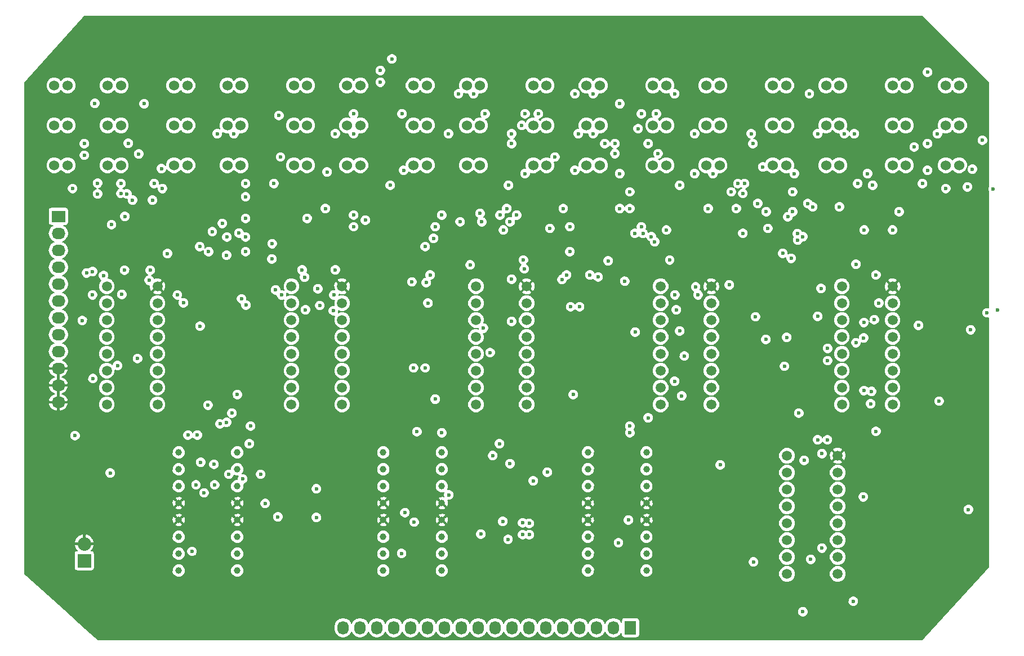
<source format=gbr>
G04 #@! TF.FileFunction,Copper,L2,Inr,Plane*
%FSLAX46Y46*%
G04 Gerber Fmt 4.6, Leading zero omitted, Abs format (unit mm)*
G04 Created by KiCad (PCBNEW 4.0.4-stable) date Wednesday, November 08, 2017 'PMt' 04:38:46 PM*
%MOMM*%
%LPD*%
G01*
G04 APERTURE LIST*
%ADD10C,0.100000*%
%ADD11C,1.500000*%
%ADD12C,1.524000*%
%ADD13R,2.032000X2.032000*%
%ADD14O,2.032000X2.032000*%
%ADD15C,1.000000*%
%ADD16R,1.727200X2.032000*%
%ADD17O,1.727200X2.032000*%
%ADD18R,2.032000X1.727200*%
%ADD19O,2.032000X1.727200*%
%ADD20C,0.600000*%
%ADD21C,0.200000*%
G04 APERTURE END LIST*
D10*
D11*
X128750000Y-104500000D03*
X128750000Y-101960000D03*
X128750000Y-99420000D03*
X128750000Y-96880000D03*
X128750000Y-94340000D03*
X128750000Y-91800000D03*
X128750000Y-89260000D03*
X128750000Y-86720000D03*
X121130000Y-86720000D03*
X121130000Y-89260000D03*
X121130000Y-91800000D03*
X121130000Y-94340000D03*
X121130000Y-96880000D03*
X121130000Y-99420000D03*
X121130000Y-101960000D03*
X121130000Y-104500000D03*
D12*
X85500000Y-62500000D03*
X87500000Y-62500000D03*
X103500000Y-62500000D03*
X105500000Y-62500000D03*
X121500000Y-62500000D03*
X123500000Y-62500000D03*
X139500000Y-62500000D03*
X141500000Y-62500000D03*
X157500000Y-62500000D03*
X159500000Y-62500000D03*
X175500000Y-62500000D03*
X177500000Y-62500000D03*
X193500000Y-62500000D03*
X195500000Y-62500000D03*
X211500000Y-62500000D03*
X213500000Y-62500000D03*
X85500000Y-68500000D03*
X87500000Y-68500000D03*
X103500000Y-68500000D03*
X105500000Y-68500000D03*
X121500000Y-68500000D03*
X123500000Y-68500000D03*
X139500000Y-68500000D03*
X141500000Y-68500000D03*
X157500000Y-68500000D03*
X159500000Y-68500000D03*
X175500000Y-68500000D03*
X177500000Y-68500000D03*
X193500000Y-68500000D03*
X195500000Y-68500000D03*
X211500000Y-68500000D03*
X213500000Y-68500000D03*
X93500000Y-56500000D03*
X95500000Y-56500000D03*
X111500000Y-56500000D03*
X113500000Y-56500000D03*
X129500000Y-56500000D03*
X131500000Y-56500000D03*
X147500000Y-56500000D03*
X149500000Y-56500000D03*
X165500000Y-56500000D03*
X167500000Y-56500000D03*
X183500000Y-56500000D03*
X185500000Y-56500000D03*
X201500000Y-56500000D03*
X203500000Y-56500000D03*
X219500000Y-56500000D03*
X221500000Y-56500000D03*
X93500000Y-62500000D03*
X95500000Y-62500000D03*
X111500000Y-62500000D03*
X113500000Y-62500000D03*
X129500000Y-62500000D03*
X131500000Y-62500000D03*
X147500000Y-62500000D03*
X149500000Y-62500000D03*
X165500000Y-62500000D03*
X167500000Y-62500000D03*
X183500000Y-62500000D03*
X185500000Y-62500000D03*
X201500000Y-62500000D03*
X203500000Y-62500000D03*
X219500000Y-62500000D03*
X221500000Y-62500000D03*
X93500000Y-68500000D03*
X95500000Y-68500000D03*
X111500000Y-68500000D03*
X113500000Y-68500000D03*
X129500000Y-68500000D03*
X131500000Y-68500000D03*
X147500000Y-68500000D03*
X149500000Y-68500000D03*
X165500000Y-68500000D03*
X167500000Y-68500000D03*
X183500000Y-68500000D03*
X185500000Y-68500000D03*
X201500000Y-68500000D03*
X203500000Y-68500000D03*
X219500000Y-68500000D03*
X221500000Y-68500000D03*
X85500000Y-56500000D03*
X87500000Y-56500000D03*
X103500000Y-56500000D03*
X105500000Y-56500000D03*
X121500000Y-56500000D03*
X123500000Y-56500000D03*
X139500000Y-56500000D03*
X141500000Y-56500000D03*
X157500000Y-56500000D03*
X159500000Y-56500000D03*
X175500000Y-56500000D03*
X177500000Y-56500000D03*
X193500000Y-56500000D03*
X195500000Y-56500000D03*
X211500000Y-56500000D03*
X213500000Y-56500000D03*
D13*
X90000000Y-128000000D03*
D14*
X90000000Y-125460000D03*
D11*
X156500000Y-104500000D03*
X156500000Y-101960000D03*
X156500000Y-99420000D03*
X156500000Y-96880000D03*
X156500000Y-94340000D03*
X156500000Y-91800000D03*
X156500000Y-89260000D03*
X156500000Y-86720000D03*
X148880000Y-86720000D03*
X148880000Y-89260000D03*
X148880000Y-91800000D03*
X148880000Y-94340000D03*
X148880000Y-96880000D03*
X148880000Y-99420000D03*
X148880000Y-101960000D03*
X148880000Y-104500000D03*
X184250000Y-104500000D03*
X184250000Y-101960000D03*
X184250000Y-99420000D03*
X184250000Y-96880000D03*
X184250000Y-94340000D03*
X184250000Y-91800000D03*
X184250000Y-89260000D03*
X184250000Y-86720000D03*
X176630000Y-86720000D03*
X176630000Y-89260000D03*
X176630000Y-91800000D03*
X176630000Y-94340000D03*
X176630000Y-96880000D03*
X176630000Y-99420000D03*
X176630000Y-101960000D03*
X176630000Y-104500000D03*
X211500000Y-104500000D03*
X211500000Y-101960000D03*
X211500000Y-99420000D03*
X211500000Y-96880000D03*
X211500000Y-94340000D03*
X211500000Y-91800000D03*
X211500000Y-89260000D03*
X211500000Y-86720000D03*
X203880000Y-86720000D03*
X203880000Y-89260000D03*
X203880000Y-91800000D03*
X203880000Y-94340000D03*
X203880000Y-96880000D03*
X203880000Y-99420000D03*
X203880000Y-101960000D03*
X203880000Y-104500000D03*
X203250000Y-130000000D03*
X203250000Y-127460000D03*
X203250000Y-124920000D03*
X203250000Y-122380000D03*
X203250000Y-119840000D03*
X203250000Y-117300000D03*
X203250000Y-114760000D03*
X203250000Y-112220000D03*
X195630000Y-112220000D03*
X195630000Y-114760000D03*
X195630000Y-117300000D03*
X195630000Y-119840000D03*
X195630000Y-122380000D03*
X195630000Y-124920000D03*
X195630000Y-127460000D03*
X195630000Y-130000000D03*
X101000000Y-104500000D03*
X101000000Y-101960000D03*
X101000000Y-99420000D03*
X101000000Y-96880000D03*
X101000000Y-94340000D03*
X101000000Y-91800000D03*
X101000000Y-89260000D03*
X101000000Y-86720000D03*
X93380000Y-86720000D03*
X93380000Y-89260000D03*
X93380000Y-91800000D03*
X93380000Y-94340000D03*
X93380000Y-96880000D03*
X93380000Y-99420000D03*
X93380000Y-101960000D03*
X93380000Y-104500000D03*
D15*
X113000000Y-129500000D03*
X113000000Y-126960000D03*
X113000000Y-124420000D03*
X113000000Y-121880000D03*
X113000000Y-119340000D03*
X113000000Y-116800000D03*
X113000000Y-114260000D03*
X113000000Y-111720000D03*
X104200000Y-111720000D03*
X104200000Y-114260000D03*
X104200000Y-116800000D03*
X104200000Y-119340000D03*
X104200000Y-121880000D03*
X104200000Y-124420000D03*
X104200000Y-126960000D03*
X104200000Y-129500000D03*
X143750000Y-129500000D03*
X143750000Y-126960000D03*
X143750000Y-124420000D03*
X143750000Y-121880000D03*
X143750000Y-119340000D03*
X143750000Y-116800000D03*
X143750000Y-114260000D03*
X143750000Y-111720000D03*
X134950000Y-111720000D03*
X134950000Y-114260000D03*
X134950000Y-116800000D03*
X134950000Y-119340000D03*
X134950000Y-121880000D03*
X134950000Y-124420000D03*
X134950000Y-126960000D03*
X134950000Y-129500000D03*
X174500000Y-129500000D03*
X174500000Y-126960000D03*
X174500000Y-124420000D03*
X174500000Y-121880000D03*
X174500000Y-119340000D03*
X174500000Y-116800000D03*
X174500000Y-114260000D03*
X174500000Y-111720000D03*
X165700000Y-111720000D03*
X165700000Y-114260000D03*
X165700000Y-116800000D03*
X165700000Y-119340000D03*
X165700000Y-121880000D03*
X165700000Y-124420000D03*
X165700000Y-126960000D03*
X165700000Y-129500000D03*
D16*
X172100000Y-138100000D03*
D17*
X169560000Y-138100000D03*
X167020000Y-138100000D03*
X164480000Y-138100000D03*
X161940000Y-138100000D03*
X159400000Y-138100000D03*
X156860000Y-138100000D03*
X154320000Y-138100000D03*
X151780000Y-138100000D03*
X149240000Y-138100000D03*
X146700000Y-138100000D03*
X144160000Y-138100000D03*
X141620000Y-138100000D03*
X139080000Y-138100000D03*
X136540000Y-138100000D03*
X134000000Y-138100000D03*
X131460000Y-138100000D03*
X128920000Y-138100000D03*
D18*
X86100000Y-76200000D03*
D19*
X86100000Y-78740000D03*
X86100000Y-81280000D03*
X86100000Y-83820000D03*
X86100000Y-86360000D03*
X86100000Y-88900000D03*
X86100000Y-91440000D03*
X86100000Y-93980000D03*
X86100000Y-96520000D03*
X86100000Y-99060000D03*
X86100000Y-101600000D03*
X86100000Y-104140000D03*
D20*
X157700000Y-78000000D03*
X186700000Y-79000000D03*
X188000000Y-83900000D03*
X191700000Y-86600000D03*
X191600000Y-89500000D03*
X195500000Y-92000000D03*
X195500000Y-95500000D03*
X196000000Y-101100000D03*
X191600000Y-105200000D03*
X165100000Y-84000000D03*
X165600000Y-86400000D03*
X168200000Y-94000000D03*
X168700000Y-97300000D03*
X174600000Y-104100000D03*
X168800000Y-101200000D03*
X199000000Y-98200000D03*
X201700000Y-103000000D03*
X207300000Y-79700000D03*
X210200000Y-82800000D03*
X222600000Y-94200000D03*
X223100000Y-96700000D03*
X224000000Y-101100000D03*
X212600000Y-112500000D03*
X215900000Y-121600000D03*
X215900000Y-125300000D03*
X188700000Y-110000000D03*
X189800000Y-117900000D03*
X191900000Y-126700000D03*
X186500000Y-133000000D03*
X92200000Y-109500000D03*
X161400000Y-125200000D03*
X147600000Y-125500000D03*
X162500000Y-118700000D03*
X152600000Y-112400000D03*
X147000000Y-110400000D03*
X146600000Y-100200000D03*
X141300000Y-87500000D03*
X141300000Y-90700000D03*
X141300000Y-93400000D03*
X141300000Y-96400000D03*
X140400000Y-104000000D03*
X140400000Y-101100000D03*
X129200000Y-126100000D03*
X117800000Y-126100000D03*
X121900000Y-113700000D03*
X118600000Y-110100000D03*
X116000000Y-98700000D03*
X112100000Y-103300000D03*
X109800000Y-108300000D03*
X112700000Y-99600000D03*
X112500000Y-96800000D03*
X113300000Y-93200000D03*
X112800000Y-90100000D03*
X112800000Y-87000000D03*
X119600000Y-81300000D03*
X120800000Y-82800000D03*
X95000000Y-79500000D03*
X104900000Y-89200000D03*
X92900000Y-85100000D03*
X107400000Y-92700000D03*
X98000000Y-97600000D03*
X91300000Y-100600000D03*
X113650000Y-88600000D03*
X128750000Y-91800000D03*
X156900000Y-122400000D03*
X156900000Y-124100000D03*
X140000000Y-108600000D03*
X111400000Y-107200000D03*
X107000000Y-109100000D03*
X105600000Y-109100000D03*
X151000000Y-96700000D03*
X171800000Y-121900000D03*
X170300000Y-125300000D03*
X198000000Y-135700000D03*
X199200000Y-127800000D03*
X200900000Y-126100000D03*
X200900000Y-111900000D03*
X190900000Y-91300000D03*
X93900000Y-114800000D03*
X205600000Y-134100000D03*
X222900000Y-120300000D03*
X215400000Y-92600000D03*
X88600000Y-109200000D03*
X207100000Y-118400000D03*
X137700000Y-126900000D03*
X207200000Y-92150000D03*
X207150000Y-94500000D03*
X208200000Y-104400000D03*
X209000000Y-108550000D03*
X195600000Y-94400000D03*
X192450000Y-94700000D03*
X179500000Y-93450000D03*
X179000000Y-90250000D03*
X163100000Y-89800000D03*
X172800000Y-93600000D03*
X164450000Y-89800000D03*
X141250000Y-99000000D03*
X139500000Y-99000000D03*
X119650000Y-88000000D03*
X111400000Y-82050000D03*
X99750000Y-85800000D03*
X91250000Y-88000000D03*
X149600000Y-124000000D03*
X198200000Y-112900000D03*
X200250000Y-109800000D03*
X201700000Y-109800000D03*
X208350000Y-102550000D03*
X209450000Y-89250000D03*
X181900000Y-86800000D03*
X186950000Y-86500000D03*
X167250000Y-85300000D03*
X161800000Y-85700000D03*
X125100000Y-87100000D03*
X125400000Y-89600000D03*
X127450000Y-90400000D03*
X141650000Y-89250000D03*
X113250000Y-78700000D03*
X95650000Y-87950000D03*
X96050000Y-84300000D03*
X99900000Y-84300000D03*
X90350000Y-84700000D03*
X200750000Y-87050000D03*
X201750000Y-96050000D03*
X201750000Y-97900000D03*
X154250000Y-85650000D03*
X156150000Y-84100000D03*
X163000000Y-81500000D03*
X168750000Y-82900000D03*
X123100000Y-85350000D03*
X139250000Y-86050000D03*
X141400000Y-86150000D03*
X111450000Y-79300000D03*
X118200000Y-82600000D03*
X118250000Y-80300000D03*
X107350000Y-80750000D03*
X108700000Y-81500000D03*
X102500000Y-81800000D03*
X96100000Y-76200000D03*
X91250000Y-84500000D03*
X106200000Y-126600000D03*
X119100000Y-121400000D03*
X116500000Y-115000000D03*
X118750000Y-87250000D03*
X90000000Y-65250000D03*
X90000000Y-67000000D03*
X97250000Y-73750000D03*
X100250000Y-73750000D03*
X109250000Y-78500000D03*
X123500000Y-76500000D03*
X126250000Y-75000000D03*
X143750000Y-76000000D03*
X123250000Y-90250000D03*
X127500000Y-88000000D03*
X162000000Y-75000000D03*
X179500000Y-71500000D03*
X153750000Y-71500000D03*
X149500000Y-75750000D03*
X198750000Y-74250000D03*
X155000000Y-76000000D03*
X152500000Y-76000000D03*
X216000000Y-71250000D03*
X154000000Y-77000000D03*
X149750000Y-77000000D03*
X108000000Y-117800000D03*
X106800000Y-116600000D03*
X148000000Y-83500000D03*
X141250000Y-80750000D03*
X130500000Y-77750000D03*
X110750000Y-77250000D03*
X101750000Y-72000000D03*
X88250000Y-72000000D03*
X153000000Y-78250000D03*
X142750000Y-77750000D03*
X130500000Y-76000000D03*
X119500000Y-67250000D03*
X156000000Y-82750000D03*
X142500000Y-79500000D03*
X132250000Y-76750000D03*
X126500000Y-69500000D03*
X156250000Y-69750000D03*
X160000000Y-78000000D03*
X150000000Y-93000000D03*
X154250000Y-92000000D03*
X163750000Y-69250000D03*
X163500000Y-103000000D03*
X174000000Y-78750000D03*
X192750000Y-78000000D03*
X207750000Y-69750000D03*
X206250000Y-71250000D03*
X189250000Y-71250000D03*
X175250000Y-79250000D03*
X91600000Y-59200000D03*
X92000000Y-71200000D03*
X92000000Y-72800000D03*
X109600000Y-116600000D03*
X99000000Y-59250000D03*
X170500000Y-59250000D03*
X171250000Y-85950000D03*
X163000000Y-77750000D03*
X172750000Y-78750000D03*
X178000000Y-82750000D03*
X175750000Y-80000000D03*
X189000000Y-78750000D03*
X188000000Y-75000000D03*
X183800000Y-75000000D03*
X178750000Y-57750000D03*
X166500000Y-57750000D03*
X163750000Y-57750000D03*
X148500000Y-57750000D03*
X146250000Y-57750000D03*
X154250000Y-63750000D03*
X164250000Y-63750000D03*
X166500000Y-63750000D03*
X181750000Y-63750000D03*
X188250000Y-71250000D03*
X197200000Y-78800000D03*
X196500000Y-72500000D03*
X182250000Y-88000000D03*
X169750000Y-65250000D03*
X174750000Y-65250000D03*
X176250000Y-66750000D03*
X192000000Y-68750000D03*
X192500000Y-75500000D03*
X196500000Y-75500000D03*
X197250000Y-79750000D03*
X195000000Y-81750000D03*
X195750000Y-76250000D03*
X199500000Y-74750000D03*
X199000000Y-57750000D03*
X196250000Y-82500000D03*
X200250000Y-91250000D03*
X195250000Y-98750000D03*
X96600000Y-65200000D03*
X139600000Y-122200000D03*
X138200000Y-120800000D03*
X117200000Y-119400000D03*
X114800000Y-110400000D03*
X112200000Y-105800000D03*
X98200000Y-66800000D03*
X101600000Y-69000000D03*
X196750000Y-69750000D03*
X184500000Y-69750000D03*
X181750000Y-69750000D03*
X169750000Y-66750000D03*
X168250000Y-65250000D03*
X154250000Y-65250000D03*
X144750000Y-63750000D03*
X130500000Y-63750000D03*
X127750000Y-63750000D03*
X112500000Y-63750000D03*
X110000000Y-63750000D03*
X198000000Y-79250000D03*
X205750000Y-63750000D03*
X204250000Y-63750000D03*
X200250000Y-63750000D03*
X176000000Y-60750000D03*
X173750000Y-60750000D03*
X158250000Y-60750000D03*
X156250000Y-60750000D03*
X150250000Y-60750000D03*
X137750000Y-60750000D03*
X130500000Y-60750000D03*
X119250000Y-61000000D03*
X207250000Y-78250000D03*
X134500000Y-54250000D03*
X216750000Y-54500000D03*
X216750000Y-65250000D03*
X214750000Y-65750000D03*
X211500000Y-78250000D03*
X136250000Y-52500000D03*
X134500000Y-56000000D03*
X155750000Y-62500000D03*
X160750000Y-67250000D03*
X170500000Y-69750000D03*
X170500000Y-75000000D03*
X209000000Y-85000000D03*
X172000000Y-75000000D03*
X208750000Y-91750000D03*
X173750000Y-77750000D03*
X218500000Y-104000000D03*
X177500000Y-78250000D03*
X173250000Y-63000000D03*
X219500000Y-72000000D03*
X216750000Y-69250000D03*
X190500000Y-65250000D03*
X190250000Y-63750000D03*
X218250000Y-63750000D03*
X222750000Y-71750000D03*
X225000000Y-64750000D03*
X225700000Y-90700000D03*
X223250000Y-93250000D03*
X154000000Y-113400000D03*
X96400000Y-72800000D03*
X108600000Y-104600000D03*
X110400000Y-107400000D03*
X94100000Y-77450000D03*
X174750000Y-106500000D03*
X95000000Y-98650000D03*
X95500000Y-71250000D03*
X95500000Y-72750000D03*
X172000000Y-107750000D03*
X115000000Y-107750000D03*
X113000000Y-103000000D03*
X114300000Y-89550000D03*
X114250000Y-81500000D03*
X114250000Y-79300000D03*
X114250000Y-71250000D03*
X114250000Y-73250000D03*
X114250000Y-76500000D03*
X138000000Y-69250000D03*
X142750000Y-103700000D03*
X143750000Y-108750000D03*
X172000000Y-108750000D03*
X178750000Y-101000000D03*
X166000000Y-85000000D03*
X162500000Y-85000000D03*
X142000000Y-85000000D03*
X146500000Y-77000000D03*
X197400000Y-105800000D03*
X180200000Y-97200000D03*
X178800000Y-88000000D03*
X189000000Y-72750000D03*
X187250000Y-72500000D03*
X207200000Y-102400000D03*
X206000000Y-95200000D03*
X206000000Y-83400000D03*
X227300000Y-90300000D03*
X212500000Y-75500000D03*
X203500000Y-74750000D03*
X223500000Y-69100000D03*
X226600000Y-72100000D03*
X89700000Y-91850000D03*
X100500000Y-71250000D03*
X118500000Y-71250000D03*
X136000000Y-71500000D03*
X104000000Y-88000000D03*
X153500000Y-75000000D03*
X127750000Y-84250000D03*
X122750000Y-84250000D03*
X172000000Y-72500000D03*
X191250000Y-74250000D03*
X208500000Y-71500000D03*
X151400000Y-112200000D03*
X152400000Y-110400000D03*
X179800000Y-103200000D03*
X185600000Y-113600000D03*
X190600000Y-128200000D03*
X109500000Y-113500000D03*
X111750000Y-115000000D03*
X107500000Y-113200000D03*
X113800000Y-115700000D03*
X124900000Y-121500000D03*
X124900000Y-117200000D03*
X144800000Y-118100000D03*
X152900000Y-122100000D03*
X153700000Y-124800000D03*
X159600000Y-114700000D03*
X157500000Y-116000000D03*
X155900000Y-122300000D03*
X155900000Y-124100000D03*
D21*
G36*
X225900000Y-56041422D02*
X225900000Y-71699680D01*
X225800139Y-71940172D01*
X225799861Y-72258432D01*
X225900000Y-72500787D01*
X225900000Y-89916820D01*
X225859828Y-89900139D01*
X225541568Y-89899861D01*
X225247428Y-90021397D01*
X225022188Y-90246245D01*
X224900139Y-90540172D01*
X224899861Y-90858432D01*
X225021397Y-91152572D01*
X225246245Y-91377812D01*
X225540172Y-91499861D01*
X225858432Y-91500139D01*
X225900000Y-91482963D01*
X225900000Y-128961340D01*
X215955763Y-139900000D01*
X92038660Y-139900000D01*
X89858351Y-137917900D01*
X127556400Y-137917900D01*
X127556400Y-138282100D01*
X127660198Y-138803927D01*
X127955789Y-139246311D01*
X128398173Y-139541902D01*
X128920000Y-139645700D01*
X129441827Y-139541902D01*
X129884211Y-139246311D01*
X130179802Y-138803927D01*
X130190000Y-138752658D01*
X130200198Y-138803927D01*
X130495789Y-139246311D01*
X130938173Y-139541902D01*
X131460000Y-139645700D01*
X131981827Y-139541902D01*
X132424211Y-139246311D01*
X132719802Y-138803927D01*
X132730000Y-138752658D01*
X132740198Y-138803927D01*
X133035789Y-139246311D01*
X133478173Y-139541902D01*
X134000000Y-139645700D01*
X134521827Y-139541902D01*
X134964211Y-139246311D01*
X135259802Y-138803927D01*
X135270000Y-138752658D01*
X135280198Y-138803927D01*
X135575789Y-139246311D01*
X136018173Y-139541902D01*
X136540000Y-139645700D01*
X137061827Y-139541902D01*
X137504211Y-139246311D01*
X137799802Y-138803927D01*
X137810000Y-138752658D01*
X137820198Y-138803927D01*
X138115789Y-139246311D01*
X138558173Y-139541902D01*
X139080000Y-139645700D01*
X139601827Y-139541902D01*
X140044211Y-139246311D01*
X140339802Y-138803927D01*
X140350000Y-138752658D01*
X140360198Y-138803927D01*
X140655789Y-139246311D01*
X141098173Y-139541902D01*
X141620000Y-139645700D01*
X142141827Y-139541902D01*
X142584211Y-139246311D01*
X142879802Y-138803927D01*
X142890000Y-138752658D01*
X142900198Y-138803927D01*
X143195789Y-139246311D01*
X143638173Y-139541902D01*
X144160000Y-139645700D01*
X144681827Y-139541902D01*
X145124211Y-139246311D01*
X145419802Y-138803927D01*
X145430000Y-138752658D01*
X145440198Y-138803927D01*
X145735789Y-139246311D01*
X146178173Y-139541902D01*
X146700000Y-139645700D01*
X147221827Y-139541902D01*
X147664211Y-139246311D01*
X147959802Y-138803927D01*
X147970000Y-138752658D01*
X147980198Y-138803927D01*
X148275789Y-139246311D01*
X148718173Y-139541902D01*
X149240000Y-139645700D01*
X149761827Y-139541902D01*
X150204211Y-139246311D01*
X150499802Y-138803927D01*
X150510000Y-138752658D01*
X150520198Y-138803927D01*
X150815789Y-139246311D01*
X151258173Y-139541902D01*
X151780000Y-139645700D01*
X152301827Y-139541902D01*
X152744211Y-139246311D01*
X153039802Y-138803927D01*
X153050000Y-138752658D01*
X153060198Y-138803927D01*
X153355789Y-139246311D01*
X153798173Y-139541902D01*
X154320000Y-139645700D01*
X154841827Y-139541902D01*
X155284211Y-139246311D01*
X155579802Y-138803927D01*
X155590000Y-138752658D01*
X155600198Y-138803927D01*
X155895789Y-139246311D01*
X156338173Y-139541902D01*
X156860000Y-139645700D01*
X157381827Y-139541902D01*
X157824211Y-139246311D01*
X158119802Y-138803927D01*
X158130000Y-138752658D01*
X158140198Y-138803927D01*
X158435789Y-139246311D01*
X158878173Y-139541902D01*
X159400000Y-139645700D01*
X159921827Y-139541902D01*
X160364211Y-139246311D01*
X160659802Y-138803927D01*
X160670000Y-138752658D01*
X160680198Y-138803927D01*
X160975789Y-139246311D01*
X161418173Y-139541902D01*
X161940000Y-139645700D01*
X162461827Y-139541902D01*
X162904211Y-139246311D01*
X163199802Y-138803927D01*
X163210000Y-138752658D01*
X163220198Y-138803927D01*
X163515789Y-139246311D01*
X163958173Y-139541902D01*
X164480000Y-139645700D01*
X165001827Y-139541902D01*
X165444211Y-139246311D01*
X165739802Y-138803927D01*
X165750000Y-138752658D01*
X165760198Y-138803927D01*
X166055789Y-139246311D01*
X166498173Y-139541902D01*
X167020000Y-139645700D01*
X167541827Y-139541902D01*
X167984211Y-139246311D01*
X168279802Y-138803927D01*
X168290000Y-138752658D01*
X168300198Y-138803927D01*
X168595789Y-139246311D01*
X169038173Y-139541902D01*
X169560000Y-139645700D01*
X170081827Y-139541902D01*
X170524211Y-139246311D01*
X170726605Y-138943406D01*
X170726605Y-139116000D01*
X170761469Y-139301289D01*
X170870975Y-139471465D01*
X171038061Y-139585630D01*
X171236400Y-139625795D01*
X172963600Y-139625795D01*
X173148889Y-139590931D01*
X173319065Y-139481425D01*
X173433230Y-139314339D01*
X173473395Y-139116000D01*
X173473395Y-137084000D01*
X173438531Y-136898711D01*
X173329025Y-136728535D01*
X173161939Y-136614370D01*
X172963600Y-136574205D01*
X171236400Y-136574205D01*
X171051111Y-136609069D01*
X170880935Y-136718575D01*
X170766770Y-136885661D01*
X170726605Y-137084000D01*
X170726605Y-137256594D01*
X170524211Y-136953689D01*
X170081827Y-136658098D01*
X169560000Y-136554300D01*
X169038173Y-136658098D01*
X168595789Y-136953689D01*
X168300198Y-137396073D01*
X168290000Y-137447342D01*
X168279802Y-137396073D01*
X167984211Y-136953689D01*
X167541827Y-136658098D01*
X167020000Y-136554300D01*
X166498173Y-136658098D01*
X166055789Y-136953689D01*
X165760198Y-137396073D01*
X165750000Y-137447342D01*
X165739802Y-137396073D01*
X165444211Y-136953689D01*
X165001827Y-136658098D01*
X164480000Y-136554300D01*
X163958173Y-136658098D01*
X163515789Y-136953689D01*
X163220198Y-137396073D01*
X163210000Y-137447342D01*
X163199802Y-137396073D01*
X162904211Y-136953689D01*
X162461827Y-136658098D01*
X161940000Y-136554300D01*
X161418173Y-136658098D01*
X160975789Y-136953689D01*
X160680198Y-137396073D01*
X160670000Y-137447342D01*
X160659802Y-137396073D01*
X160364211Y-136953689D01*
X159921827Y-136658098D01*
X159400000Y-136554300D01*
X158878173Y-136658098D01*
X158435789Y-136953689D01*
X158140198Y-137396073D01*
X158130000Y-137447342D01*
X158119802Y-137396073D01*
X157824211Y-136953689D01*
X157381827Y-136658098D01*
X156860000Y-136554300D01*
X156338173Y-136658098D01*
X155895789Y-136953689D01*
X155600198Y-137396073D01*
X155590000Y-137447342D01*
X155579802Y-137396073D01*
X155284211Y-136953689D01*
X154841827Y-136658098D01*
X154320000Y-136554300D01*
X153798173Y-136658098D01*
X153355789Y-136953689D01*
X153060198Y-137396073D01*
X153050000Y-137447342D01*
X153039802Y-137396073D01*
X152744211Y-136953689D01*
X152301827Y-136658098D01*
X151780000Y-136554300D01*
X151258173Y-136658098D01*
X150815789Y-136953689D01*
X150520198Y-137396073D01*
X150510000Y-137447342D01*
X150499802Y-137396073D01*
X150204211Y-136953689D01*
X149761827Y-136658098D01*
X149240000Y-136554300D01*
X148718173Y-136658098D01*
X148275789Y-136953689D01*
X147980198Y-137396073D01*
X147970000Y-137447342D01*
X147959802Y-137396073D01*
X147664211Y-136953689D01*
X147221827Y-136658098D01*
X146700000Y-136554300D01*
X146178173Y-136658098D01*
X145735789Y-136953689D01*
X145440198Y-137396073D01*
X145430000Y-137447342D01*
X145419802Y-137396073D01*
X145124211Y-136953689D01*
X144681827Y-136658098D01*
X144160000Y-136554300D01*
X143638173Y-136658098D01*
X143195789Y-136953689D01*
X142900198Y-137396073D01*
X142890000Y-137447342D01*
X142879802Y-137396073D01*
X142584211Y-136953689D01*
X142141827Y-136658098D01*
X141620000Y-136554300D01*
X141098173Y-136658098D01*
X140655789Y-136953689D01*
X140360198Y-137396073D01*
X140350000Y-137447342D01*
X140339802Y-137396073D01*
X140044211Y-136953689D01*
X139601827Y-136658098D01*
X139080000Y-136554300D01*
X138558173Y-136658098D01*
X138115789Y-136953689D01*
X137820198Y-137396073D01*
X137810000Y-137447342D01*
X137799802Y-137396073D01*
X137504211Y-136953689D01*
X137061827Y-136658098D01*
X136540000Y-136554300D01*
X136018173Y-136658098D01*
X135575789Y-136953689D01*
X135280198Y-137396073D01*
X135270000Y-137447342D01*
X135259802Y-137396073D01*
X134964211Y-136953689D01*
X134521827Y-136658098D01*
X134000000Y-136554300D01*
X133478173Y-136658098D01*
X133035789Y-136953689D01*
X132740198Y-137396073D01*
X132730000Y-137447342D01*
X132719802Y-137396073D01*
X132424211Y-136953689D01*
X131981827Y-136658098D01*
X131460000Y-136554300D01*
X130938173Y-136658098D01*
X130495789Y-136953689D01*
X130200198Y-137396073D01*
X130190000Y-137447342D01*
X130179802Y-137396073D01*
X129884211Y-136953689D01*
X129441827Y-136658098D01*
X128920000Y-136554300D01*
X128398173Y-136658098D01*
X127955789Y-136953689D01*
X127660198Y-137396073D01*
X127556400Y-137917900D01*
X89858351Y-137917900D01*
X87592937Y-135858432D01*
X197199861Y-135858432D01*
X197321397Y-136152572D01*
X197546245Y-136377812D01*
X197840172Y-136499861D01*
X198158432Y-136500139D01*
X198452572Y-136378603D01*
X198677812Y-136153755D01*
X198799861Y-135859828D01*
X198800139Y-135541568D01*
X198678603Y-135247428D01*
X198453755Y-135022188D01*
X198159828Y-134900139D01*
X197841568Y-134899861D01*
X197547428Y-135021397D01*
X197322188Y-135246245D01*
X197200139Y-135540172D01*
X197199861Y-135858432D01*
X87592937Y-135858432D01*
X85832937Y-134258432D01*
X204799861Y-134258432D01*
X204921397Y-134552572D01*
X205146245Y-134777812D01*
X205440172Y-134899861D01*
X205758432Y-134900139D01*
X206052572Y-134778603D01*
X206277812Y-134553755D01*
X206399861Y-134259828D01*
X206400139Y-133941568D01*
X206278603Y-133647428D01*
X206053755Y-133422188D01*
X205759828Y-133300139D01*
X205441568Y-133299861D01*
X205147428Y-133421397D01*
X204922188Y-133646245D01*
X204800139Y-133940172D01*
X204799861Y-134258432D01*
X85832937Y-134258432D01*
X81100000Y-129955763D01*
X81100000Y-129698040D01*
X103199827Y-129698040D01*
X103351747Y-130065714D01*
X103632806Y-130347264D01*
X104000215Y-130499826D01*
X104398040Y-130500173D01*
X104765714Y-130348253D01*
X105047264Y-130067194D01*
X105199826Y-129699785D01*
X105199827Y-129698040D01*
X111999827Y-129698040D01*
X112151747Y-130065714D01*
X112432806Y-130347264D01*
X112800215Y-130499826D01*
X113198040Y-130500173D01*
X113565714Y-130348253D01*
X113847264Y-130067194D01*
X113999826Y-129699785D01*
X113999827Y-129698040D01*
X133949827Y-129698040D01*
X134101747Y-130065714D01*
X134382806Y-130347264D01*
X134750215Y-130499826D01*
X135148040Y-130500173D01*
X135515714Y-130348253D01*
X135797264Y-130067194D01*
X135949826Y-129699785D01*
X135949827Y-129698040D01*
X142749827Y-129698040D01*
X142901747Y-130065714D01*
X143182806Y-130347264D01*
X143550215Y-130499826D01*
X143948040Y-130500173D01*
X144315714Y-130348253D01*
X144597264Y-130067194D01*
X144749826Y-129699785D01*
X144749827Y-129698040D01*
X164699827Y-129698040D01*
X164851747Y-130065714D01*
X165132806Y-130347264D01*
X165500215Y-130499826D01*
X165898040Y-130500173D01*
X166265714Y-130348253D01*
X166547264Y-130067194D01*
X166699826Y-129699785D01*
X166699827Y-129698040D01*
X173499827Y-129698040D01*
X173651747Y-130065714D01*
X173932806Y-130347264D01*
X174300215Y-130499826D01*
X174698040Y-130500173D01*
X175065714Y-130348253D01*
X175166592Y-130247550D01*
X194379783Y-130247550D01*
X194569684Y-130707143D01*
X194921007Y-131059081D01*
X195380269Y-131249783D01*
X195877550Y-131250217D01*
X196337143Y-131060316D01*
X196689081Y-130708993D01*
X196879783Y-130249731D01*
X196879784Y-130247550D01*
X201999783Y-130247550D01*
X202189684Y-130707143D01*
X202541007Y-131059081D01*
X203000269Y-131249783D01*
X203497550Y-131250217D01*
X203957143Y-131060316D01*
X204309081Y-130708993D01*
X204499783Y-130249731D01*
X204500217Y-129752450D01*
X204310316Y-129292857D01*
X203958993Y-128940919D01*
X203499731Y-128750217D01*
X203002450Y-128749783D01*
X202542857Y-128939684D01*
X202190919Y-129291007D01*
X202000217Y-129750269D01*
X201999783Y-130247550D01*
X196879784Y-130247550D01*
X196880217Y-129752450D01*
X196690316Y-129292857D01*
X196338993Y-128940919D01*
X195879731Y-128750217D01*
X195382450Y-128749783D01*
X194922857Y-128939684D01*
X194570919Y-129291007D01*
X194380217Y-129750269D01*
X194379783Y-130247550D01*
X175166592Y-130247550D01*
X175347264Y-130067194D01*
X175499826Y-129699785D01*
X175500173Y-129301960D01*
X175348253Y-128934286D01*
X175067194Y-128652736D01*
X174699785Y-128500174D01*
X174301960Y-128499827D01*
X173934286Y-128651747D01*
X173652736Y-128932806D01*
X173500174Y-129300215D01*
X173499827Y-129698040D01*
X166699827Y-129698040D01*
X166700173Y-129301960D01*
X166548253Y-128934286D01*
X166267194Y-128652736D01*
X165899785Y-128500174D01*
X165501960Y-128499827D01*
X165134286Y-128651747D01*
X164852736Y-128932806D01*
X164700174Y-129300215D01*
X164699827Y-129698040D01*
X144749827Y-129698040D01*
X144750173Y-129301960D01*
X144598253Y-128934286D01*
X144317194Y-128652736D01*
X143949785Y-128500174D01*
X143551960Y-128499827D01*
X143184286Y-128651747D01*
X142902736Y-128932806D01*
X142750174Y-129300215D01*
X142749827Y-129698040D01*
X135949827Y-129698040D01*
X135950173Y-129301960D01*
X135798253Y-128934286D01*
X135517194Y-128652736D01*
X135149785Y-128500174D01*
X134751960Y-128499827D01*
X134384286Y-128651747D01*
X134102736Y-128932806D01*
X133950174Y-129300215D01*
X133949827Y-129698040D01*
X113999827Y-129698040D01*
X114000173Y-129301960D01*
X113848253Y-128934286D01*
X113567194Y-128652736D01*
X113199785Y-128500174D01*
X112801960Y-128499827D01*
X112434286Y-128651747D01*
X112152736Y-128932806D01*
X112000174Y-129300215D01*
X111999827Y-129698040D01*
X105199827Y-129698040D01*
X105200173Y-129301960D01*
X105048253Y-128934286D01*
X104767194Y-128652736D01*
X104399785Y-128500174D01*
X104001960Y-128499827D01*
X103634286Y-128651747D01*
X103352736Y-128932806D01*
X103200174Y-129300215D01*
X103199827Y-129698040D01*
X81100000Y-129698040D01*
X81100000Y-126984000D01*
X88474205Y-126984000D01*
X88474205Y-129016000D01*
X88509069Y-129201289D01*
X88618575Y-129371465D01*
X88785661Y-129485630D01*
X88984000Y-129525795D01*
X91016000Y-129525795D01*
X91201289Y-129490931D01*
X91371465Y-129381425D01*
X91485630Y-129214339D01*
X91525795Y-129016000D01*
X91525795Y-128358432D01*
X189799861Y-128358432D01*
X189921397Y-128652572D01*
X190146245Y-128877812D01*
X190440172Y-128999861D01*
X190758432Y-129000139D01*
X191052572Y-128878603D01*
X191277812Y-128653755D01*
X191399861Y-128359828D01*
X191400139Y-128041568D01*
X191278603Y-127747428D01*
X191238795Y-127707550D01*
X194379783Y-127707550D01*
X194569684Y-128167143D01*
X194921007Y-128519081D01*
X195380269Y-128709783D01*
X195877550Y-128710217D01*
X196337143Y-128520316D01*
X196689081Y-128168993D01*
X196776513Y-127958432D01*
X198399861Y-127958432D01*
X198521397Y-128252572D01*
X198746245Y-128477812D01*
X199040172Y-128599861D01*
X199358432Y-128600139D01*
X199652572Y-128478603D01*
X199877812Y-128253755D01*
X199999861Y-127959828D01*
X200000081Y-127707550D01*
X201999783Y-127707550D01*
X202189684Y-128167143D01*
X202541007Y-128519081D01*
X203000269Y-128709783D01*
X203497550Y-128710217D01*
X203957143Y-128520316D01*
X204309081Y-128168993D01*
X204499783Y-127709731D01*
X204500217Y-127212450D01*
X204310316Y-126752857D01*
X203958993Y-126400919D01*
X203499731Y-126210217D01*
X203002450Y-126209783D01*
X202542857Y-126399684D01*
X202190919Y-126751007D01*
X202000217Y-127210269D01*
X201999783Y-127707550D01*
X200000081Y-127707550D01*
X200000139Y-127641568D01*
X199878603Y-127347428D01*
X199653755Y-127122188D01*
X199359828Y-127000139D01*
X199041568Y-126999861D01*
X198747428Y-127121397D01*
X198522188Y-127346245D01*
X198400139Y-127640172D01*
X198399861Y-127958432D01*
X196776513Y-127958432D01*
X196879783Y-127709731D01*
X196880217Y-127212450D01*
X196690316Y-126752857D01*
X196338993Y-126400919D01*
X195995846Y-126258432D01*
X200099861Y-126258432D01*
X200221397Y-126552572D01*
X200446245Y-126777812D01*
X200740172Y-126899861D01*
X201058432Y-126900139D01*
X201352572Y-126778603D01*
X201577812Y-126553755D01*
X201699861Y-126259828D01*
X201700139Y-125941568D01*
X201578603Y-125647428D01*
X201353755Y-125422188D01*
X201059828Y-125300139D01*
X200741568Y-125299861D01*
X200447428Y-125421397D01*
X200222188Y-125646245D01*
X200100139Y-125940172D01*
X200099861Y-126258432D01*
X195995846Y-126258432D01*
X195879731Y-126210217D01*
X195382450Y-126209783D01*
X194922857Y-126399684D01*
X194570919Y-126751007D01*
X194380217Y-127210269D01*
X194379783Y-127707550D01*
X191238795Y-127707550D01*
X191053755Y-127522188D01*
X190759828Y-127400139D01*
X190441568Y-127399861D01*
X190147428Y-127521397D01*
X189922188Y-127746245D01*
X189800139Y-128040172D01*
X189799861Y-128358432D01*
X91525795Y-128358432D01*
X91525795Y-127158040D01*
X103199827Y-127158040D01*
X103351747Y-127525714D01*
X103632806Y-127807264D01*
X104000215Y-127959826D01*
X104398040Y-127960173D01*
X104765714Y-127808253D01*
X105047264Y-127527194D01*
X105199826Y-127159785D01*
X105200173Y-126761960D01*
X105198716Y-126758432D01*
X105399861Y-126758432D01*
X105521397Y-127052572D01*
X105746245Y-127277812D01*
X106040172Y-127399861D01*
X106358432Y-127400139D01*
X106652572Y-127278603D01*
X106773345Y-127158040D01*
X111999827Y-127158040D01*
X112151747Y-127525714D01*
X112432806Y-127807264D01*
X112800215Y-127959826D01*
X113198040Y-127960173D01*
X113565714Y-127808253D01*
X113847264Y-127527194D01*
X113999826Y-127159785D01*
X113999827Y-127158040D01*
X133949827Y-127158040D01*
X134101747Y-127525714D01*
X134382806Y-127807264D01*
X134750215Y-127959826D01*
X135148040Y-127960173D01*
X135515714Y-127808253D01*
X135797264Y-127527194D01*
X135949826Y-127159785D01*
X135949914Y-127058432D01*
X136899861Y-127058432D01*
X137021397Y-127352572D01*
X137246245Y-127577812D01*
X137540172Y-127699861D01*
X137858432Y-127700139D01*
X138152572Y-127578603D01*
X138377812Y-127353755D01*
X138459079Y-127158040D01*
X142749827Y-127158040D01*
X142901747Y-127525714D01*
X143182806Y-127807264D01*
X143550215Y-127959826D01*
X143948040Y-127960173D01*
X144315714Y-127808253D01*
X144597264Y-127527194D01*
X144749826Y-127159785D01*
X144749827Y-127158040D01*
X164699827Y-127158040D01*
X164851747Y-127525714D01*
X165132806Y-127807264D01*
X165500215Y-127959826D01*
X165898040Y-127960173D01*
X166265714Y-127808253D01*
X166547264Y-127527194D01*
X166699826Y-127159785D01*
X166699827Y-127158040D01*
X173499827Y-127158040D01*
X173651747Y-127525714D01*
X173932806Y-127807264D01*
X174300215Y-127959826D01*
X174698040Y-127960173D01*
X175065714Y-127808253D01*
X175347264Y-127527194D01*
X175499826Y-127159785D01*
X175500173Y-126761960D01*
X175348253Y-126394286D01*
X175067194Y-126112736D01*
X174699785Y-125960174D01*
X174301960Y-125959827D01*
X173934286Y-126111747D01*
X173652736Y-126392806D01*
X173500174Y-126760215D01*
X173499827Y-127158040D01*
X166699827Y-127158040D01*
X166700173Y-126761960D01*
X166548253Y-126394286D01*
X166267194Y-126112736D01*
X165899785Y-125960174D01*
X165501960Y-125959827D01*
X165134286Y-126111747D01*
X164852736Y-126392806D01*
X164700174Y-126760215D01*
X164699827Y-127158040D01*
X144749827Y-127158040D01*
X144750173Y-126761960D01*
X144598253Y-126394286D01*
X144317194Y-126112736D01*
X143949785Y-125960174D01*
X143551960Y-125959827D01*
X143184286Y-126111747D01*
X142902736Y-126392806D01*
X142750174Y-126760215D01*
X142749827Y-127158040D01*
X138459079Y-127158040D01*
X138499861Y-127059828D01*
X138500139Y-126741568D01*
X138378603Y-126447428D01*
X138153755Y-126222188D01*
X137859828Y-126100139D01*
X137541568Y-126099861D01*
X137247428Y-126221397D01*
X137022188Y-126446245D01*
X136900139Y-126740172D01*
X136899861Y-127058432D01*
X135949914Y-127058432D01*
X135950173Y-126761960D01*
X135798253Y-126394286D01*
X135517194Y-126112736D01*
X135149785Y-125960174D01*
X134751960Y-125959827D01*
X134384286Y-126111747D01*
X134102736Y-126392806D01*
X133950174Y-126760215D01*
X133949827Y-127158040D01*
X113999827Y-127158040D01*
X114000173Y-126761960D01*
X113848253Y-126394286D01*
X113567194Y-126112736D01*
X113199785Y-125960174D01*
X112801960Y-125959827D01*
X112434286Y-126111747D01*
X112152736Y-126392806D01*
X112000174Y-126760215D01*
X111999827Y-127158040D01*
X106773345Y-127158040D01*
X106877812Y-127053755D01*
X106999861Y-126759828D01*
X107000139Y-126441568D01*
X106878603Y-126147428D01*
X106653755Y-125922188D01*
X106359828Y-125800139D01*
X106041568Y-125799861D01*
X105747428Y-125921397D01*
X105522188Y-126146245D01*
X105400139Y-126440172D01*
X105399861Y-126758432D01*
X105198716Y-126758432D01*
X105048253Y-126394286D01*
X104767194Y-126112736D01*
X104399785Y-125960174D01*
X104001960Y-125959827D01*
X103634286Y-126111747D01*
X103352736Y-126392806D01*
X103200174Y-126760215D01*
X103199827Y-127158040D01*
X91525795Y-127158040D01*
X91525795Y-126984000D01*
X91490931Y-126798711D01*
X91381425Y-126628535D01*
X91214339Y-126514370D01*
X91075863Y-126486328D01*
X91282584Y-126268244D01*
X91478431Y-125795407D01*
X91387401Y-125560000D01*
X90100000Y-125560000D01*
X90100000Y-125580000D01*
X89900000Y-125580000D01*
X89900000Y-125560000D01*
X88612599Y-125560000D01*
X88521569Y-125795407D01*
X88717416Y-126268244D01*
X88923446Y-126485599D01*
X88798711Y-126509069D01*
X88628535Y-126618575D01*
X88514370Y-126785661D01*
X88474205Y-126984000D01*
X81100000Y-126984000D01*
X81100000Y-125124593D01*
X88521569Y-125124593D01*
X88612599Y-125360000D01*
X89900000Y-125360000D01*
X89900000Y-124072294D01*
X90100000Y-124072294D01*
X90100000Y-125360000D01*
X91387401Y-125360000D01*
X91478431Y-125124593D01*
X91282584Y-124651756D01*
X91250625Y-124618040D01*
X103199827Y-124618040D01*
X103351747Y-124985714D01*
X103632806Y-125267264D01*
X104000215Y-125419826D01*
X104398040Y-125420173D01*
X104765714Y-125268253D01*
X105047264Y-124987194D01*
X105199826Y-124619785D01*
X105199827Y-124618040D01*
X111999827Y-124618040D01*
X112151747Y-124985714D01*
X112432806Y-125267264D01*
X112800215Y-125419826D01*
X113198040Y-125420173D01*
X113565714Y-125268253D01*
X113847264Y-124987194D01*
X113999826Y-124619785D01*
X113999827Y-124618040D01*
X133949827Y-124618040D01*
X134101747Y-124985714D01*
X134382806Y-125267264D01*
X134750215Y-125419826D01*
X135148040Y-125420173D01*
X135515714Y-125268253D01*
X135797264Y-124987194D01*
X135949826Y-124619785D01*
X135949827Y-124618040D01*
X142749827Y-124618040D01*
X142901747Y-124985714D01*
X143182806Y-125267264D01*
X143550215Y-125419826D01*
X143948040Y-125420173D01*
X144315714Y-125268253D01*
X144597264Y-124987194D01*
X144609207Y-124958432D01*
X152899861Y-124958432D01*
X153021397Y-125252572D01*
X153246245Y-125477812D01*
X153540172Y-125599861D01*
X153858432Y-125600139D01*
X154152572Y-125478603D01*
X154172778Y-125458432D01*
X169499861Y-125458432D01*
X169621397Y-125752572D01*
X169846245Y-125977812D01*
X170140172Y-126099861D01*
X170458432Y-126100139D01*
X170752572Y-125978603D01*
X170977812Y-125753755D01*
X171099861Y-125459828D01*
X171100139Y-125141568D01*
X170978603Y-124847428D01*
X170753755Y-124622188D01*
X170743766Y-124618040D01*
X173499827Y-124618040D01*
X173651747Y-124985714D01*
X173932806Y-125267264D01*
X174300215Y-125419826D01*
X174698040Y-125420173D01*
X175065714Y-125268253D01*
X175166592Y-125167550D01*
X194379783Y-125167550D01*
X194569684Y-125627143D01*
X194921007Y-125979081D01*
X195380269Y-126169783D01*
X195877550Y-126170217D01*
X196337143Y-125980316D01*
X196689081Y-125628993D01*
X196879783Y-125169731D01*
X196879784Y-125167550D01*
X201999783Y-125167550D01*
X202189684Y-125627143D01*
X202541007Y-125979081D01*
X203000269Y-126169783D01*
X203497550Y-126170217D01*
X203957143Y-125980316D01*
X204309081Y-125628993D01*
X204499783Y-125169731D01*
X204500217Y-124672450D01*
X204310316Y-124212857D01*
X203958993Y-123860919D01*
X203499731Y-123670217D01*
X203002450Y-123669783D01*
X202542857Y-123859684D01*
X202190919Y-124211007D01*
X202000217Y-124670269D01*
X201999783Y-125167550D01*
X196879784Y-125167550D01*
X196880217Y-124672450D01*
X196690316Y-124212857D01*
X196338993Y-123860919D01*
X195879731Y-123670217D01*
X195382450Y-123669783D01*
X194922857Y-123859684D01*
X194570919Y-124211007D01*
X194380217Y-124670269D01*
X194379783Y-125167550D01*
X175166592Y-125167550D01*
X175347264Y-124987194D01*
X175499826Y-124619785D01*
X175500173Y-124221960D01*
X175348253Y-123854286D01*
X175067194Y-123572736D01*
X174699785Y-123420174D01*
X174301960Y-123419827D01*
X173934286Y-123571747D01*
X173652736Y-123852806D01*
X173500174Y-124220215D01*
X173499827Y-124618040D01*
X170743766Y-124618040D01*
X170459828Y-124500139D01*
X170141568Y-124499861D01*
X169847428Y-124621397D01*
X169622188Y-124846245D01*
X169500139Y-125140172D01*
X169499861Y-125458432D01*
X154172778Y-125458432D01*
X154377812Y-125253755D01*
X154499861Y-124959828D01*
X154500139Y-124641568D01*
X154378603Y-124347428D01*
X154289762Y-124258432D01*
X155099861Y-124258432D01*
X155221397Y-124552572D01*
X155446245Y-124777812D01*
X155740172Y-124899861D01*
X156058432Y-124900139D01*
X156352572Y-124778603D01*
X156399886Y-124731372D01*
X156446245Y-124777812D01*
X156740172Y-124899861D01*
X157058432Y-124900139D01*
X157352572Y-124778603D01*
X157513414Y-124618040D01*
X164699827Y-124618040D01*
X164851747Y-124985714D01*
X165132806Y-125267264D01*
X165500215Y-125419826D01*
X165898040Y-125420173D01*
X166265714Y-125268253D01*
X166547264Y-124987194D01*
X166699826Y-124619785D01*
X166700173Y-124221960D01*
X166548253Y-123854286D01*
X166267194Y-123572736D01*
X165899785Y-123420174D01*
X165501960Y-123419827D01*
X165134286Y-123571747D01*
X164852736Y-123852806D01*
X164700174Y-124220215D01*
X164699827Y-124618040D01*
X157513414Y-124618040D01*
X157577812Y-124553755D01*
X157699861Y-124259828D01*
X157700139Y-123941568D01*
X157578603Y-123647428D01*
X157353755Y-123422188D01*
X157059828Y-123300139D01*
X156741568Y-123299861D01*
X156447428Y-123421397D01*
X156400114Y-123468628D01*
X156353755Y-123422188D01*
X156059828Y-123300139D01*
X155741568Y-123299861D01*
X155447428Y-123421397D01*
X155222188Y-123646245D01*
X155100139Y-123940172D01*
X155099861Y-124258432D01*
X154289762Y-124258432D01*
X154153755Y-124122188D01*
X153859828Y-124000139D01*
X153541568Y-123999861D01*
X153247428Y-124121397D01*
X153022188Y-124346245D01*
X152900139Y-124640172D01*
X152899861Y-124958432D01*
X144609207Y-124958432D01*
X144749826Y-124619785D01*
X144750173Y-124221960D01*
X144723924Y-124158432D01*
X148799861Y-124158432D01*
X148921397Y-124452572D01*
X149146245Y-124677812D01*
X149440172Y-124799861D01*
X149758432Y-124800139D01*
X150052572Y-124678603D01*
X150277812Y-124453755D01*
X150399861Y-124159828D01*
X150400139Y-123841568D01*
X150278603Y-123547428D01*
X150053755Y-123322188D01*
X149759828Y-123200139D01*
X149441568Y-123199861D01*
X149147428Y-123321397D01*
X148922188Y-123546245D01*
X148800139Y-123840172D01*
X148799861Y-124158432D01*
X144723924Y-124158432D01*
X144598253Y-123854286D01*
X144317194Y-123572736D01*
X143949785Y-123420174D01*
X143551960Y-123419827D01*
X143184286Y-123571747D01*
X142902736Y-123852806D01*
X142750174Y-124220215D01*
X142749827Y-124618040D01*
X135949827Y-124618040D01*
X135950173Y-124221960D01*
X135798253Y-123854286D01*
X135517194Y-123572736D01*
X135149785Y-123420174D01*
X134751960Y-123419827D01*
X134384286Y-123571747D01*
X134102736Y-123852806D01*
X133950174Y-124220215D01*
X133949827Y-124618040D01*
X113999827Y-124618040D01*
X114000173Y-124221960D01*
X113848253Y-123854286D01*
X113567194Y-123572736D01*
X113199785Y-123420174D01*
X112801960Y-123419827D01*
X112434286Y-123571747D01*
X112152736Y-123852806D01*
X112000174Y-124220215D01*
X111999827Y-124618040D01*
X105199827Y-124618040D01*
X105200173Y-124221960D01*
X105048253Y-123854286D01*
X104767194Y-123572736D01*
X104399785Y-123420174D01*
X104001960Y-123419827D01*
X103634286Y-123571747D01*
X103352736Y-123852806D01*
X103200174Y-124220215D01*
X103199827Y-124618040D01*
X91250625Y-124618040D01*
X90875651Y-124222456D01*
X90335408Y-123981561D01*
X90100000Y-124072294D01*
X89900000Y-124072294D01*
X89664592Y-123981561D01*
X89124349Y-124222456D01*
X88717416Y-124651756D01*
X88521569Y-125124593D01*
X81100000Y-125124593D01*
X81100000Y-122579317D01*
X103642104Y-122579317D01*
X103684491Y-122759668D01*
X104060366Y-122889984D01*
X104457499Y-122866540D01*
X104715509Y-122759668D01*
X104757896Y-122579317D01*
X112442104Y-122579317D01*
X112484491Y-122759668D01*
X112860366Y-122889984D01*
X113257499Y-122866540D01*
X113515509Y-122759668D01*
X113557896Y-122579317D01*
X134392104Y-122579317D01*
X134434491Y-122759668D01*
X134810366Y-122889984D01*
X135207499Y-122866540D01*
X135465509Y-122759668D01*
X135507896Y-122579317D01*
X134950000Y-122021421D01*
X134392104Y-122579317D01*
X113557896Y-122579317D01*
X113000000Y-122021421D01*
X112442104Y-122579317D01*
X104757896Y-122579317D01*
X104200000Y-122021421D01*
X103642104Y-122579317D01*
X81100000Y-122579317D01*
X81100000Y-121740366D01*
X103190016Y-121740366D01*
X103213460Y-122137499D01*
X103320332Y-122395509D01*
X103500683Y-122437896D01*
X104058579Y-121880000D01*
X104341421Y-121880000D01*
X104899317Y-122437896D01*
X105079668Y-122395509D01*
X105209984Y-122019634D01*
X105193498Y-121740366D01*
X111990016Y-121740366D01*
X112013460Y-122137499D01*
X112120332Y-122395509D01*
X112300683Y-122437896D01*
X112858579Y-121880000D01*
X113141421Y-121880000D01*
X113699317Y-122437896D01*
X113879668Y-122395509D01*
X114009984Y-122019634D01*
X113986540Y-121622501D01*
X113960002Y-121558432D01*
X118299861Y-121558432D01*
X118421397Y-121852572D01*
X118646245Y-122077812D01*
X118940172Y-122199861D01*
X119258432Y-122200139D01*
X119552572Y-122078603D01*
X119777812Y-121853755D01*
X119858917Y-121658432D01*
X124099861Y-121658432D01*
X124221397Y-121952572D01*
X124446245Y-122177812D01*
X124740172Y-122299861D01*
X125058432Y-122300139D01*
X125352572Y-122178603D01*
X125577812Y-121953755D01*
X125666418Y-121740366D01*
X133940016Y-121740366D01*
X133963460Y-122137499D01*
X134070332Y-122395509D01*
X134250683Y-122437896D01*
X134808579Y-121880000D01*
X135091421Y-121880000D01*
X135649317Y-122437896D01*
X135829668Y-122395509D01*
X135842522Y-122358432D01*
X138799861Y-122358432D01*
X138921397Y-122652572D01*
X139146245Y-122877812D01*
X139440172Y-122999861D01*
X139758432Y-123000139D01*
X140052572Y-122878603D01*
X140277812Y-122653755D01*
X140308721Y-122579317D01*
X143192104Y-122579317D01*
X143234491Y-122759668D01*
X143610366Y-122889984D01*
X144007499Y-122866540D01*
X144265509Y-122759668D01*
X144307896Y-122579317D01*
X143750000Y-122021421D01*
X143192104Y-122579317D01*
X140308721Y-122579317D01*
X140399861Y-122359828D01*
X140400139Y-122041568D01*
X140278603Y-121747428D01*
X140271554Y-121740366D01*
X142740016Y-121740366D01*
X142763460Y-122137499D01*
X142870332Y-122395509D01*
X143050683Y-122437896D01*
X143608579Y-121880000D01*
X143891421Y-121880000D01*
X144449317Y-122437896D01*
X144629668Y-122395509D01*
X144677192Y-122258432D01*
X152099861Y-122258432D01*
X152221397Y-122552572D01*
X152446245Y-122777812D01*
X152740172Y-122899861D01*
X153058432Y-122900139D01*
X153352572Y-122778603D01*
X153577812Y-122553755D01*
X153617393Y-122458432D01*
X155099861Y-122458432D01*
X155221397Y-122752572D01*
X155446245Y-122977812D01*
X155740172Y-123099861D01*
X156058432Y-123100139D01*
X156348775Y-122980172D01*
X156446245Y-123077812D01*
X156740172Y-123199861D01*
X157058432Y-123200139D01*
X157352572Y-123078603D01*
X157577812Y-122853755D01*
X157691768Y-122579317D01*
X165142104Y-122579317D01*
X165184491Y-122759668D01*
X165560366Y-122889984D01*
X165957499Y-122866540D01*
X166215509Y-122759668D01*
X166257896Y-122579317D01*
X165700000Y-122021421D01*
X165142104Y-122579317D01*
X157691768Y-122579317D01*
X157699861Y-122559828D01*
X157700139Y-122241568D01*
X157578603Y-121947428D01*
X157371902Y-121740366D01*
X164690016Y-121740366D01*
X164713460Y-122137499D01*
X164820332Y-122395509D01*
X165000683Y-122437896D01*
X165558579Y-121880000D01*
X165841421Y-121880000D01*
X166399317Y-122437896D01*
X166579668Y-122395509D01*
X166696532Y-122058432D01*
X170999861Y-122058432D01*
X171121397Y-122352572D01*
X171346245Y-122577812D01*
X171640172Y-122699861D01*
X171958432Y-122700139D01*
X172250843Y-122579317D01*
X173942104Y-122579317D01*
X173984491Y-122759668D01*
X174360366Y-122889984D01*
X174757499Y-122866540D01*
X175015509Y-122759668D01*
X175046560Y-122627550D01*
X194379783Y-122627550D01*
X194569684Y-123087143D01*
X194921007Y-123439081D01*
X195380269Y-123629783D01*
X195877550Y-123630217D01*
X196337143Y-123440316D01*
X196689081Y-123088993D01*
X196879783Y-122629731D01*
X196879784Y-122627550D01*
X201999783Y-122627550D01*
X202189684Y-123087143D01*
X202541007Y-123439081D01*
X203000269Y-123629783D01*
X203497550Y-123630217D01*
X203957143Y-123440316D01*
X204309081Y-123088993D01*
X204499783Y-122629731D01*
X204500217Y-122132450D01*
X204310316Y-121672857D01*
X203958993Y-121320919D01*
X203499731Y-121130217D01*
X203002450Y-121129783D01*
X202542857Y-121319684D01*
X202190919Y-121671007D01*
X202000217Y-122130269D01*
X201999783Y-122627550D01*
X196879784Y-122627550D01*
X196880217Y-122132450D01*
X196690316Y-121672857D01*
X196338993Y-121320919D01*
X195879731Y-121130217D01*
X195382450Y-121129783D01*
X194922857Y-121319684D01*
X194570919Y-121671007D01*
X194380217Y-122130269D01*
X194379783Y-122627550D01*
X175046560Y-122627550D01*
X175057896Y-122579317D01*
X174500000Y-122021421D01*
X173942104Y-122579317D01*
X172250843Y-122579317D01*
X172252572Y-122578603D01*
X172477812Y-122353755D01*
X172599861Y-122059828D01*
X172600139Y-121741568D01*
X172599643Y-121740366D01*
X173490016Y-121740366D01*
X173513460Y-122137499D01*
X173620332Y-122395509D01*
X173800683Y-122437896D01*
X174358579Y-121880000D01*
X174641421Y-121880000D01*
X175199317Y-122437896D01*
X175379668Y-122395509D01*
X175509984Y-122019634D01*
X175486540Y-121622501D01*
X175379668Y-121364491D01*
X175199317Y-121322104D01*
X174641421Y-121880000D01*
X174358579Y-121880000D01*
X173800683Y-121322104D01*
X173620332Y-121364491D01*
X173490016Y-121740366D01*
X172599643Y-121740366D01*
X172478603Y-121447428D01*
X172253755Y-121222188D01*
X172153800Y-121180683D01*
X173942104Y-121180683D01*
X174500000Y-121738579D01*
X175057896Y-121180683D01*
X175015509Y-121000332D01*
X174639634Y-120870016D01*
X174242501Y-120893460D01*
X173984491Y-121000332D01*
X173942104Y-121180683D01*
X172153800Y-121180683D01*
X171959828Y-121100139D01*
X171641568Y-121099861D01*
X171347428Y-121221397D01*
X171122188Y-121446245D01*
X171000139Y-121740172D01*
X170999861Y-122058432D01*
X166696532Y-122058432D01*
X166709984Y-122019634D01*
X166686540Y-121622501D01*
X166579668Y-121364491D01*
X166399317Y-121322104D01*
X165841421Y-121880000D01*
X165558579Y-121880000D01*
X165000683Y-121322104D01*
X164820332Y-121364491D01*
X164690016Y-121740366D01*
X157371902Y-121740366D01*
X157353755Y-121722188D01*
X157059828Y-121600139D01*
X156741568Y-121599861D01*
X156451225Y-121719828D01*
X156353755Y-121622188D01*
X156059828Y-121500139D01*
X155741568Y-121499861D01*
X155447428Y-121621397D01*
X155222188Y-121846245D01*
X155100139Y-122140172D01*
X155099861Y-122458432D01*
X153617393Y-122458432D01*
X153699861Y-122259828D01*
X153700139Y-121941568D01*
X153578603Y-121647428D01*
X153353755Y-121422188D01*
X153059828Y-121300139D01*
X152741568Y-121299861D01*
X152447428Y-121421397D01*
X152222188Y-121646245D01*
X152100139Y-121940172D01*
X152099861Y-122258432D01*
X144677192Y-122258432D01*
X144759984Y-122019634D01*
X144736540Y-121622501D01*
X144629668Y-121364491D01*
X144449317Y-121322104D01*
X143891421Y-121880000D01*
X143608579Y-121880000D01*
X143050683Y-121322104D01*
X142870332Y-121364491D01*
X142740016Y-121740366D01*
X140271554Y-121740366D01*
X140053755Y-121522188D01*
X139759828Y-121400139D01*
X139441568Y-121399861D01*
X139147428Y-121521397D01*
X138922188Y-121746245D01*
X138800139Y-122040172D01*
X138799861Y-122358432D01*
X135842522Y-122358432D01*
X135959984Y-122019634D01*
X135936540Y-121622501D01*
X135829668Y-121364491D01*
X135649317Y-121322104D01*
X135091421Y-121880000D01*
X134808579Y-121880000D01*
X134250683Y-121322104D01*
X134070332Y-121364491D01*
X133940016Y-121740366D01*
X125666418Y-121740366D01*
X125699861Y-121659828D01*
X125700139Y-121341568D01*
X125633663Y-121180683D01*
X134392104Y-121180683D01*
X134950000Y-121738579D01*
X135507896Y-121180683D01*
X135465509Y-121000332D01*
X135344656Y-120958432D01*
X137399861Y-120958432D01*
X137521397Y-121252572D01*
X137746245Y-121477812D01*
X138040172Y-121599861D01*
X138358432Y-121600139D01*
X138652572Y-121478603D01*
X138877812Y-121253755D01*
X138908154Y-121180683D01*
X143192104Y-121180683D01*
X143750000Y-121738579D01*
X144307896Y-121180683D01*
X165142104Y-121180683D01*
X165700000Y-121738579D01*
X166257896Y-121180683D01*
X166215509Y-121000332D01*
X165839634Y-120870016D01*
X165442501Y-120893460D01*
X165184491Y-121000332D01*
X165142104Y-121180683D01*
X144307896Y-121180683D01*
X144265509Y-121000332D01*
X143889634Y-120870016D01*
X143492501Y-120893460D01*
X143234491Y-121000332D01*
X143192104Y-121180683D01*
X138908154Y-121180683D01*
X138999861Y-120959828D01*
X139000139Y-120641568D01*
X138878603Y-120347428D01*
X138653755Y-120122188D01*
X138454180Y-120039317D01*
X143192104Y-120039317D01*
X143234491Y-120219668D01*
X143610366Y-120349984D01*
X144007499Y-120326540D01*
X144265509Y-120219668D01*
X144307896Y-120039317D01*
X165142104Y-120039317D01*
X165184491Y-120219668D01*
X165560366Y-120349984D01*
X165957499Y-120326540D01*
X166215509Y-120219668D01*
X166257896Y-120039317D01*
X173942104Y-120039317D01*
X173984491Y-120219668D01*
X174360366Y-120349984D01*
X174757499Y-120326540D01*
X175015509Y-120219668D01*
X175046560Y-120087550D01*
X194379783Y-120087550D01*
X194569684Y-120547143D01*
X194921007Y-120899081D01*
X195380269Y-121089783D01*
X195877550Y-121090217D01*
X196337143Y-120900316D01*
X196689081Y-120548993D01*
X196879783Y-120089731D01*
X196879784Y-120087550D01*
X201999783Y-120087550D01*
X202189684Y-120547143D01*
X202541007Y-120899081D01*
X203000269Y-121089783D01*
X203497550Y-121090217D01*
X203957143Y-120900316D01*
X204309081Y-120548993D01*
X204346685Y-120458432D01*
X222099861Y-120458432D01*
X222221397Y-120752572D01*
X222446245Y-120977812D01*
X222740172Y-121099861D01*
X223058432Y-121100139D01*
X223352572Y-120978603D01*
X223577812Y-120753755D01*
X223699861Y-120459828D01*
X223700139Y-120141568D01*
X223578603Y-119847428D01*
X223353755Y-119622188D01*
X223059828Y-119500139D01*
X222741568Y-119499861D01*
X222447428Y-119621397D01*
X222222188Y-119846245D01*
X222100139Y-120140172D01*
X222099861Y-120458432D01*
X204346685Y-120458432D01*
X204499783Y-120089731D01*
X204500217Y-119592450D01*
X204310316Y-119132857D01*
X203958993Y-118780919D01*
X203499731Y-118590217D01*
X203002450Y-118589783D01*
X202542857Y-118779684D01*
X202190919Y-119131007D01*
X202000217Y-119590269D01*
X201999783Y-120087550D01*
X196879784Y-120087550D01*
X196880217Y-119592450D01*
X196690316Y-119132857D01*
X196338993Y-118780919D01*
X195879731Y-118590217D01*
X195382450Y-118589783D01*
X194922857Y-118779684D01*
X194570919Y-119131007D01*
X194380217Y-119590269D01*
X194379783Y-120087550D01*
X175046560Y-120087550D01*
X175057896Y-120039317D01*
X174500000Y-119481421D01*
X173942104Y-120039317D01*
X166257896Y-120039317D01*
X165700000Y-119481421D01*
X165142104Y-120039317D01*
X144307896Y-120039317D01*
X143750000Y-119481421D01*
X143192104Y-120039317D01*
X138454180Y-120039317D01*
X138359828Y-120000139D01*
X138041568Y-119999861D01*
X137747428Y-120121397D01*
X137522188Y-120346245D01*
X137400139Y-120640172D01*
X137399861Y-120958432D01*
X135344656Y-120958432D01*
X135089634Y-120870016D01*
X134692501Y-120893460D01*
X134434491Y-121000332D01*
X134392104Y-121180683D01*
X125633663Y-121180683D01*
X125578603Y-121047428D01*
X125353755Y-120822188D01*
X125059828Y-120700139D01*
X124741568Y-120699861D01*
X124447428Y-120821397D01*
X124222188Y-121046245D01*
X124100139Y-121340172D01*
X124099861Y-121658432D01*
X119858917Y-121658432D01*
X119899861Y-121559828D01*
X119900139Y-121241568D01*
X119778603Y-120947428D01*
X119553755Y-120722188D01*
X119259828Y-120600139D01*
X118941568Y-120599861D01*
X118647428Y-120721397D01*
X118422188Y-120946245D01*
X118300139Y-121240172D01*
X118299861Y-121558432D01*
X113960002Y-121558432D01*
X113879668Y-121364491D01*
X113699317Y-121322104D01*
X113141421Y-121880000D01*
X112858579Y-121880000D01*
X112300683Y-121322104D01*
X112120332Y-121364491D01*
X111990016Y-121740366D01*
X105193498Y-121740366D01*
X105186540Y-121622501D01*
X105079668Y-121364491D01*
X104899317Y-121322104D01*
X104341421Y-121880000D01*
X104058579Y-121880000D01*
X103500683Y-121322104D01*
X103320332Y-121364491D01*
X103190016Y-121740366D01*
X81100000Y-121740366D01*
X81100000Y-121180683D01*
X103642104Y-121180683D01*
X104200000Y-121738579D01*
X104757896Y-121180683D01*
X112442104Y-121180683D01*
X113000000Y-121738579D01*
X113557896Y-121180683D01*
X113515509Y-121000332D01*
X113139634Y-120870016D01*
X112742501Y-120893460D01*
X112484491Y-121000332D01*
X112442104Y-121180683D01*
X104757896Y-121180683D01*
X104715509Y-121000332D01*
X104339634Y-120870016D01*
X103942501Y-120893460D01*
X103684491Y-121000332D01*
X103642104Y-121180683D01*
X81100000Y-121180683D01*
X81100000Y-120039317D01*
X103642104Y-120039317D01*
X103684491Y-120219668D01*
X104060366Y-120349984D01*
X104457499Y-120326540D01*
X104715509Y-120219668D01*
X104757896Y-120039317D01*
X112442104Y-120039317D01*
X112484491Y-120219668D01*
X112860366Y-120349984D01*
X113257499Y-120326540D01*
X113515509Y-120219668D01*
X113557896Y-120039317D01*
X113000000Y-119481421D01*
X112442104Y-120039317D01*
X104757896Y-120039317D01*
X104200000Y-119481421D01*
X103642104Y-120039317D01*
X81100000Y-120039317D01*
X81100000Y-119200366D01*
X103190016Y-119200366D01*
X103213460Y-119597499D01*
X103320332Y-119855509D01*
X103500683Y-119897896D01*
X104058579Y-119340000D01*
X104341421Y-119340000D01*
X104899317Y-119897896D01*
X105079668Y-119855509D01*
X105209984Y-119479634D01*
X105193498Y-119200366D01*
X111990016Y-119200366D01*
X112013460Y-119597499D01*
X112120332Y-119855509D01*
X112300683Y-119897896D01*
X112858579Y-119340000D01*
X113141421Y-119340000D01*
X113699317Y-119897896D01*
X113879668Y-119855509D01*
X113982664Y-119558432D01*
X116399861Y-119558432D01*
X116521397Y-119852572D01*
X116746245Y-120077812D01*
X117040172Y-120199861D01*
X117358432Y-120200139D01*
X117652572Y-120078603D01*
X117691926Y-120039317D01*
X134392104Y-120039317D01*
X134434491Y-120219668D01*
X134810366Y-120349984D01*
X135207499Y-120326540D01*
X135465509Y-120219668D01*
X135507896Y-120039317D01*
X134950000Y-119481421D01*
X134392104Y-120039317D01*
X117691926Y-120039317D01*
X117877812Y-119853755D01*
X117999861Y-119559828D01*
X118000139Y-119241568D01*
X117983115Y-119200366D01*
X133940016Y-119200366D01*
X133963460Y-119597499D01*
X134070332Y-119855509D01*
X134250683Y-119897896D01*
X134808579Y-119340000D01*
X135091421Y-119340000D01*
X135649317Y-119897896D01*
X135829668Y-119855509D01*
X135959984Y-119479634D01*
X135943498Y-119200366D01*
X142740016Y-119200366D01*
X142763460Y-119597499D01*
X142870332Y-119855509D01*
X143050683Y-119897896D01*
X143608579Y-119340000D01*
X143050683Y-118782104D01*
X142870332Y-118824491D01*
X142740016Y-119200366D01*
X135943498Y-119200366D01*
X135936540Y-119082501D01*
X135829668Y-118824491D01*
X135649317Y-118782104D01*
X135091421Y-119340000D01*
X134808579Y-119340000D01*
X134250683Y-118782104D01*
X134070332Y-118824491D01*
X133940016Y-119200366D01*
X117983115Y-119200366D01*
X117878603Y-118947428D01*
X117653755Y-118722188D01*
X117457469Y-118640683D01*
X134392104Y-118640683D01*
X134950000Y-119198579D01*
X135507896Y-118640683D01*
X135465509Y-118460332D01*
X135089634Y-118330016D01*
X134692501Y-118353460D01*
X134434491Y-118460332D01*
X134392104Y-118640683D01*
X117457469Y-118640683D01*
X117359828Y-118600139D01*
X117041568Y-118599861D01*
X116747428Y-118721397D01*
X116522188Y-118946245D01*
X116400139Y-119240172D01*
X116399861Y-119558432D01*
X113982664Y-119558432D01*
X114009984Y-119479634D01*
X113986540Y-119082501D01*
X113879668Y-118824491D01*
X113699317Y-118782104D01*
X113141421Y-119340000D01*
X112858579Y-119340000D01*
X112300683Y-118782104D01*
X112120332Y-118824491D01*
X111990016Y-119200366D01*
X105193498Y-119200366D01*
X105186540Y-119082501D01*
X105079668Y-118824491D01*
X104899317Y-118782104D01*
X104341421Y-119340000D01*
X104058579Y-119340000D01*
X103500683Y-118782104D01*
X103320332Y-118824491D01*
X103190016Y-119200366D01*
X81100000Y-119200366D01*
X81100000Y-118640683D01*
X103642104Y-118640683D01*
X104200000Y-119198579D01*
X104757896Y-118640683D01*
X112442104Y-118640683D01*
X113000000Y-119198579D01*
X113557896Y-118640683D01*
X113515509Y-118460332D01*
X113139634Y-118330016D01*
X112742501Y-118353460D01*
X112484491Y-118460332D01*
X112442104Y-118640683D01*
X104757896Y-118640683D01*
X104715509Y-118460332D01*
X104339634Y-118330016D01*
X103942501Y-118353460D01*
X103684491Y-118460332D01*
X103642104Y-118640683D01*
X81100000Y-118640683D01*
X81100000Y-117958432D01*
X107199861Y-117958432D01*
X107321397Y-118252572D01*
X107546245Y-118477812D01*
X107840172Y-118599861D01*
X108158432Y-118600139D01*
X108452572Y-118478603D01*
X108677812Y-118253755D01*
X108799861Y-117959828D01*
X108800139Y-117641568D01*
X108678603Y-117347428D01*
X108453755Y-117122188D01*
X108159828Y-117000139D01*
X107841568Y-116999861D01*
X107547428Y-117121397D01*
X107322188Y-117346245D01*
X107200139Y-117640172D01*
X107199861Y-117958432D01*
X81100000Y-117958432D01*
X81100000Y-116998040D01*
X103199827Y-116998040D01*
X103351747Y-117365714D01*
X103632806Y-117647264D01*
X104000215Y-117799826D01*
X104398040Y-117800173D01*
X104765714Y-117648253D01*
X105047264Y-117367194D01*
X105199826Y-116999785D01*
X105200036Y-116758432D01*
X105999861Y-116758432D01*
X106121397Y-117052572D01*
X106346245Y-117277812D01*
X106640172Y-117399861D01*
X106958432Y-117400139D01*
X107252572Y-117278603D01*
X107477812Y-117053755D01*
X107599861Y-116759828D01*
X107599862Y-116758432D01*
X108799861Y-116758432D01*
X108921397Y-117052572D01*
X109146245Y-117277812D01*
X109440172Y-117399861D01*
X109758432Y-117400139D01*
X110052572Y-117278603D01*
X110277812Y-117053755D01*
X110399861Y-116759828D01*
X110400139Y-116441568D01*
X110278603Y-116147428D01*
X110053755Y-115922188D01*
X109759828Y-115800139D01*
X109441568Y-115799861D01*
X109147428Y-115921397D01*
X108922188Y-116146245D01*
X108800139Y-116440172D01*
X108799861Y-116758432D01*
X107599862Y-116758432D01*
X107600139Y-116441568D01*
X107478603Y-116147428D01*
X107253755Y-115922188D01*
X106959828Y-115800139D01*
X106641568Y-115799861D01*
X106347428Y-115921397D01*
X106122188Y-116146245D01*
X106000139Y-116440172D01*
X105999861Y-116758432D01*
X105200036Y-116758432D01*
X105200173Y-116601960D01*
X105048253Y-116234286D01*
X104767194Y-115952736D01*
X104399785Y-115800174D01*
X104001960Y-115799827D01*
X103634286Y-115951747D01*
X103352736Y-116232806D01*
X103200174Y-116600215D01*
X103199827Y-116998040D01*
X81100000Y-116998040D01*
X81100000Y-114958432D01*
X93099861Y-114958432D01*
X93221397Y-115252572D01*
X93446245Y-115477812D01*
X93740172Y-115599861D01*
X94058432Y-115600139D01*
X94352572Y-115478603D01*
X94577812Y-115253755D01*
X94699861Y-114959828D01*
X94700139Y-114641568D01*
X94624307Y-114458040D01*
X103199827Y-114458040D01*
X103351747Y-114825714D01*
X103632806Y-115107264D01*
X104000215Y-115259826D01*
X104398040Y-115260173D01*
X104644271Y-115158432D01*
X110949861Y-115158432D01*
X111071397Y-115452572D01*
X111296245Y-115677812D01*
X111590172Y-115799861D01*
X111908432Y-115800139D01*
X112202572Y-115678603D01*
X112427812Y-115453755D01*
X112549861Y-115159828D01*
X112549864Y-115155871D01*
X112800215Y-115259826D01*
X113116434Y-115260102D01*
X113000139Y-115540172D01*
X112999912Y-115800000D01*
X112801960Y-115799827D01*
X112434286Y-115951747D01*
X112152736Y-116232806D01*
X112000174Y-116600215D01*
X111999827Y-116998040D01*
X112151747Y-117365714D01*
X112432806Y-117647264D01*
X112800215Y-117799826D01*
X113198040Y-117800173D01*
X113565714Y-117648253D01*
X113847264Y-117367194D01*
X113850902Y-117358432D01*
X124099861Y-117358432D01*
X124221397Y-117652572D01*
X124446245Y-117877812D01*
X124740172Y-117999861D01*
X125058432Y-118000139D01*
X125352572Y-117878603D01*
X125577812Y-117653755D01*
X125699861Y-117359828D01*
X125700139Y-117041568D01*
X125682154Y-116998040D01*
X133949827Y-116998040D01*
X134101747Y-117365714D01*
X134382806Y-117647264D01*
X134750215Y-117799826D01*
X135148040Y-117800173D01*
X135515714Y-117648253D01*
X135797264Y-117367194D01*
X135949826Y-116999785D01*
X135949827Y-116998040D01*
X142749827Y-116998040D01*
X142901747Y-117365714D01*
X143182806Y-117647264D01*
X143550215Y-117799826D01*
X143948040Y-117800173D01*
X144081101Y-117745193D01*
X144000139Y-117940172D01*
X143999861Y-118258432D01*
X144052815Y-118386591D01*
X143889634Y-118330016D01*
X143492501Y-118353460D01*
X143234491Y-118460332D01*
X143192104Y-118640683D01*
X143750000Y-119198579D01*
X143764143Y-119184437D01*
X143905564Y-119325858D01*
X143891421Y-119340000D01*
X144449317Y-119897896D01*
X144629668Y-119855509D01*
X144759984Y-119479634D01*
X144743498Y-119200366D01*
X164690016Y-119200366D01*
X164713460Y-119597499D01*
X164820332Y-119855509D01*
X165000683Y-119897896D01*
X165558579Y-119340000D01*
X165841421Y-119340000D01*
X166399317Y-119897896D01*
X166579668Y-119855509D01*
X166709984Y-119479634D01*
X166693498Y-119200366D01*
X173490016Y-119200366D01*
X173513460Y-119597499D01*
X173620332Y-119855509D01*
X173800683Y-119897896D01*
X174358579Y-119340000D01*
X174641421Y-119340000D01*
X175199317Y-119897896D01*
X175379668Y-119855509D01*
X175509984Y-119479634D01*
X175486540Y-119082501D01*
X175379668Y-118824491D01*
X175199317Y-118782104D01*
X174641421Y-119340000D01*
X174358579Y-119340000D01*
X173800683Y-118782104D01*
X173620332Y-118824491D01*
X173490016Y-119200366D01*
X166693498Y-119200366D01*
X166686540Y-119082501D01*
X166579668Y-118824491D01*
X166399317Y-118782104D01*
X165841421Y-119340000D01*
X165558579Y-119340000D01*
X165000683Y-118782104D01*
X164820332Y-118824491D01*
X164690016Y-119200366D01*
X144743498Y-119200366D01*
X144736540Y-119082501D01*
X144660895Y-118899879D01*
X144958432Y-118900139D01*
X145252572Y-118778603D01*
X145390732Y-118640683D01*
X165142104Y-118640683D01*
X165700000Y-119198579D01*
X166257896Y-118640683D01*
X173942104Y-118640683D01*
X174500000Y-119198579D01*
X175057896Y-118640683D01*
X175038565Y-118558432D01*
X206299861Y-118558432D01*
X206421397Y-118852572D01*
X206646245Y-119077812D01*
X206940172Y-119199861D01*
X207258432Y-119200139D01*
X207552572Y-119078603D01*
X207777812Y-118853755D01*
X207899861Y-118559828D01*
X207900139Y-118241568D01*
X207778603Y-117947428D01*
X207553755Y-117722188D01*
X207259828Y-117600139D01*
X206941568Y-117599861D01*
X206647428Y-117721397D01*
X206422188Y-117946245D01*
X206300139Y-118240172D01*
X206299861Y-118558432D01*
X175038565Y-118558432D01*
X175015509Y-118460332D01*
X174639634Y-118330016D01*
X174242501Y-118353460D01*
X173984491Y-118460332D01*
X173942104Y-118640683D01*
X166257896Y-118640683D01*
X166215509Y-118460332D01*
X165839634Y-118330016D01*
X165442501Y-118353460D01*
X165184491Y-118460332D01*
X165142104Y-118640683D01*
X145390732Y-118640683D01*
X145477812Y-118553755D01*
X145599861Y-118259828D01*
X145600139Y-117941568D01*
X145478603Y-117647428D01*
X145253755Y-117422188D01*
X144959828Y-117300139D01*
X144641568Y-117299861D01*
X144621838Y-117308013D01*
X144749826Y-116999785D01*
X144749827Y-116998040D01*
X164699827Y-116998040D01*
X164851747Y-117365714D01*
X165132806Y-117647264D01*
X165500215Y-117799826D01*
X165898040Y-117800173D01*
X166265714Y-117648253D01*
X166547264Y-117367194D01*
X166699826Y-116999785D01*
X166699827Y-116998040D01*
X173499827Y-116998040D01*
X173651747Y-117365714D01*
X173932806Y-117647264D01*
X174300215Y-117799826D01*
X174698040Y-117800173D01*
X175065714Y-117648253D01*
X175166592Y-117547550D01*
X194379783Y-117547550D01*
X194569684Y-118007143D01*
X194921007Y-118359081D01*
X195380269Y-118549783D01*
X195877550Y-118550217D01*
X196337143Y-118360316D01*
X196689081Y-118008993D01*
X196879783Y-117549731D01*
X196879784Y-117547550D01*
X201999783Y-117547550D01*
X202189684Y-118007143D01*
X202541007Y-118359081D01*
X203000269Y-118549783D01*
X203497550Y-118550217D01*
X203957143Y-118360316D01*
X204309081Y-118008993D01*
X204499783Y-117549731D01*
X204500217Y-117052450D01*
X204310316Y-116592857D01*
X203958993Y-116240919D01*
X203499731Y-116050217D01*
X203002450Y-116049783D01*
X202542857Y-116239684D01*
X202190919Y-116591007D01*
X202000217Y-117050269D01*
X201999783Y-117547550D01*
X196879784Y-117547550D01*
X196880217Y-117052450D01*
X196690316Y-116592857D01*
X196338993Y-116240919D01*
X195879731Y-116050217D01*
X195382450Y-116049783D01*
X194922857Y-116239684D01*
X194570919Y-116591007D01*
X194380217Y-117050269D01*
X194379783Y-117547550D01*
X175166592Y-117547550D01*
X175347264Y-117367194D01*
X175499826Y-116999785D01*
X175500173Y-116601960D01*
X175348253Y-116234286D01*
X175067194Y-115952736D01*
X174699785Y-115800174D01*
X174301960Y-115799827D01*
X173934286Y-115951747D01*
X173652736Y-116232806D01*
X173500174Y-116600215D01*
X173499827Y-116998040D01*
X166699827Y-116998040D01*
X166700173Y-116601960D01*
X166548253Y-116234286D01*
X166267194Y-115952736D01*
X165899785Y-115800174D01*
X165501960Y-115799827D01*
X165134286Y-115951747D01*
X164852736Y-116232806D01*
X164700174Y-116600215D01*
X164699827Y-116998040D01*
X144749827Y-116998040D01*
X144750173Y-116601960D01*
X144598253Y-116234286D01*
X144522532Y-116158432D01*
X156699861Y-116158432D01*
X156821397Y-116452572D01*
X157046245Y-116677812D01*
X157340172Y-116799861D01*
X157658432Y-116800139D01*
X157952572Y-116678603D01*
X158177812Y-116453755D01*
X158299861Y-116159828D01*
X158300139Y-115841568D01*
X158178603Y-115547428D01*
X157953755Y-115322188D01*
X157659828Y-115200139D01*
X157341568Y-115199861D01*
X157047428Y-115321397D01*
X156822188Y-115546245D01*
X156700139Y-115840172D01*
X156699861Y-116158432D01*
X144522532Y-116158432D01*
X144317194Y-115952736D01*
X143949785Y-115800174D01*
X143551960Y-115799827D01*
X143184286Y-115951747D01*
X142902736Y-116232806D01*
X142750174Y-116600215D01*
X142749827Y-116998040D01*
X135949827Y-116998040D01*
X135950173Y-116601960D01*
X135798253Y-116234286D01*
X135517194Y-115952736D01*
X135149785Y-115800174D01*
X134751960Y-115799827D01*
X134384286Y-115951747D01*
X134102736Y-116232806D01*
X133950174Y-116600215D01*
X133949827Y-116998040D01*
X125682154Y-116998040D01*
X125578603Y-116747428D01*
X125353755Y-116522188D01*
X125059828Y-116400139D01*
X124741568Y-116399861D01*
X124447428Y-116521397D01*
X124222188Y-116746245D01*
X124100139Y-117040172D01*
X124099861Y-117358432D01*
X113850902Y-117358432D01*
X113999826Y-116999785D01*
X114000173Y-116601960D01*
X113958101Y-116500139D01*
X113958432Y-116500139D01*
X114252572Y-116378603D01*
X114477812Y-116153755D01*
X114599861Y-115859828D01*
X114600139Y-115541568D01*
X114478603Y-115247428D01*
X114389762Y-115158432D01*
X115699861Y-115158432D01*
X115821397Y-115452572D01*
X116046245Y-115677812D01*
X116340172Y-115799861D01*
X116658432Y-115800139D01*
X116952572Y-115678603D01*
X117177812Y-115453755D01*
X117299861Y-115159828D01*
X117300139Y-114841568D01*
X117178603Y-114547428D01*
X117089371Y-114458040D01*
X133949827Y-114458040D01*
X134101747Y-114825714D01*
X134382806Y-115107264D01*
X134750215Y-115259826D01*
X135148040Y-115260173D01*
X135515714Y-115108253D01*
X135797264Y-114827194D01*
X135949826Y-114459785D01*
X135949827Y-114458040D01*
X142749827Y-114458040D01*
X142901747Y-114825714D01*
X143182806Y-115107264D01*
X143550215Y-115259826D01*
X143948040Y-115260173D01*
X144315714Y-115108253D01*
X144565971Y-114858432D01*
X158799861Y-114858432D01*
X158921397Y-115152572D01*
X159146245Y-115377812D01*
X159440172Y-115499861D01*
X159758432Y-115500139D01*
X160052572Y-115378603D01*
X160277812Y-115153755D01*
X160399861Y-114859828D01*
X160400139Y-114541568D01*
X160365626Y-114458040D01*
X164699827Y-114458040D01*
X164851747Y-114825714D01*
X165132806Y-115107264D01*
X165500215Y-115259826D01*
X165898040Y-115260173D01*
X166265714Y-115108253D01*
X166547264Y-114827194D01*
X166699826Y-114459785D01*
X166699827Y-114458040D01*
X173499827Y-114458040D01*
X173651747Y-114825714D01*
X173932806Y-115107264D01*
X174300215Y-115259826D01*
X174698040Y-115260173D01*
X175065714Y-115108253D01*
X175166592Y-115007550D01*
X194379783Y-115007550D01*
X194569684Y-115467143D01*
X194921007Y-115819081D01*
X195380269Y-116009783D01*
X195877550Y-116010217D01*
X196337143Y-115820316D01*
X196689081Y-115468993D01*
X196879783Y-115009731D01*
X196879784Y-115007550D01*
X201999783Y-115007550D01*
X202189684Y-115467143D01*
X202541007Y-115819081D01*
X203000269Y-116009783D01*
X203497550Y-116010217D01*
X203957143Y-115820316D01*
X204309081Y-115468993D01*
X204499783Y-115009731D01*
X204500217Y-114512450D01*
X204310316Y-114052857D01*
X203958993Y-113700919D01*
X203499731Y-113510217D01*
X203002450Y-113509783D01*
X202542857Y-113699684D01*
X202190919Y-114051007D01*
X202000217Y-114510269D01*
X201999783Y-115007550D01*
X196879784Y-115007550D01*
X196880217Y-114512450D01*
X196690316Y-114052857D01*
X196338993Y-113700919D01*
X195879731Y-113510217D01*
X195382450Y-113509783D01*
X194922857Y-113699684D01*
X194570919Y-114051007D01*
X194380217Y-114510269D01*
X194379783Y-115007550D01*
X175166592Y-115007550D01*
X175347264Y-114827194D01*
X175499826Y-114459785D01*
X175500173Y-114061960D01*
X175374758Y-113758432D01*
X184799861Y-113758432D01*
X184921397Y-114052572D01*
X185146245Y-114277812D01*
X185440172Y-114399861D01*
X185758432Y-114400139D01*
X186052572Y-114278603D01*
X186277812Y-114053755D01*
X186399861Y-113759828D01*
X186400139Y-113441568D01*
X186278603Y-113147428D01*
X186053755Y-112922188D01*
X185759828Y-112800139D01*
X185441568Y-112799861D01*
X185147428Y-112921397D01*
X184922188Y-113146245D01*
X184800139Y-113440172D01*
X184799861Y-113758432D01*
X175374758Y-113758432D01*
X175348253Y-113694286D01*
X175067194Y-113412736D01*
X174699785Y-113260174D01*
X174301960Y-113259827D01*
X173934286Y-113411747D01*
X173652736Y-113692806D01*
X173500174Y-114060215D01*
X173499827Y-114458040D01*
X166699827Y-114458040D01*
X166700173Y-114061960D01*
X166548253Y-113694286D01*
X166267194Y-113412736D01*
X165899785Y-113260174D01*
X165501960Y-113259827D01*
X165134286Y-113411747D01*
X164852736Y-113692806D01*
X164700174Y-114060215D01*
X164699827Y-114458040D01*
X160365626Y-114458040D01*
X160278603Y-114247428D01*
X160053755Y-114022188D01*
X159759828Y-113900139D01*
X159441568Y-113899861D01*
X159147428Y-114021397D01*
X158922188Y-114246245D01*
X158800139Y-114540172D01*
X158799861Y-114858432D01*
X144565971Y-114858432D01*
X144597264Y-114827194D01*
X144749826Y-114459785D01*
X144750173Y-114061960D01*
X144598253Y-113694286D01*
X144462636Y-113558432D01*
X153199861Y-113558432D01*
X153321397Y-113852572D01*
X153546245Y-114077812D01*
X153840172Y-114199861D01*
X154158432Y-114200139D01*
X154452572Y-114078603D01*
X154677812Y-113853755D01*
X154799861Y-113559828D01*
X154800139Y-113241568D01*
X154678603Y-112947428D01*
X154453755Y-112722188D01*
X154159828Y-112600139D01*
X153841568Y-112599861D01*
X153547428Y-112721397D01*
X153322188Y-112946245D01*
X153200139Y-113240172D01*
X153199861Y-113558432D01*
X144462636Y-113558432D01*
X144317194Y-113412736D01*
X143949785Y-113260174D01*
X143551960Y-113259827D01*
X143184286Y-113411747D01*
X142902736Y-113692806D01*
X142750174Y-114060215D01*
X142749827Y-114458040D01*
X135949827Y-114458040D01*
X135950173Y-114061960D01*
X135798253Y-113694286D01*
X135517194Y-113412736D01*
X135149785Y-113260174D01*
X134751960Y-113259827D01*
X134384286Y-113411747D01*
X134102736Y-113692806D01*
X133950174Y-114060215D01*
X133949827Y-114458040D01*
X117089371Y-114458040D01*
X116953755Y-114322188D01*
X116659828Y-114200139D01*
X116341568Y-114199861D01*
X116047428Y-114321397D01*
X115822188Y-114546245D01*
X115700139Y-114840172D01*
X115699861Y-115158432D01*
X114389762Y-115158432D01*
X114253755Y-115022188D01*
X113959828Y-114900139D01*
X113774354Y-114899977D01*
X113847264Y-114827194D01*
X113999826Y-114459785D01*
X114000173Y-114061960D01*
X113848253Y-113694286D01*
X113567194Y-113412736D01*
X113199785Y-113260174D01*
X112801960Y-113259827D01*
X112434286Y-113411747D01*
X112152736Y-113692806D01*
X112000174Y-114060215D01*
X112000019Y-114237590D01*
X111909828Y-114200139D01*
X111591568Y-114199861D01*
X111297428Y-114321397D01*
X111072188Y-114546245D01*
X110950139Y-114840172D01*
X110949861Y-115158432D01*
X104644271Y-115158432D01*
X104765714Y-115108253D01*
X105047264Y-114827194D01*
X105199826Y-114459785D01*
X105200173Y-114061960D01*
X105048253Y-113694286D01*
X104767194Y-113412736D01*
X104636416Y-113358432D01*
X106699861Y-113358432D01*
X106821397Y-113652572D01*
X107046245Y-113877812D01*
X107340172Y-113999861D01*
X107658432Y-114000139D01*
X107952572Y-113878603D01*
X108173126Y-113658432D01*
X108699861Y-113658432D01*
X108821397Y-113952572D01*
X109046245Y-114177812D01*
X109340172Y-114299861D01*
X109658432Y-114300139D01*
X109952572Y-114178603D01*
X110177812Y-113953755D01*
X110299861Y-113659828D01*
X110300139Y-113341568D01*
X110178603Y-113047428D01*
X109953755Y-112822188D01*
X109659828Y-112700139D01*
X109341568Y-112699861D01*
X109047428Y-112821397D01*
X108822188Y-113046245D01*
X108700139Y-113340172D01*
X108699861Y-113658432D01*
X108173126Y-113658432D01*
X108177812Y-113653755D01*
X108299861Y-113359828D01*
X108300139Y-113041568D01*
X108178603Y-112747428D01*
X107953755Y-112522188D01*
X107659828Y-112400139D01*
X107341568Y-112399861D01*
X107047428Y-112521397D01*
X106822188Y-112746245D01*
X106700139Y-113040172D01*
X106699861Y-113358432D01*
X104636416Y-113358432D01*
X104399785Y-113260174D01*
X104001960Y-113259827D01*
X103634286Y-113411747D01*
X103352736Y-113692806D01*
X103200174Y-114060215D01*
X103199827Y-114458040D01*
X94624307Y-114458040D01*
X94578603Y-114347428D01*
X94353755Y-114122188D01*
X94059828Y-114000139D01*
X93741568Y-113999861D01*
X93447428Y-114121397D01*
X93222188Y-114346245D01*
X93100139Y-114640172D01*
X93099861Y-114958432D01*
X81100000Y-114958432D01*
X81100000Y-111918040D01*
X103199827Y-111918040D01*
X103351747Y-112285714D01*
X103632806Y-112567264D01*
X104000215Y-112719826D01*
X104398040Y-112720173D01*
X104765714Y-112568253D01*
X105047264Y-112287194D01*
X105199826Y-111919785D01*
X105199827Y-111918040D01*
X111999827Y-111918040D01*
X112151747Y-112285714D01*
X112432806Y-112567264D01*
X112800215Y-112719826D01*
X113198040Y-112720173D01*
X113565714Y-112568253D01*
X113847264Y-112287194D01*
X113999826Y-111919785D01*
X113999827Y-111918040D01*
X133949827Y-111918040D01*
X134101747Y-112285714D01*
X134382806Y-112567264D01*
X134750215Y-112719826D01*
X135148040Y-112720173D01*
X135515714Y-112568253D01*
X135797264Y-112287194D01*
X135949826Y-111919785D01*
X135949827Y-111918040D01*
X142749827Y-111918040D01*
X142901747Y-112285714D01*
X143182806Y-112567264D01*
X143550215Y-112719826D01*
X143948040Y-112720173D01*
X144315714Y-112568253D01*
X144525901Y-112358432D01*
X150599861Y-112358432D01*
X150721397Y-112652572D01*
X150946245Y-112877812D01*
X151240172Y-112999861D01*
X151558432Y-113000139D01*
X151852572Y-112878603D01*
X152077812Y-112653755D01*
X152199861Y-112359828D01*
X152200139Y-112041568D01*
X152149099Y-111918040D01*
X164699827Y-111918040D01*
X164851747Y-112285714D01*
X165132806Y-112567264D01*
X165500215Y-112719826D01*
X165898040Y-112720173D01*
X166265714Y-112568253D01*
X166547264Y-112287194D01*
X166699826Y-111919785D01*
X166699827Y-111918040D01*
X173499827Y-111918040D01*
X173651747Y-112285714D01*
X173932806Y-112567264D01*
X174300215Y-112719826D01*
X174698040Y-112720173D01*
X175065714Y-112568253D01*
X175166592Y-112467550D01*
X194379783Y-112467550D01*
X194569684Y-112927143D01*
X194921007Y-113279081D01*
X195380269Y-113469783D01*
X195877550Y-113470217D01*
X196337143Y-113280316D01*
X196559415Y-113058432D01*
X197399861Y-113058432D01*
X197521397Y-113352572D01*
X197746245Y-113577812D01*
X198040172Y-113699861D01*
X198358432Y-113700139D01*
X198652572Y-113578603D01*
X198877812Y-113353755D01*
X198982997Y-113100441D01*
X202510981Y-113100441D01*
X202584085Y-113306683D01*
X203050631Y-113478799D01*
X203547528Y-113459274D01*
X203915915Y-113306683D01*
X203989019Y-113100441D01*
X203250000Y-112361421D01*
X202510981Y-113100441D01*
X198982997Y-113100441D01*
X198999861Y-113059828D01*
X199000139Y-112741568D01*
X198878603Y-112447428D01*
X198653755Y-112222188D01*
X198359828Y-112100139D01*
X198041568Y-112099861D01*
X197747428Y-112221397D01*
X197522188Y-112446245D01*
X197400139Y-112740172D01*
X197399861Y-113058432D01*
X196559415Y-113058432D01*
X196689081Y-112928993D01*
X196879783Y-112469731D01*
X196880141Y-112058432D01*
X200099861Y-112058432D01*
X200221397Y-112352572D01*
X200446245Y-112577812D01*
X200740172Y-112699861D01*
X201058432Y-112700139D01*
X201352572Y-112578603D01*
X201577812Y-112353755D01*
X201699861Y-112059828D01*
X201699895Y-112020631D01*
X201991201Y-112020631D01*
X202010726Y-112517528D01*
X202163317Y-112885915D01*
X202369559Y-112959019D01*
X203108579Y-112220000D01*
X203391421Y-112220000D01*
X204130441Y-112959019D01*
X204336683Y-112885915D01*
X204508799Y-112419369D01*
X204489274Y-111922472D01*
X204336683Y-111554085D01*
X204130441Y-111480981D01*
X203391421Y-112220000D01*
X203108579Y-112220000D01*
X202369559Y-111480981D01*
X202163317Y-111554085D01*
X201991201Y-112020631D01*
X201699895Y-112020631D01*
X201700139Y-111741568D01*
X201578603Y-111447428D01*
X201470922Y-111339559D01*
X202510981Y-111339559D01*
X203250000Y-112078579D01*
X203989019Y-111339559D01*
X203915915Y-111133317D01*
X203449369Y-110961201D01*
X202952472Y-110980726D01*
X202584085Y-111133317D01*
X202510981Y-111339559D01*
X201470922Y-111339559D01*
X201353755Y-111222188D01*
X201059828Y-111100139D01*
X200741568Y-111099861D01*
X200447428Y-111221397D01*
X200222188Y-111446245D01*
X200100139Y-111740172D01*
X200099861Y-112058432D01*
X196880141Y-112058432D01*
X196880217Y-111972450D01*
X196690316Y-111512857D01*
X196338993Y-111160919D01*
X195879731Y-110970217D01*
X195382450Y-110969783D01*
X194922857Y-111159684D01*
X194570919Y-111511007D01*
X194380217Y-111970269D01*
X194379783Y-112467550D01*
X175166592Y-112467550D01*
X175347264Y-112287194D01*
X175499826Y-111919785D01*
X175500173Y-111521960D01*
X175348253Y-111154286D01*
X175067194Y-110872736D01*
X174699785Y-110720174D01*
X174301960Y-110719827D01*
X173934286Y-110871747D01*
X173652736Y-111152806D01*
X173500174Y-111520215D01*
X173499827Y-111918040D01*
X166699827Y-111918040D01*
X166700173Y-111521960D01*
X166548253Y-111154286D01*
X166267194Y-110872736D01*
X165899785Y-110720174D01*
X165501960Y-110719827D01*
X165134286Y-110871747D01*
X164852736Y-111152806D01*
X164700174Y-111520215D01*
X164699827Y-111918040D01*
X152149099Y-111918040D01*
X152078603Y-111747428D01*
X151853755Y-111522188D01*
X151559828Y-111400139D01*
X151241568Y-111399861D01*
X150947428Y-111521397D01*
X150722188Y-111746245D01*
X150600139Y-112040172D01*
X150599861Y-112358432D01*
X144525901Y-112358432D01*
X144597264Y-112287194D01*
X144749826Y-111919785D01*
X144750173Y-111521960D01*
X144598253Y-111154286D01*
X144317194Y-110872736D01*
X143949785Y-110720174D01*
X143551960Y-110719827D01*
X143184286Y-110871747D01*
X142902736Y-111152806D01*
X142750174Y-111520215D01*
X142749827Y-111918040D01*
X135949827Y-111918040D01*
X135950173Y-111521960D01*
X135798253Y-111154286D01*
X135517194Y-110872736D01*
X135149785Y-110720174D01*
X134751960Y-110719827D01*
X134384286Y-110871747D01*
X134102736Y-111152806D01*
X133950174Y-111520215D01*
X133949827Y-111918040D01*
X113999827Y-111918040D01*
X114000173Y-111521960D01*
X113848253Y-111154286D01*
X113567194Y-110872736D01*
X113199785Y-110720174D01*
X112801960Y-110719827D01*
X112434286Y-110871747D01*
X112152736Y-111152806D01*
X112000174Y-111520215D01*
X111999827Y-111918040D01*
X105199827Y-111918040D01*
X105200173Y-111521960D01*
X105048253Y-111154286D01*
X104767194Y-110872736D01*
X104399785Y-110720174D01*
X104001960Y-110719827D01*
X103634286Y-110871747D01*
X103352736Y-111152806D01*
X103200174Y-111520215D01*
X103199827Y-111918040D01*
X81100000Y-111918040D01*
X81100000Y-110558432D01*
X113999861Y-110558432D01*
X114121397Y-110852572D01*
X114346245Y-111077812D01*
X114640172Y-111199861D01*
X114958432Y-111200139D01*
X115252572Y-111078603D01*
X115477812Y-110853755D01*
X115599861Y-110559828D01*
X115599862Y-110558432D01*
X151599861Y-110558432D01*
X151721397Y-110852572D01*
X151946245Y-111077812D01*
X152240172Y-111199861D01*
X152558432Y-111200139D01*
X152852572Y-111078603D01*
X153077812Y-110853755D01*
X153199861Y-110559828D01*
X153200139Y-110241568D01*
X153083150Y-109958432D01*
X199449861Y-109958432D01*
X199571397Y-110252572D01*
X199796245Y-110477812D01*
X200090172Y-110599861D01*
X200408432Y-110600139D01*
X200702572Y-110478603D01*
X200927812Y-110253755D01*
X200974965Y-110140198D01*
X201021397Y-110252572D01*
X201246245Y-110477812D01*
X201540172Y-110599861D01*
X201858432Y-110600139D01*
X202152572Y-110478603D01*
X202377812Y-110253755D01*
X202499861Y-109959828D01*
X202500139Y-109641568D01*
X202378603Y-109347428D01*
X202153755Y-109122188D01*
X201859828Y-109000139D01*
X201541568Y-108999861D01*
X201247428Y-109121397D01*
X201022188Y-109346245D01*
X200975035Y-109459802D01*
X200928603Y-109347428D01*
X200703755Y-109122188D01*
X200409828Y-109000139D01*
X200091568Y-108999861D01*
X199797428Y-109121397D01*
X199572188Y-109346245D01*
X199450139Y-109640172D01*
X199449861Y-109958432D01*
X153083150Y-109958432D01*
X153078603Y-109947428D01*
X152853755Y-109722188D01*
X152559828Y-109600139D01*
X152241568Y-109599861D01*
X151947428Y-109721397D01*
X151722188Y-109946245D01*
X151600139Y-110240172D01*
X151599861Y-110558432D01*
X115599862Y-110558432D01*
X115600139Y-110241568D01*
X115478603Y-109947428D01*
X115253755Y-109722188D01*
X114959828Y-109600139D01*
X114641568Y-109599861D01*
X114347428Y-109721397D01*
X114122188Y-109946245D01*
X114000139Y-110240172D01*
X113999861Y-110558432D01*
X81100000Y-110558432D01*
X81100000Y-109358432D01*
X87799861Y-109358432D01*
X87921397Y-109652572D01*
X88146245Y-109877812D01*
X88440172Y-109999861D01*
X88758432Y-110000139D01*
X89052572Y-109878603D01*
X89277812Y-109653755D01*
X89399861Y-109359828D01*
X89399949Y-109258432D01*
X104799861Y-109258432D01*
X104921397Y-109552572D01*
X105146245Y-109777812D01*
X105440172Y-109899861D01*
X105758432Y-109900139D01*
X106052572Y-109778603D01*
X106277812Y-109553755D01*
X106299903Y-109500553D01*
X106321397Y-109552572D01*
X106546245Y-109777812D01*
X106840172Y-109899861D01*
X107158432Y-109900139D01*
X107452572Y-109778603D01*
X107677812Y-109553755D01*
X107799861Y-109259828D01*
X107800139Y-108941568D01*
X107724469Y-108758432D01*
X139199861Y-108758432D01*
X139321397Y-109052572D01*
X139546245Y-109277812D01*
X139840172Y-109399861D01*
X140158432Y-109400139D01*
X140452572Y-109278603D01*
X140677812Y-109053755D01*
X140738155Y-108908432D01*
X142949861Y-108908432D01*
X143071397Y-109202572D01*
X143296245Y-109427812D01*
X143590172Y-109549861D01*
X143908432Y-109550139D01*
X144202572Y-109428603D01*
X144427812Y-109203755D01*
X144549861Y-108909828D01*
X144550139Y-108591568D01*
X144428603Y-108297428D01*
X144203755Y-108072188D01*
X143909828Y-107950139D01*
X143591568Y-107949861D01*
X143297428Y-108071397D01*
X143072188Y-108296245D01*
X142950139Y-108590172D01*
X142949861Y-108908432D01*
X140738155Y-108908432D01*
X140799861Y-108759828D01*
X140800139Y-108441568D01*
X140678603Y-108147428D01*
X140453755Y-107922188D01*
X140420627Y-107908432D01*
X171199861Y-107908432D01*
X171321397Y-108202572D01*
X171368628Y-108249886D01*
X171322188Y-108296245D01*
X171200139Y-108590172D01*
X171199861Y-108908432D01*
X171321397Y-109202572D01*
X171546245Y-109427812D01*
X171840172Y-109549861D01*
X172158432Y-109550139D01*
X172452572Y-109428603D01*
X172677812Y-109203755D01*
X172799861Y-108909828D01*
X172800036Y-108708432D01*
X208199861Y-108708432D01*
X208321397Y-109002572D01*
X208546245Y-109227812D01*
X208840172Y-109349861D01*
X209158432Y-109350139D01*
X209452572Y-109228603D01*
X209677812Y-109003755D01*
X209799861Y-108709828D01*
X209800139Y-108391568D01*
X209678603Y-108097428D01*
X209453755Y-107872188D01*
X209159828Y-107750139D01*
X208841568Y-107749861D01*
X208547428Y-107871397D01*
X208322188Y-108096245D01*
X208200139Y-108390172D01*
X208199861Y-108708432D01*
X172800036Y-108708432D01*
X172800139Y-108591568D01*
X172678603Y-108297428D01*
X172631372Y-108250114D01*
X172677812Y-108203755D01*
X172799861Y-107909828D01*
X172800139Y-107591568D01*
X172678603Y-107297428D01*
X172453755Y-107072188D01*
X172159828Y-106950139D01*
X171841568Y-106949861D01*
X171547428Y-107071397D01*
X171322188Y-107296245D01*
X171200139Y-107590172D01*
X171199861Y-107908432D01*
X140420627Y-107908432D01*
X140159828Y-107800139D01*
X139841568Y-107799861D01*
X139547428Y-107921397D01*
X139322188Y-108146245D01*
X139200139Y-108440172D01*
X139199861Y-108758432D01*
X107724469Y-108758432D01*
X107678603Y-108647428D01*
X107453755Y-108422188D01*
X107159828Y-108300139D01*
X106841568Y-108299861D01*
X106547428Y-108421397D01*
X106322188Y-108646245D01*
X106300097Y-108699447D01*
X106278603Y-108647428D01*
X106053755Y-108422188D01*
X105759828Y-108300139D01*
X105441568Y-108299861D01*
X105147428Y-108421397D01*
X104922188Y-108646245D01*
X104800139Y-108940172D01*
X104799861Y-109258432D01*
X89399949Y-109258432D01*
X89400139Y-109041568D01*
X89278603Y-108747428D01*
X89053755Y-108522188D01*
X88759828Y-108400139D01*
X88441568Y-108399861D01*
X88147428Y-108521397D01*
X87922188Y-108746245D01*
X87800139Y-109040172D01*
X87799861Y-109358432D01*
X81100000Y-109358432D01*
X81100000Y-107558432D01*
X109599861Y-107558432D01*
X109721397Y-107852572D01*
X109946245Y-108077812D01*
X110240172Y-108199861D01*
X110558432Y-108200139D01*
X110852572Y-108078603D01*
X111022143Y-107909327D01*
X111240172Y-107999861D01*
X111558432Y-108000139D01*
X111780380Y-107908432D01*
X114199861Y-107908432D01*
X114321397Y-108202572D01*
X114546245Y-108427812D01*
X114840172Y-108549861D01*
X115158432Y-108550139D01*
X115452572Y-108428603D01*
X115677812Y-108203755D01*
X115799861Y-107909828D01*
X115800139Y-107591568D01*
X115678603Y-107297428D01*
X115453755Y-107072188D01*
X115159828Y-106950139D01*
X114841568Y-106949861D01*
X114547428Y-107071397D01*
X114322188Y-107296245D01*
X114200139Y-107590172D01*
X114199861Y-107908432D01*
X111780380Y-107908432D01*
X111852572Y-107878603D01*
X112077812Y-107653755D01*
X112199861Y-107359828D01*
X112200139Y-107041568D01*
X112078603Y-106747428D01*
X111989763Y-106658432D01*
X173949861Y-106658432D01*
X174071397Y-106952572D01*
X174296245Y-107177812D01*
X174590172Y-107299861D01*
X174908432Y-107300139D01*
X175202572Y-107178603D01*
X175427812Y-106953755D01*
X175549861Y-106659828D01*
X175550139Y-106341568D01*
X175428603Y-106047428D01*
X175339762Y-105958432D01*
X196599861Y-105958432D01*
X196721397Y-106252572D01*
X196946245Y-106477812D01*
X197240172Y-106599861D01*
X197558432Y-106600139D01*
X197852572Y-106478603D01*
X198077812Y-106253755D01*
X198199861Y-105959828D01*
X198200139Y-105641568D01*
X198078603Y-105347428D01*
X197853755Y-105122188D01*
X197559828Y-105000139D01*
X197241568Y-104999861D01*
X196947428Y-105121397D01*
X196722188Y-105346245D01*
X196600139Y-105640172D01*
X196599861Y-105958432D01*
X175339762Y-105958432D01*
X175203755Y-105822188D01*
X174909828Y-105700139D01*
X174591568Y-105699861D01*
X174297428Y-105821397D01*
X174072188Y-106046245D01*
X173950139Y-106340172D01*
X173949861Y-106658432D01*
X111989763Y-106658432D01*
X111854209Y-106522642D01*
X112040172Y-106599861D01*
X112358432Y-106600139D01*
X112652572Y-106478603D01*
X112877812Y-106253755D01*
X112999861Y-105959828D01*
X113000139Y-105641568D01*
X112878603Y-105347428D01*
X112653755Y-105122188D01*
X112359828Y-105000139D01*
X112041568Y-104999861D01*
X111747428Y-105121397D01*
X111522188Y-105346245D01*
X111400139Y-105640172D01*
X111399861Y-105958432D01*
X111521397Y-106252572D01*
X111745791Y-106477358D01*
X111559828Y-106400139D01*
X111241568Y-106399861D01*
X110947428Y-106521397D01*
X110777857Y-106690673D01*
X110559828Y-106600139D01*
X110241568Y-106599861D01*
X109947428Y-106721397D01*
X109722188Y-106946245D01*
X109600139Y-107240172D01*
X109599861Y-107558432D01*
X81100000Y-107558432D01*
X81100000Y-104451508D01*
X84620058Y-104451508D01*
X84632046Y-104509725D01*
X84873674Y-104985022D01*
X85278798Y-105331672D01*
X85785741Y-105496901D01*
X86000000Y-105380516D01*
X86000000Y-104240000D01*
X86200000Y-104240000D01*
X86200000Y-105380516D01*
X86414259Y-105496901D01*
X86921202Y-105331672D01*
X87326326Y-104985022D01*
X87447050Y-104747550D01*
X92129783Y-104747550D01*
X92319684Y-105207143D01*
X92671007Y-105559081D01*
X93130269Y-105749783D01*
X93627550Y-105750217D01*
X94087143Y-105560316D01*
X94439081Y-105208993D01*
X94629783Y-104749731D01*
X94629784Y-104747550D01*
X99749783Y-104747550D01*
X99939684Y-105207143D01*
X100291007Y-105559081D01*
X100750269Y-105749783D01*
X101247550Y-105750217D01*
X101707143Y-105560316D01*
X102059081Y-105208993D01*
X102246170Y-104758432D01*
X107799861Y-104758432D01*
X107921397Y-105052572D01*
X108146245Y-105277812D01*
X108440172Y-105399861D01*
X108758432Y-105400139D01*
X109052572Y-105278603D01*
X109277812Y-105053755D01*
X109399861Y-104759828D01*
X109399871Y-104747550D01*
X119879783Y-104747550D01*
X120069684Y-105207143D01*
X120421007Y-105559081D01*
X120880269Y-105749783D01*
X121377550Y-105750217D01*
X121837143Y-105560316D01*
X122189081Y-105208993D01*
X122379783Y-104749731D01*
X122379784Y-104747550D01*
X127499783Y-104747550D01*
X127689684Y-105207143D01*
X128041007Y-105559081D01*
X128500269Y-105749783D01*
X128997550Y-105750217D01*
X129457143Y-105560316D01*
X129809081Y-105208993D01*
X129999783Y-104749731D01*
X129999784Y-104747550D01*
X147629783Y-104747550D01*
X147819684Y-105207143D01*
X148171007Y-105559081D01*
X148630269Y-105749783D01*
X149127550Y-105750217D01*
X149587143Y-105560316D01*
X149939081Y-105208993D01*
X150129783Y-104749731D01*
X150129784Y-104747550D01*
X155249783Y-104747550D01*
X155439684Y-105207143D01*
X155791007Y-105559081D01*
X156250269Y-105749783D01*
X156747550Y-105750217D01*
X157207143Y-105560316D01*
X157559081Y-105208993D01*
X157749783Y-104749731D01*
X157749784Y-104747550D01*
X175379783Y-104747550D01*
X175569684Y-105207143D01*
X175921007Y-105559081D01*
X176380269Y-105749783D01*
X176877550Y-105750217D01*
X177337143Y-105560316D01*
X177689081Y-105208993D01*
X177879783Y-104749731D01*
X177879784Y-104747550D01*
X182999783Y-104747550D01*
X183189684Y-105207143D01*
X183541007Y-105559081D01*
X184000269Y-105749783D01*
X184497550Y-105750217D01*
X184957143Y-105560316D01*
X185309081Y-105208993D01*
X185499783Y-104749731D01*
X185499784Y-104747550D01*
X202629783Y-104747550D01*
X202819684Y-105207143D01*
X203171007Y-105559081D01*
X203630269Y-105749783D01*
X204127550Y-105750217D01*
X204587143Y-105560316D01*
X204939081Y-105208993D01*
X205129783Y-104749731D01*
X205129949Y-104558432D01*
X207399861Y-104558432D01*
X207521397Y-104852572D01*
X207746245Y-105077812D01*
X208040172Y-105199861D01*
X208358432Y-105200139D01*
X208652572Y-105078603D01*
X208877812Y-104853755D01*
X208921912Y-104747550D01*
X210249783Y-104747550D01*
X210439684Y-105207143D01*
X210791007Y-105559081D01*
X211250269Y-105749783D01*
X211747550Y-105750217D01*
X212207143Y-105560316D01*
X212559081Y-105208993D01*
X212749783Y-104749731D01*
X212750217Y-104252450D01*
X212711370Y-104158432D01*
X217699861Y-104158432D01*
X217821397Y-104452572D01*
X218046245Y-104677812D01*
X218340172Y-104799861D01*
X218658432Y-104800139D01*
X218952572Y-104678603D01*
X219177812Y-104453755D01*
X219299861Y-104159828D01*
X219300139Y-103841568D01*
X219178603Y-103547428D01*
X218953755Y-103322188D01*
X218659828Y-103200139D01*
X218341568Y-103199861D01*
X218047428Y-103321397D01*
X217822188Y-103546245D01*
X217700139Y-103840172D01*
X217699861Y-104158432D01*
X212711370Y-104158432D01*
X212560316Y-103792857D01*
X212208993Y-103440919D01*
X211749731Y-103250217D01*
X211252450Y-103249783D01*
X210792857Y-103439684D01*
X210440919Y-103791007D01*
X210250217Y-104250269D01*
X210249783Y-104747550D01*
X208921912Y-104747550D01*
X208999861Y-104559828D01*
X209000139Y-104241568D01*
X208878603Y-103947428D01*
X208653755Y-103722188D01*
X208359828Y-103600139D01*
X208041568Y-103599861D01*
X207747428Y-103721397D01*
X207522188Y-103946245D01*
X207400139Y-104240172D01*
X207399861Y-104558432D01*
X205129949Y-104558432D01*
X205130217Y-104252450D01*
X204940316Y-103792857D01*
X204588993Y-103440919D01*
X204129731Y-103250217D01*
X203632450Y-103249783D01*
X203172857Y-103439684D01*
X202820919Y-103791007D01*
X202630217Y-104250269D01*
X202629783Y-104747550D01*
X185499784Y-104747550D01*
X185500217Y-104252450D01*
X185310316Y-103792857D01*
X184958993Y-103440919D01*
X184499731Y-103250217D01*
X184002450Y-103249783D01*
X183542857Y-103439684D01*
X183190919Y-103791007D01*
X183000217Y-104250269D01*
X182999783Y-104747550D01*
X177879784Y-104747550D01*
X177880217Y-104252450D01*
X177690316Y-103792857D01*
X177338993Y-103440919D01*
X177140342Y-103358432D01*
X178999861Y-103358432D01*
X179121397Y-103652572D01*
X179346245Y-103877812D01*
X179640172Y-103999861D01*
X179958432Y-104000139D01*
X180252572Y-103878603D01*
X180477812Y-103653755D01*
X180599861Y-103359828D01*
X180600139Y-103041568D01*
X180478603Y-102747428D01*
X180253755Y-102522188D01*
X179959828Y-102400139D01*
X179641568Y-102399861D01*
X179347428Y-102521397D01*
X179122188Y-102746245D01*
X179000139Y-103040172D01*
X178999861Y-103358432D01*
X177140342Y-103358432D01*
X176879731Y-103250217D01*
X176382450Y-103249783D01*
X175922857Y-103439684D01*
X175570919Y-103791007D01*
X175380217Y-104250269D01*
X175379783Y-104747550D01*
X157749784Y-104747550D01*
X157750217Y-104252450D01*
X157560316Y-103792857D01*
X157208993Y-103440919D01*
X156749731Y-103250217D01*
X156252450Y-103249783D01*
X155792857Y-103439684D01*
X155440919Y-103791007D01*
X155250217Y-104250269D01*
X155249783Y-104747550D01*
X150129784Y-104747550D01*
X150130217Y-104252450D01*
X149940316Y-103792857D01*
X149588993Y-103440919D01*
X149129731Y-103250217D01*
X148632450Y-103249783D01*
X148172857Y-103439684D01*
X147820919Y-103791007D01*
X147630217Y-104250269D01*
X147629783Y-104747550D01*
X129999784Y-104747550D01*
X130000217Y-104252450D01*
X129837412Y-103858432D01*
X141949861Y-103858432D01*
X142071397Y-104152572D01*
X142296245Y-104377812D01*
X142590172Y-104499861D01*
X142908432Y-104500139D01*
X143202572Y-104378603D01*
X143427812Y-104153755D01*
X143549861Y-103859828D01*
X143550139Y-103541568D01*
X143428603Y-103247428D01*
X143203755Y-103022188D01*
X142909828Y-102900139D01*
X142591568Y-102899861D01*
X142297428Y-103021397D01*
X142072188Y-103246245D01*
X141950139Y-103540172D01*
X141949861Y-103858432D01*
X129837412Y-103858432D01*
X129810316Y-103792857D01*
X129458993Y-103440919D01*
X128999731Y-103250217D01*
X128502450Y-103249783D01*
X128042857Y-103439684D01*
X127690919Y-103791007D01*
X127500217Y-104250269D01*
X127499783Y-104747550D01*
X122379784Y-104747550D01*
X122380217Y-104252450D01*
X122190316Y-103792857D01*
X121838993Y-103440919D01*
X121379731Y-103250217D01*
X120882450Y-103249783D01*
X120422857Y-103439684D01*
X120070919Y-103791007D01*
X119880217Y-104250269D01*
X119879783Y-104747550D01*
X109399871Y-104747550D01*
X109400139Y-104441568D01*
X109278603Y-104147428D01*
X109053755Y-103922188D01*
X108759828Y-103800139D01*
X108441568Y-103799861D01*
X108147428Y-103921397D01*
X107922188Y-104146245D01*
X107800139Y-104440172D01*
X107799861Y-104758432D01*
X102246170Y-104758432D01*
X102249783Y-104749731D01*
X102250217Y-104252450D01*
X102060316Y-103792857D01*
X101708993Y-103440919D01*
X101249731Y-103250217D01*
X100752450Y-103249783D01*
X100292857Y-103439684D01*
X99940919Y-103791007D01*
X99750217Y-104250269D01*
X99749783Y-104747550D01*
X94629784Y-104747550D01*
X94630217Y-104252450D01*
X94440316Y-103792857D01*
X94088993Y-103440919D01*
X93629731Y-103250217D01*
X93132450Y-103249783D01*
X92672857Y-103439684D01*
X92320919Y-103791007D01*
X92130217Y-104250269D01*
X92129783Y-104747550D01*
X87447050Y-104747550D01*
X87567954Y-104509725D01*
X87579942Y-104451508D01*
X87486957Y-104240000D01*
X86200000Y-104240000D01*
X86000000Y-104240000D01*
X84713043Y-104240000D01*
X84620058Y-104451508D01*
X81100000Y-104451508D01*
X81100000Y-101911508D01*
X84620058Y-101911508D01*
X84632046Y-101969725D01*
X84873674Y-102445022D01*
X85278798Y-102791672D01*
X85519118Y-102870000D01*
X85278798Y-102948328D01*
X84873674Y-103294978D01*
X84632046Y-103770275D01*
X84620058Y-103828492D01*
X84713043Y-104040000D01*
X86000000Y-104040000D01*
X86000000Y-102899484D01*
X85945721Y-102870000D01*
X86000000Y-102840516D01*
X86000000Y-101700000D01*
X86200000Y-101700000D01*
X86200000Y-102840516D01*
X86254279Y-102870000D01*
X86200000Y-102899484D01*
X86200000Y-104040000D01*
X87486957Y-104040000D01*
X87579942Y-103828492D01*
X87567954Y-103770275D01*
X87326326Y-103294978D01*
X86921202Y-102948328D01*
X86680882Y-102870000D01*
X86921202Y-102791672D01*
X87326326Y-102445022D01*
X87447050Y-102207550D01*
X92129783Y-102207550D01*
X92319684Y-102667143D01*
X92671007Y-103019081D01*
X93130269Y-103209783D01*
X93627550Y-103210217D01*
X94087143Y-103020316D01*
X94439081Y-102668993D01*
X94629783Y-102209731D01*
X94629784Y-102207550D01*
X99749783Y-102207550D01*
X99939684Y-102667143D01*
X100291007Y-103019081D01*
X100750269Y-103209783D01*
X101247550Y-103210217D01*
X101372878Y-103158432D01*
X112199861Y-103158432D01*
X112321397Y-103452572D01*
X112546245Y-103677812D01*
X112840172Y-103799861D01*
X113158432Y-103800139D01*
X113452572Y-103678603D01*
X113677812Y-103453755D01*
X113799861Y-103159828D01*
X113800139Y-102841568D01*
X113678603Y-102547428D01*
X113453755Y-102322188D01*
X113177676Y-102207550D01*
X119879783Y-102207550D01*
X120069684Y-102667143D01*
X120421007Y-103019081D01*
X120880269Y-103209783D01*
X121377550Y-103210217D01*
X121837143Y-103020316D01*
X122189081Y-102668993D01*
X122379783Y-102209731D01*
X122379784Y-102207550D01*
X127499783Y-102207550D01*
X127689684Y-102667143D01*
X128041007Y-103019081D01*
X128500269Y-103209783D01*
X128997550Y-103210217D01*
X129457143Y-103020316D01*
X129809081Y-102668993D01*
X129999783Y-102209731D01*
X129999784Y-102207550D01*
X147629783Y-102207550D01*
X147819684Y-102667143D01*
X148171007Y-103019081D01*
X148630269Y-103209783D01*
X149127550Y-103210217D01*
X149587143Y-103020316D01*
X149939081Y-102668993D01*
X150129783Y-102209731D01*
X150129784Y-102207550D01*
X155249783Y-102207550D01*
X155439684Y-102667143D01*
X155791007Y-103019081D01*
X156250269Y-103209783D01*
X156747550Y-103210217D01*
X156872878Y-103158432D01*
X162699861Y-103158432D01*
X162821397Y-103452572D01*
X163046245Y-103677812D01*
X163340172Y-103799861D01*
X163658432Y-103800139D01*
X163952572Y-103678603D01*
X164177812Y-103453755D01*
X164299861Y-103159828D01*
X164300139Y-102841568D01*
X164178603Y-102547428D01*
X163953755Y-102322188D01*
X163677676Y-102207550D01*
X175379783Y-102207550D01*
X175569684Y-102667143D01*
X175921007Y-103019081D01*
X176380269Y-103209783D01*
X176877550Y-103210217D01*
X177337143Y-103020316D01*
X177689081Y-102668993D01*
X177879783Y-102209731D01*
X177879784Y-102207550D01*
X182999783Y-102207550D01*
X183189684Y-102667143D01*
X183541007Y-103019081D01*
X184000269Y-103209783D01*
X184497550Y-103210217D01*
X184957143Y-103020316D01*
X185309081Y-102668993D01*
X185499783Y-102209731D01*
X185499784Y-102207550D01*
X202629783Y-102207550D01*
X202819684Y-102667143D01*
X203171007Y-103019081D01*
X203630269Y-103209783D01*
X204127550Y-103210217D01*
X204587143Y-103020316D01*
X204939081Y-102668993D01*
X204984989Y-102558432D01*
X206399861Y-102558432D01*
X206521397Y-102852572D01*
X206746245Y-103077812D01*
X207040172Y-103199861D01*
X207358432Y-103200139D01*
X207652572Y-103078603D01*
X207700016Y-103031241D01*
X207896245Y-103227812D01*
X208190172Y-103349861D01*
X208508432Y-103350139D01*
X208802572Y-103228603D01*
X209027812Y-103003755D01*
X209149861Y-102709828D01*
X209150139Y-102391568D01*
X209074105Y-102207550D01*
X210249783Y-102207550D01*
X210439684Y-102667143D01*
X210791007Y-103019081D01*
X211250269Y-103209783D01*
X211747550Y-103210217D01*
X212207143Y-103020316D01*
X212559081Y-102668993D01*
X212749783Y-102209731D01*
X212750217Y-101712450D01*
X212560316Y-101252857D01*
X212208993Y-100900919D01*
X211749731Y-100710217D01*
X211252450Y-100709783D01*
X210792857Y-100899684D01*
X210440919Y-101251007D01*
X210250217Y-101710269D01*
X210249783Y-102207550D01*
X209074105Y-102207550D01*
X209028603Y-102097428D01*
X208803755Y-101872188D01*
X208509828Y-101750139D01*
X208191568Y-101749861D01*
X207897428Y-101871397D01*
X207849984Y-101918759D01*
X207653755Y-101722188D01*
X207359828Y-101600139D01*
X207041568Y-101599861D01*
X206747428Y-101721397D01*
X206522188Y-101946245D01*
X206400139Y-102240172D01*
X206399861Y-102558432D01*
X204984989Y-102558432D01*
X205129783Y-102209731D01*
X205130217Y-101712450D01*
X204940316Y-101252857D01*
X204588993Y-100900919D01*
X204129731Y-100710217D01*
X203632450Y-100709783D01*
X203172857Y-100899684D01*
X202820919Y-101251007D01*
X202630217Y-101710269D01*
X202629783Y-102207550D01*
X185499784Y-102207550D01*
X185500217Y-101712450D01*
X185310316Y-101252857D01*
X184958993Y-100900919D01*
X184499731Y-100710217D01*
X184002450Y-100709783D01*
X183542857Y-100899684D01*
X183190919Y-101251007D01*
X183000217Y-101710269D01*
X182999783Y-102207550D01*
X177879784Y-102207550D01*
X177880217Y-101712450D01*
X177690316Y-101252857D01*
X177596057Y-101158432D01*
X177949861Y-101158432D01*
X178071397Y-101452572D01*
X178296245Y-101677812D01*
X178590172Y-101799861D01*
X178908432Y-101800139D01*
X179202572Y-101678603D01*
X179427812Y-101453755D01*
X179549861Y-101159828D01*
X179550139Y-100841568D01*
X179428603Y-100547428D01*
X179203755Y-100322188D01*
X178909828Y-100200139D01*
X178591568Y-100199861D01*
X178297428Y-100321397D01*
X178072188Y-100546245D01*
X177950139Y-100840172D01*
X177949861Y-101158432D01*
X177596057Y-101158432D01*
X177338993Y-100900919D01*
X176879731Y-100710217D01*
X176382450Y-100709783D01*
X175922857Y-100899684D01*
X175570919Y-101251007D01*
X175380217Y-101710269D01*
X175379783Y-102207550D01*
X163677676Y-102207550D01*
X163659828Y-102200139D01*
X163341568Y-102199861D01*
X163047428Y-102321397D01*
X162822188Y-102546245D01*
X162700139Y-102840172D01*
X162699861Y-103158432D01*
X156872878Y-103158432D01*
X157207143Y-103020316D01*
X157559081Y-102668993D01*
X157749783Y-102209731D01*
X157750217Y-101712450D01*
X157560316Y-101252857D01*
X157208993Y-100900919D01*
X156749731Y-100710217D01*
X156252450Y-100709783D01*
X155792857Y-100899684D01*
X155440919Y-101251007D01*
X155250217Y-101710269D01*
X155249783Y-102207550D01*
X150129784Y-102207550D01*
X150130217Y-101712450D01*
X149940316Y-101252857D01*
X149588993Y-100900919D01*
X149129731Y-100710217D01*
X148632450Y-100709783D01*
X148172857Y-100899684D01*
X147820919Y-101251007D01*
X147630217Y-101710269D01*
X147629783Y-102207550D01*
X129999784Y-102207550D01*
X130000217Y-101712450D01*
X129810316Y-101252857D01*
X129458993Y-100900919D01*
X128999731Y-100710217D01*
X128502450Y-100709783D01*
X128042857Y-100899684D01*
X127690919Y-101251007D01*
X127500217Y-101710269D01*
X127499783Y-102207550D01*
X122379784Y-102207550D01*
X122380217Y-101712450D01*
X122190316Y-101252857D01*
X121838993Y-100900919D01*
X121379731Y-100710217D01*
X120882450Y-100709783D01*
X120422857Y-100899684D01*
X120070919Y-101251007D01*
X119880217Y-101710269D01*
X119879783Y-102207550D01*
X113177676Y-102207550D01*
X113159828Y-102200139D01*
X112841568Y-102199861D01*
X112547428Y-102321397D01*
X112322188Y-102546245D01*
X112200139Y-102840172D01*
X112199861Y-103158432D01*
X101372878Y-103158432D01*
X101707143Y-103020316D01*
X102059081Y-102668993D01*
X102249783Y-102209731D01*
X102250217Y-101712450D01*
X102060316Y-101252857D01*
X101708993Y-100900919D01*
X101249731Y-100710217D01*
X100752450Y-100709783D01*
X100292857Y-100899684D01*
X99940919Y-101251007D01*
X99750217Y-101710269D01*
X99749783Y-102207550D01*
X94629784Y-102207550D01*
X94630217Y-101712450D01*
X94440316Y-101252857D01*
X94088993Y-100900919D01*
X93629731Y-100710217D01*
X93132450Y-100709783D01*
X92672857Y-100899684D01*
X92320919Y-101251007D01*
X92130217Y-101710269D01*
X92129783Y-102207550D01*
X87447050Y-102207550D01*
X87567954Y-101969725D01*
X87579942Y-101911508D01*
X87486957Y-101700000D01*
X86200000Y-101700000D01*
X86000000Y-101700000D01*
X84713043Y-101700000D01*
X84620058Y-101911508D01*
X81100000Y-101911508D01*
X81100000Y-99371508D01*
X84620058Y-99371508D01*
X84632046Y-99429725D01*
X84873674Y-99905022D01*
X85278798Y-100251672D01*
X85519118Y-100330000D01*
X85278798Y-100408328D01*
X84873674Y-100754978D01*
X84632046Y-101230275D01*
X84620058Y-101288492D01*
X84713043Y-101500000D01*
X86000000Y-101500000D01*
X86000000Y-100359484D01*
X85945721Y-100330000D01*
X86000000Y-100300516D01*
X86000000Y-99160000D01*
X86200000Y-99160000D01*
X86200000Y-100300516D01*
X86254279Y-100330000D01*
X86200000Y-100359484D01*
X86200000Y-101500000D01*
X87486957Y-101500000D01*
X87579942Y-101288492D01*
X87567954Y-101230275D01*
X87328082Y-100758432D01*
X90499861Y-100758432D01*
X90621397Y-101052572D01*
X90846245Y-101277812D01*
X91140172Y-101399861D01*
X91458432Y-101400139D01*
X91752572Y-101278603D01*
X91977812Y-101053755D01*
X92099861Y-100759828D01*
X92100139Y-100441568D01*
X91978603Y-100147428D01*
X91753755Y-99922188D01*
X91459828Y-99800139D01*
X91141568Y-99799861D01*
X90847428Y-99921397D01*
X90622188Y-100146245D01*
X90500139Y-100440172D01*
X90499861Y-100758432D01*
X87328082Y-100758432D01*
X87326326Y-100754978D01*
X86921202Y-100408328D01*
X86680882Y-100330000D01*
X86921202Y-100251672D01*
X87326326Y-99905022D01*
X87447050Y-99667550D01*
X92129783Y-99667550D01*
X92319684Y-100127143D01*
X92671007Y-100479081D01*
X93130269Y-100669783D01*
X93627550Y-100670217D01*
X94087143Y-100480316D01*
X94439081Y-100128993D01*
X94629783Y-99669731D01*
X94629784Y-99667550D01*
X99749783Y-99667550D01*
X99939684Y-100127143D01*
X100291007Y-100479081D01*
X100750269Y-100669783D01*
X101247550Y-100670217D01*
X101707143Y-100480316D01*
X102059081Y-100128993D01*
X102249783Y-99669731D01*
X102249784Y-99667550D01*
X119879783Y-99667550D01*
X120069684Y-100127143D01*
X120421007Y-100479081D01*
X120880269Y-100669783D01*
X121377550Y-100670217D01*
X121837143Y-100480316D01*
X122189081Y-100128993D01*
X122379783Y-99669731D01*
X122379784Y-99667550D01*
X127499783Y-99667550D01*
X127689684Y-100127143D01*
X128041007Y-100479081D01*
X128500269Y-100669783D01*
X128997550Y-100670217D01*
X129457143Y-100480316D01*
X129809081Y-100128993D01*
X129999783Y-99669731D01*
X130000217Y-99172450D01*
X129994425Y-99158432D01*
X138699861Y-99158432D01*
X138821397Y-99452572D01*
X139046245Y-99677812D01*
X139340172Y-99799861D01*
X139658432Y-99800139D01*
X139952572Y-99678603D01*
X140177812Y-99453755D01*
X140299861Y-99159828D01*
X140299862Y-99158432D01*
X140449861Y-99158432D01*
X140571397Y-99452572D01*
X140796245Y-99677812D01*
X141090172Y-99799861D01*
X141408432Y-99800139D01*
X141702572Y-99678603D01*
X141713644Y-99667550D01*
X147629783Y-99667550D01*
X147819684Y-100127143D01*
X148171007Y-100479081D01*
X148630269Y-100669783D01*
X149127550Y-100670217D01*
X149587143Y-100480316D01*
X149939081Y-100128993D01*
X150129783Y-99669731D01*
X150129784Y-99667550D01*
X155249783Y-99667550D01*
X155439684Y-100127143D01*
X155791007Y-100479081D01*
X156250269Y-100669783D01*
X156747550Y-100670217D01*
X157207143Y-100480316D01*
X157559081Y-100128993D01*
X157749783Y-99669731D01*
X157749784Y-99667550D01*
X175379783Y-99667550D01*
X175569684Y-100127143D01*
X175921007Y-100479081D01*
X176380269Y-100669783D01*
X176877550Y-100670217D01*
X177337143Y-100480316D01*
X177689081Y-100128993D01*
X177879783Y-99669731D01*
X177879784Y-99667550D01*
X182999783Y-99667550D01*
X183189684Y-100127143D01*
X183541007Y-100479081D01*
X184000269Y-100669783D01*
X184497550Y-100670217D01*
X184957143Y-100480316D01*
X185309081Y-100128993D01*
X185499783Y-99669731D01*
X185499784Y-99667550D01*
X202629783Y-99667550D01*
X202819684Y-100127143D01*
X203171007Y-100479081D01*
X203630269Y-100669783D01*
X204127550Y-100670217D01*
X204587143Y-100480316D01*
X204939081Y-100128993D01*
X205129783Y-99669731D01*
X205129784Y-99667550D01*
X210249783Y-99667550D01*
X210439684Y-100127143D01*
X210791007Y-100479081D01*
X211250269Y-100669783D01*
X211747550Y-100670217D01*
X212207143Y-100480316D01*
X212559081Y-100128993D01*
X212749783Y-99669731D01*
X212750217Y-99172450D01*
X212560316Y-98712857D01*
X212208993Y-98360919D01*
X211749731Y-98170217D01*
X211252450Y-98169783D01*
X210792857Y-98359684D01*
X210440919Y-98711007D01*
X210250217Y-99170269D01*
X210249783Y-99667550D01*
X205129784Y-99667550D01*
X205130217Y-99172450D01*
X204940316Y-98712857D01*
X204588993Y-98360919D01*
X204129731Y-98170217D01*
X203632450Y-98169783D01*
X203172857Y-98359684D01*
X202820919Y-98711007D01*
X202630217Y-99170269D01*
X202629783Y-99667550D01*
X185499784Y-99667550D01*
X185500217Y-99172450D01*
X185391127Y-98908432D01*
X194449861Y-98908432D01*
X194571397Y-99202572D01*
X194796245Y-99427812D01*
X195090172Y-99549861D01*
X195408432Y-99550139D01*
X195702572Y-99428603D01*
X195927812Y-99203755D01*
X196049861Y-98909828D01*
X196050139Y-98591568D01*
X195928603Y-98297428D01*
X195703755Y-98072188D01*
X195670627Y-98058432D01*
X200949861Y-98058432D01*
X201071397Y-98352572D01*
X201296245Y-98577812D01*
X201590172Y-98699861D01*
X201908432Y-98700139D01*
X202202572Y-98578603D01*
X202427812Y-98353755D01*
X202549861Y-98059828D01*
X202550139Y-97741568D01*
X202428603Y-97447428D01*
X202203755Y-97222188D01*
X201975842Y-97127550D01*
X202629783Y-97127550D01*
X202819684Y-97587143D01*
X203171007Y-97939081D01*
X203630269Y-98129783D01*
X204127550Y-98130217D01*
X204587143Y-97940316D01*
X204939081Y-97588993D01*
X205129783Y-97129731D01*
X205129784Y-97127550D01*
X210249783Y-97127550D01*
X210439684Y-97587143D01*
X210791007Y-97939081D01*
X211250269Y-98129783D01*
X211747550Y-98130217D01*
X212207143Y-97940316D01*
X212559081Y-97588993D01*
X212749783Y-97129731D01*
X212750217Y-96632450D01*
X212560316Y-96172857D01*
X212208993Y-95820919D01*
X211749731Y-95630217D01*
X211252450Y-95629783D01*
X210792857Y-95819684D01*
X210440919Y-96171007D01*
X210250217Y-96630269D01*
X210249783Y-97127550D01*
X205129784Y-97127550D01*
X205130217Y-96632450D01*
X204940316Y-96172857D01*
X204588993Y-95820919D01*
X204129731Y-95630217D01*
X203632450Y-95629783D01*
X203172857Y-95819684D01*
X202820919Y-96171007D01*
X202630217Y-96630269D01*
X202629783Y-97127550D01*
X201975842Y-97127550D01*
X201909828Y-97100139D01*
X201591568Y-97099861D01*
X201297428Y-97221397D01*
X201072188Y-97446245D01*
X200950139Y-97740172D01*
X200949861Y-98058432D01*
X195670627Y-98058432D01*
X195409828Y-97950139D01*
X195091568Y-97949861D01*
X194797428Y-98071397D01*
X194572188Y-98296245D01*
X194450139Y-98590172D01*
X194449861Y-98908432D01*
X185391127Y-98908432D01*
X185310316Y-98712857D01*
X184958993Y-98360919D01*
X184499731Y-98170217D01*
X184002450Y-98169783D01*
X183542857Y-98359684D01*
X183190919Y-98711007D01*
X183000217Y-99170269D01*
X182999783Y-99667550D01*
X177879784Y-99667550D01*
X177880217Y-99172450D01*
X177690316Y-98712857D01*
X177338993Y-98360919D01*
X176879731Y-98170217D01*
X176382450Y-98169783D01*
X175922857Y-98359684D01*
X175570919Y-98711007D01*
X175380217Y-99170269D01*
X175379783Y-99667550D01*
X157749784Y-99667550D01*
X157750217Y-99172450D01*
X157560316Y-98712857D01*
X157208993Y-98360919D01*
X156749731Y-98170217D01*
X156252450Y-98169783D01*
X155792857Y-98359684D01*
X155440919Y-98711007D01*
X155250217Y-99170269D01*
X155249783Y-99667550D01*
X150129784Y-99667550D01*
X150130217Y-99172450D01*
X149940316Y-98712857D01*
X149588993Y-98360919D01*
X149129731Y-98170217D01*
X148632450Y-98169783D01*
X148172857Y-98359684D01*
X147820919Y-98711007D01*
X147630217Y-99170269D01*
X147629783Y-99667550D01*
X141713644Y-99667550D01*
X141927812Y-99453755D01*
X142049861Y-99159828D01*
X142050139Y-98841568D01*
X141928603Y-98547428D01*
X141703755Y-98322188D01*
X141409828Y-98200139D01*
X141091568Y-98199861D01*
X140797428Y-98321397D01*
X140572188Y-98546245D01*
X140450139Y-98840172D01*
X140449861Y-99158432D01*
X140299862Y-99158432D01*
X140300139Y-98841568D01*
X140178603Y-98547428D01*
X139953755Y-98322188D01*
X139659828Y-98200139D01*
X139341568Y-98199861D01*
X139047428Y-98321397D01*
X138822188Y-98546245D01*
X138700139Y-98840172D01*
X138699861Y-99158432D01*
X129994425Y-99158432D01*
X129810316Y-98712857D01*
X129458993Y-98360919D01*
X128999731Y-98170217D01*
X128502450Y-98169783D01*
X128042857Y-98359684D01*
X127690919Y-98711007D01*
X127500217Y-99170269D01*
X127499783Y-99667550D01*
X122379784Y-99667550D01*
X122380217Y-99172450D01*
X122190316Y-98712857D01*
X121838993Y-98360919D01*
X121379731Y-98170217D01*
X120882450Y-98169783D01*
X120422857Y-98359684D01*
X120070919Y-98711007D01*
X119880217Y-99170269D01*
X119879783Y-99667550D01*
X102249784Y-99667550D01*
X102250217Y-99172450D01*
X102060316Y-98712857D01*
X101708993Y-98360919D01*
X101249731Y-98170217D01*
X100752450Y-98169783D01*
X100292857Y-98359684D01*
X99940919Y-98711007D01*
X99750217Y-99170269D01*
X99749783Y-99667550D01*
X94629784Y-99667550D01*
X94630051Y-99362611D01*
X94840172Y-99449861D01*
X95158432Y-99450139D01*
X95452572Y-99328603D01*
X95677812Y-99103755D01*
X95799861Y-98809828D01*
X95800139Y-98491568D01*
X95678603Y-98197428D01*
X95453755Y-97972188D01*
X95159828Y-97850139D01*
X94841568Y-97849861D01*
X94547428Y-97971397D01*
X94322188Y-98196245D01*
X94205392Y-98477522D01*
X94088993Y-98360919D01*
X93629731Y-98170217D01*
X93132450Y-98169783D01*
X92672857Y-98359684D01*
X92320919Y-98711007D01*
X92130217Y-99170269D01*
X92129783Y-99667550D01*
X87447050Y-99667550D01*
X87567954Y-99429725D01*
X87579942Y-99371508D01*
X87486957Y-99160000D01*
X86200000Y-99160000D01*
X86000000Y-99160000D01*
X84713043Y-99160000D01*
X84620058Y-99371508D01*
X81100000Y-99371508D01*
X81100000Y-78740000D01*
X84554300Y-78740000D01*
X84658098Y-79261827D01*
X84953689Y-79704211D01*
X85396073Y-79999802D01*
X85447342Y-80010000D01*
X85396073Y-80020198D01*
X84953689Y-80315789D01*
X84658098Y-80758173D01*
X84554300Y-81280000D01*
X84658098Y-81801827D01*
X84953689Y-82244211D01*
X85396073Y-82539802D01*
X85447342Y-82550000D01*
X85396073Y-82560198D01*
X84953689Y-82855789D01*
X84658098Y-83298173D01*
X84554300Y-83820000D01*
X84658098Y-84341827D01*
X84953689Y-84784211D01*
X85396073Y-85079802D01*
X85447342Y-85090000D01*
X85396073Y-85100198D01*
X84953689Y-85395789D01*
X84658098Y-85838173D01*
X84554300Y-86360000D01*
X84658098Y-86881827D01*
X84953689Y-87324211D01*
X85396073Y-87619802D01*
X85447342Y-87630000D01*
X85396073Y-87640198D01*
X84953689Y-87935789D01*
X84658098Y-88378173D01*
X84554300Y-88900000D01*
X84658098Y-89421827D01*
X84953689Y-89864211D01*
X85396073Y-90159802D01*
X85447342Y-90170000D01*
X85396073Y-90180198D01*
X84953689Y-90475789D01*
X84658098Y-90918173D01*
X84554300Y-91440000D01*
X84658098Y-91961827D01*
X84953689Y-92404211D01*
X85396073Y-92699802D01*
X85447342Y-92710000D01*
X85396073Y-92720198D01*
X84953689Y-93015789D01*
X84658098Y-93458173D01*
X84554300Y-93980000D01*
X84658098Y-94501827D01*
X84953689Y-94944211D01*
X85396073Y-95239802D01*
X85447342Y-95250000D01*
X85396073Y-95260198D01*
X84953689Y-95555789D01*
X84658098Y-95998173D01*
X84554300Y-96520000D01*
X84658098Y-97041827D01*
X84953689Y-97484211D01*
X85396073Y-97779802D01*
X85491915Y-97798866D01*
X85278798Y-97868328D01*
X84873674Y-98214978D01*
X84632046Y-98690275D01*
X84620058Y-98748492D01*
X84713043Y-98960000D01*
X86000000Y-98960000D01*
X86000000Y-98940000D01*
X86200000Y-98940000D01*
X86200000Y-98960000D01*
X87486957Y-98960000D01*
X87579942Y-98748492D01*
X87567954Y-98690275D01*
X87326326Y-98214978D01*
X86921202Y-97868328D01*
X86708085Y-97798866D01*
X86803927Y-97779802D01*
X87246311Y-97484211D01*
X87484623Y-97127550D01*
X92129783Y-97127550D01*
X92319684Y-97587143D01*
X92671007Y-97939081D01*
X93130269Y-98129783D01*
X93627550Y-98130217D01*
X94087143Y-97940316D01*
X94269345Y-97758432D01*
X97199861Y-97758432D01*
X97321397Y-98052572D01*
X97546245Y-98277812D01*
X97840172Y-98399861D01*
X98158432Y-98400139D01*
X98452572Y-98278603D01*
X98677812Y-98053755D01*
X98799861Y-97759828D01*
X98800139Y-97441568D01*
X98678603Y-97147428D01*
X98658760Y-97127550D01*
X99749783Y-97127550D01*
X99939684Y-97587143D01*
X100291007Y-97939081D01*
X100750269Y-98129783D01*
X101247550Y-98130217D01*
X101707143Y-97940316D01*
X102059081Y-97588993D01*
X102249783Y-97129731D01*
X102249784Y-97127550D01*
X119879783Y-97127550D01*
X120069684Y-97587143D01*
X120421007Y-97939081D01*
X120880269Y-98129783D01*
X121377550Y-98130217D01*
X121837143Y-97940316D01*
X122189081Y-97588993D01*
X122379783Y-97129731D01*
X122379784Y-97127550D01*
X127499783Y-97127550D01*
X127689684Y-97587143D01*
X128041007Y-97939081D01*
X128500269Y-98129783D01*
X128997550Y-98130217D01*
X129457143Y-97940316D01*
X129809081Y-97588993D01*
X129999783Y-97129731D01*
X129999784Y-97127550D01*
X147629783Y-97127550D01*
X147819684Y-97587143D01*
X148171007Y-97939081D01*
X148630269Y-98129783D01*
X149127550Y-98130217D01*
X149587143Y-97940316D01*
X149939081Y-97588993D01*
X150129783Y-97129731D01*
X150130019Y-96858432D01*
X150199861Y-96858432D01*
X150321397Y-97152572D01*
X150546245Y-97377812D01*
X150840172Y-97499861D01*
X151158432Y-97500139D01*
X151452572Y-97378603D01*
X151677812Y-97153755D01*
X151688693Y-97127550D01*
X155249783Y-97127550D01*
X155439684Y-97587143D01*
X155791007Y-97939081D01*
X156250269Y-98129783D01*
X156747550Y-98130217D01*
X157207143Y-97940316D01*
X157559081Y-97588993D01*
X157749783Y-97129731D01*
X157749784Y-97127550D01*
X175379783Y-97127550D01*
X175569684Y-97587143D01*
X175921007Y-97939081D01*
X176380269Y-98129783D01*
X176877550Y-98130217D01*
X177337143Y-97940316D01*
X177689081Y-97588993D01*
X177784818Y-97358432D01*
X179399861Y-97358432D01*
X179521397Y-97652572D01*
X179746245Y-97877812D01*
X180040172Y-97999861D01*
X180358432Y-98000139D01*
X180652572Y-97878603D01*
X180877812Y-97653755D01*
X180999861Y-97359828D01*
X181000063Y-97127550D01*
X182999783Y-97127550D01*
X183189684Y-97587143D01*
X183541007Y-97939081D01*
X184000269Y-98129783D01*
X184497550Y-98130217D01*
X184957143Y-97940316D01*
X185309081Y-97588993D01*
X185499783Y-97129731D01*
X185500217Y-96632450D01*
X185325016Y-96208432D01*
X200949861Y-96208432D01*
X201071397Y-96502572D01*
X201296245Y-96727812D01*
X201590172Y-96849861D01*
X201908432Y-96850139D01*
X202202572Y-96728603D01*
X202427812Y-96503755D01*
X202549861Y-96209828D01*
X202550139Y-95891568D01*
X202428603Y-95597428D01*
X202203755Y-95372188D01*
X201909828Y-95250139D01*
X201591568Y-95249861D01*
X201297428Y-95371397D01*
X201072188Y-95596245D01*
X200950139Y-95890172D01*
X200949861Y-96208432D01*
X185325016Y-96208432D01*
X185310316Y-96172857D01*
X184958993Y-95820919D01*
X184499731Y-95630217D01*
X184002450Y-95629783D01*
X183542857Y-95819684D01*
X183190919Y-96171007D01*
X183000217Y-96630269D01*
X182999783Y-97127550D01*
X181000063Y-97127550D01*
X181000139Y-97041568D01*
X180878603Y-96747428D01*
X180653755Y-96522188D01*
X180359828Y-96400139D01*
X180041568Y-96399861D01*
X179747428Y-96521397D01*
X179522188Y-96746245D01*
X179400139Y-97040172D01*
X179399861Y-97358432D01*
X177784818Y-97358432D01*
X177879783Y-97129731D01*
X177880217Y-96632450D01*
X177690316Y-96172857D01*
X177338993Y-95820919D01*
X176879731Y-95630217D01*
X176382450Y-95629783D01*
X175922857Y-95819684D01*
X175570919Y-96171007D01*
X175380217Y-96630269D01*
X175379783Y-97127550D01*
X157749784Y-97127550D01*
X157750217Y-96632450D01*
X157560316Y-96172857D01*
X157208993Y-95820919D01*
X156749731Y-95630217D01*
X156252450Y-95629783D01*
X155792857Y-95819684D01*
X155440919Y-96171007D01*
X155250217Y-96630269D01*
X155249783Y-97127550D01*
X151688693Y-97127550D01*
X151799861Y-96859828D01*
X151800139Y-96541568D01*
X151678603Y-96247428D01*
X151453755Y-96022188D01*
X151159828Y-95900139D01*
X150841568Y-95899861D01*
X150547428Y-96021397D01*
X150322188Y-96246245D01*
X150200139Y-96540172D01*
X150199861Y-96858432D01*
X150130019Y-96858432D01*
X150130217Y-96632450D01*
X149940316Y-96172857D01*
X149588993Y-95820919D01*
X149129731Y-95630217D01*
X148632450Y-95629783D01*
X148172857Y-95819684D01*
X147820919Y-96171007D01*
X147630217Y-96630269D01*
X147629783Y-97127550D01*
X129999784Y-97127550D01*
X130000217Y-96632450D01*
X129810316Y-96172857D01*
X129458993Y-95820919D01*
X128999731Y-95630217D01*
X128502450Y-95629783D01*
X128042857Y-95819684D01*
X127690919Y-96171007D01*
X127500217Y-96630269D01*
X127499783Y-97127550D01*
X122379784Y-97127550D01*
X122380217Y-96632450D01*
X122190316Y-96172857D01*
X121838993Y-95820919D01*
X121379731Y-95630217D01*
X120882450Y-95629783D01*
X120422857Y-95819684D01*
X120070919Y-96171007D01*
X119880217Y-96630269D01*
X119879783Y-97127550D01*
X102249784Y-97127550D01*
X102250217Y-96632450D01*
X102060316Y-96172857D01*
X101708993Y-95820919D01*
X101249731Y-95630217D01*
X100752450Y-95629783D01*
X100292857Y-95819684D01*
X99940919Y-96171007D01*
X99750217Y-96630269D01*
X99749783Y-97127550D01*
X98658760Y-97127550D01*
X98453755Y-96922188D01*
X98159828Y-96800139D01*
X97841568Y-96799861D01*
X97547428Y-96921397D01*
X97322188Y-97146245D01*
X97200139Y-97440172D01*
X97199861Y-97758432D01*
X94269345Y-97758432D01*
X94439081Y-97588993D01*
X94629783Y-97129731D01*
X94630217Y-96632450D01*
X94440316Y-96172857D01*
X94088993Y-95820919D01*
X93629731Y-95630217D01*
X93132450Y-95629783D01*
X92672857Y-95819684D01*
X92320919Y-96171007D01*
X92130217Y-96630269D01*
X92129783Y-97127550D01*
X87484623Y-97127550D01*
X87541902Y-97041827D01*
X87645700Y-96520000D01*
X87541902Y-95998173D01*
X87246311Y-95555789D01*
X86803927Y-95260198D01*
X86752658Y-95250000D01*
X86803927Y-95239802D01*
X87246311Y-94944211D01*
X87484623Y-94587550D01*
X92129783Y-94587550D01*
X92319684Y-95047143D01*
X92671007Y-95399081D01*
X93130269Y-95589783D01*
X93627550Y-95590217D01*
X94087143Y-95400316D01*
X94439081Y-95048993D01*
X94629783Y-94589731D01*
X94629784Y-94587550D01*
X99749783Y-94587550D01*
X99939684Y-95047143D01*
X100291007Y-95399081D01*
X100750269Y-95589783D01*
X101247550Y-95590217D01*
X101707143Y-95400316D01*
X102059081Y-95048993D01*
X102249783Y-94589731D01*
X102249784Y-94587550D01*
X119879783Y-94587550D01*
X120069684Y-95047143D01*
X120421007Y-95399081D01*
X120880269Y-95589783D01*
X121377550Y-95590217D01*
X121837143Y-95400316D01*
X122189081Y-95048993D01*
X122379783Y-94589731D01*
X122379784Y-94587550D01*
X127499783Y-94587550D01*
X127689684Y-95047143D01*
X128041007Y-95399081D01*
X128500269Y-95589783D01*
X128997550Y-95590217D01*
X129457143Y-95400316D01*
X129809081Y-95048993D01*
X129999783Y-94589731D01*
X130000217Y-94092450D01*
X129810316Y-93632857D01*
X129458993Y-93280919D01*
X128999731Y-93090217D01*
X128502450Y-93089783D01*
X128042857Y-93279684D01*
X127690919Y-93631007D01*
X127500217Y-94090269D01*
X127499783Y-94587550D01*
X122379784Y-94587550D01*
X122380217Y-94092450D01*
X122190316Y-93632857D01*
X121838993Y-93280919D01*
X121379731Y-93090217D01*
X120882450Y-93089783D01*
X120422857Y-93279684D01*
X120070919Y-93631007D01*
X119880217Y-94090269D01*
X119879783Y-94587550D01*
X102249784Y-94587550D01*
X102250217Y-94092450D01*
X102060316Y-93632857D01*
X101708993Y-93280919D01*
X101249731Y-93090217D01*
X100752450Y-93089783D01*
X100292857Y-93279684D01*
X99940919Y-93631007D01*
X99750217Y-94090269D01*
X99749783Y-94587550D01*
X94629784Y-94587550D01*
X94630217Y-94092450D01*
X94440316Y-93632857D01*
X94088993Y-93280919D01*
X93629731Y-93090217D01*
X93132450Y-93089783D01*
X92672857Y-93279684D01*
X92320919Y-93631007D01*
X92130217Y-94090269D01*
X92129783Y-94587550D01*
X87484623Y-94587550D01*
X87541902Y-94501827D01*
X87645700Y-93980000D01*
X87541902Y-93458173D01*
X87246311Y-93015789D01*
X86803927Y-92720198D01*
X86752658Y-92710000D01*
X86803927Y-92699802D01*
X87246311Y-92404211D01*
X87510761Y-92008432D01*
X88899861Y-92008432D01*
X89021397Y-92302572D01*
X89246245Y-92527812D01*
X89540172Y-92649861D01*
X89858432Y-92650139D01*
X90152572Y-92528603D01*
X90377812Y-92303755D01*
X90484197Y-92047550D01*
X92129783Y-92047550D01*
X92319684Y-92507143D01*
X92671007Y-92859081D01*
X93130269Y-93049783D01*
X93627550Y-93050217D01*
X94087143Y-92860316D01*
X94439081Y-92508993D01*
X94629783Y-92049731D01*
X94629784Y-92047550D01*
X99749783Y-92047550D01*
X99939684Y-92507143D01*
X100291007Y-92859081D01*
X100750269Y-93049783D01*
X101247550Y-93050217D01*
X101707143Y-92860316D01*
X101709030Y-92858432D01*
X106599861Y-92858432D01*
X106721397Y-93152572D01*
X106946245Y-93377812D01*
X107240172Y-93499861D01*
X107558432Y-93500139D01*
X107852572Y-93378603D01*
X108077812Y-93153755D01*
X108199861Y-92859828D01*
X108200139Y-92541568D01*
X108078603Y-92247428D01*
X107879073Y-92047550D01*
X119879783Y-92047550D01*
X120069684Y-92507143D01*
X120421007Y-92859081D01*
X120880269Y-93049783D01*
X121377550Y-93050217D01*
X121837143Y-92860316D01*
X122189081Y-92508993D01*
X122379783Y-92049731D01*
X122380217Y-91552450D01*
X122190316Y-91092857D01*
X121838993Y-90740919D01*
X121379731Y-90550217D01*
X120882450Y-90549783D01*
X120422857Y-90739684D01*
X120070919Y-91091007D01*
X119880217Y-91550269D01*
X119879783Y-92047550D01*
X107879073Y-92047550D01*
X107853755Y-92022188D01*
X107559828Y-91900139D01*
X107241568Y-91899861D01*
X106947428Y-92021397D01*
X106722188Y-92246245D01*
X106600139Y-92540172D01*
X106599861Y-92858432D01*
X101709030Y-92858432D01*
X102059081Y-92508993D01*
X102249783Y-92049731D01*
X102250217Y-91552450D01*
X102060316Y-91092857D01*
X101708993Y-90740919D01*
X101249731Y-90550217D01*
X100752450Y-90549783D01*
X100292857Y-90739684D01*
X99940919Y-91091007D01*
X99750217Y-91550269D01*
X99749783Y-92047550D01*
X94629784Y-92047550D01*
X94630217Y-91552450D01*
X94440316Y-91092857D01*
X94088993Y-90740919D01*
X93629731Y-90550217D01*
X93132450Y-90549783D01*
X92672857Y-90739684D01*
X92320919Y-91091007D01*
X92130217Y-91550269D01*
X92129783Y-92047550D01*
X90484197Y-92047550D01*
X90499861Y-92009828D01*
X90500139Y-91691568D01*
X90378603Y-91397428D01*
X90153755Y-91172188D01*
X89859828Y-91050139D01*
X89541568Y-91049861D01*
X89247428Y-91171397D01*
X89022188Y-91396245D01*
X88900139Y-91690172D01*
X88899861Y-92008432D01*
X87510761Y-92008432D01*
X87541902Y-91961827D01*
X87645700Y-91440000D01*
X87541902Y-90918173D01*
X87246311Y-90475789D01*
X86803927Y-90180198D01*
X86752658Y-90170000D01*
X86803927Y-90159802D01*
X87246311Y-89864211D01*
X87484623Y-89507550D01*
X92129783Y-89507550D01*
X92319684Y-89967143D01*
X92671007Y-90319081D01*
X93130269Y-90509783D01*
X93627550Y-90510217D01*
X94087143Y-90320316D01*
X94439081Y-89968993D01*
X94629783Y-89509731D01*
X94629784Y-89507550D01*
X99749783Y-89507550D01*
X99939684Y-89967143D01*
X100291007Y-90319081D01*
X100750269Y-90509783D01*
X101247550Y-90510217D01*
X101707143Y-90320316D01*
X102059081Y-89968993D01*
X102249783Y-89509731D01*
X102250217Y-89012450D01*
X102060316Y-88552857D01*
X101708993Y-88200919D01*
X101606673Y-88158432D01*
X103199861Y-88158432D01*
X103321397Y-88452572D01*
X103546245Y-88677812D01*
X103840172Y-88799861D01*
X104158432Y-88800139D01*
X104208379Y-88779501D01*
X104100139Y-89040172D01*
X104099861Y-89358432D01*
X104221397Y-89652572D01*
X104446245Y-89877812D01*
X104740172Y-89999861D01*
X105058432Y-90000139D01*
X105352572Y-89878603D01*
X105577812Y-89653755D01*
X105699861Y-89359828D01*
X105700139Y-89041568D01*
X105583150Y-88758432D01*
X112849861Y-88758432D01*
X112971397Y-89052572D01*
X113196245Y-89277812D01*
X113490172Y-89399861D01*
X113500131Y-89399870D01*
X113499861Y-89708432D01*
X113621397Y-90002572D01*
X113846245Y-90227812D01*
X114140172Y-90349861D01*
X114458432Y-90350139D01*
X114752572Y-90228603D01*
X114977812Y-90003755D01*
X115099861Y-89709828D01*
X115100139Y-89391568D01*
X114978603Y-89097428D01*
X114753755Y-88872188D01*
X114459828Y-88750139D01*
X114449869Y-88750130D01*
X114450139Y-88441568D01*
X114328603Y-88147428D01*
X114103755Y-87922188D01*
X113809828Y-87800139D01*
X113491568Y-87799861D01*
X113197428Y-87921397D01*
X112972188Y-88146245D01*
X112850139Y-88440172D01*
X112849861Y-88758432D01*
X105583150Y-88758432D01*
X105578603Y-88747428D01*
X105353755Y-88522188D01*
X105059828Y-88400139D01*
X104741568Y-88399861D01*
X104691621Y-88420499D01*
X104799861Y-88159828D01*
X104800139Y-87841568D01*
X104678603Y-87547428D01*
X104539849Y-87408432D01*
X117949861Y-87408432D01*
X118071397Y-87702572D01*
X118296245Y-87927812D01*
X118590172Y-88049861D01*
X118849956Y-88050088D01*
X118849861Y-88158432D01*
X118971397Y-88452572D01*
X119196245Y-88677812D01*
X119490172Y-88799861D01*
X119808432Y-88800139D01*
X120000408Y-88720816D01*
X119880217Y-89010269D01*
X119879783Y-89507550D01*
X120069684Y-89967143D01*
X120421007Y-90319081D01*
X120880269Y-90509783D01*
X121377550Y-90510217D01*
X121623887Y-90408432D01*
X122449861Y-90408432D01*
X122571397Y-90702572D01*
X122796245Y-90927812D01*
X123090172Y-91049861D01*
X123408432Y-91050139D01*
X123702572Y-90928603D01*
X123927812Y-90703755D01*
X123988155Y-90558432D01*
X126649861Y-90558432D01*
X126771397Y-90852572D01*
X126996245Y-91077812D01*
X127290172Y-91199861D01*
X127608432Y-91200139D01*
X127653302Y-91181599D01*
X127500217Y-91550269D01*
X127499783Y-92047550D01*
X127689684Y-92507143D01*
X128041007Y-92859081D01*
X128500269Y-93049783D01*
X128997550Y-93050217D01*
X129457143Y-92860316D01*
X129809081Y-92508993D01*
X129999783Y-92049731D01*
X129999784Y-92047550D01*
X147629783Y-92047550D01*
X147819684Y-92507143D01*
X148171007Y-92859081D01*
X148630269Y-93049783D01*
X149127550Y-93050217D01*
X149199982Y-93020289D01*
X149199895Y-93119352D01*
X149129731Y-93090217D01*
X148632450Y-93089783D01*
X148172857Y-93279684D01*
X147820919Y-93631007D01*
X147630217Y-94090269D01*
X147629783Y-94587550D01*
X147819684Y-95047143D01*
X148171007Y-95399081D01*
X148630269Y-95589783D01*
X149127550Y-95590217D01*
X149587143Y-95400316D01*
X149939081Y-95048993D01*
X150129783Y-94589731D01*
X150129784Y-94587550D01*
X155249783Y-94587550D01*
X155439684Y-95047143D01*
X155791007Y-95399081D01*
X156250269Y-95589783D01*
X156747550Y-95590217D01*
X157207143Y-95400316D01*
X157559081Y-95048993D01*
X157749783Y-94589731D01*
X157749784Y-94587550D01*
X175379783Y-94587550D01*
X175569684Y-95047143D01*
X175921007Y-95399081D01*
X176380269Y-95589783D01*
X176877550Y-95590217D01*
X177337143Y-95400316D01*
X177689081Y-95048993D01*
X177879783Y-94589731D01*
X177879784Y-94587550D01*
X182999783Y-94587550D01*
X183189684Y-95047143D01*
X183541007Y-95399081D01*
X184000269Y-95589783D01*
X184497550Y-95590217D01*
X184957143Y-95400316D01*
X185309081Y-95048993D01*
X185388208Y-94858432D01*
X191649861Y-94858432D01*
X191771397Y-95152572D01*
X191996245Y-95377812D01*
X192290172Y-95499861D01*
X192608432Y-95500139D01*
X192902572Y-95378603D01*
X193127812Y-95153755D01*
X193249861Y-94859828D01*
X193250124Y-94558432D01*
X194799861Y-94558432D01*
X194921397Y-94852572D01*
X195146245Y-95077812D01*
X195440172Y-95199861D01*
X195758432Y-95200139D01*
X196052572Y-95078603D01*
X196277812Y-94853755D01*
X196388349Y-94587550D01*
X202629783Y-94587550D01*
X202819684Y-95047143D01*
X203171007Y-95399081D01*
X203630269Y-95589783D01*
X204127550Y-95590217D01*
X204587143Y-95400316D01*
X204629100Y-95358432D01*
X205199861Y-95358432D01*
X205321397Y-95652572D01*
X205546245Y-95877812D01*
X205840172Y-95999861D01*
X206158432Y-96000139D01*
X206452572Y-95878603D01*
X206677812Y-95653755D01*
X206799861Y-95359828D01*
X206799982Y-95220887D01*
X206990172Y-95299861D01*
X207308432Y-95300139D01*
X207602572Y-95178603D01*
X207827812Y-94953755D01*
X207949861Y-94659828D01*
X207949924Y-94587550D01*
X210249783Y-94587550D01*
X210439684Y-95047143D01*
X210791007Y-95399081D01*
X211250269Y-95589783D01*
X211747550Y-95590217D01*
X212207143Y-95400316D01*
X212559081Y-95048993D01*
X212749783Y-94589731D01*
X212750217Y-94092450D01*
X212560316Y-93632857D01*
X212336284Y-93408432D01*
X222449861Y-93408432D01*
X222571397Y-93702572D01*
X222796245Y-93927812D01*
X223090172Y-94049861D01*
X223408432Y-94050139D01*
X223702572Y-93928603D01*
X223927812Y-93703755D01*
X224049861Y-93409828D01*
X224050139Y-93091568D01*
X223928603Y-92797428D01*
X223703755Y-92572188D01*
X223409828Y-92450139D01*
X223091568Y-92449861D01*
X222797428Y-92571397D01*
X222572188Y-92796245D01*
X222450139Y-93090172D01*
X222449861Y-93408432D01*
X212336284Y-93408432D01*
X212208993Y-93280919D01*
X211749731Y-93090217D01*
X211252450Y-93089783D01*
X210792857Y-93279684D01*
X210440919Y-93631007D01*
X210250217Y-94090269D01*
X210249783Y-94587550D01*
X207949924Y-94587550D01*
X207950139Y-94341568D01*
X207828603Y-94047428D01*
X207603755Y-93822188D01*
X207309828Y-93700139D01*
X206991568Y-93699861D01*
X206697428Y-93821397D01*
X206472188Y-94046245D01*
X206350139Y-94340172D01*
X206350018Y-94479113D01*
X206159828Y-94400139D01*
X205841568Y-94399861D01*
X205547428Y-94521397D01*
X205322188Y-94746245D01*
X205200139Y-95040172D01*
X205199861Y-95358432D01*
X204629100Y-95358432D01*
X204939081Y-95048993D01*
X205129783Y-94589731D01*
X205130217Y-94092450D01*
X204940316Y-93632857D01*
X204588993Y-93280919D01*
X204129731Y-93090217D01*
X203632450Y-93089783D01*
X203172857Y-93279684D01*
X202820919Y-93631007D01*
X202630217Y-94090269D01*
X202629783Y-94587550D01*
X196388349Y-94587550D01*
X196399861Y-94559828D01*
X196400139Y-94241568D01*
X196278603Y-93947428D01*
X196053755Y-93722188D01*
X195759828Y-93600139D01*
X195441568Y-93599861D01*
X195147428Y-93721397D01*
X194922188Y-93946245D01*
X194800139Y-94240172D01*
X194799861Y-94558432D01*
X193250124Y-94558432D01*
X193250139Y-94541568D01*
X193128603Y-94247428D01*
X192903755Y-94022188D01*
X192609828Y-93900139D01*
X192291568Y-93899861D01*
X191997428Y-94021397D01*
X191772188Y-94246245D01*
X191650139Y-94540172D01*
X191649861Y-94858432D01*
X185388208Y-94858432D01*
X185499783Y-94589731D01*
X185500217Y-94092450D01*
X185310316Y-93632857D01*
X184958993Y-93280919D01*
X184499731Y-93090217D01*
X184002450Y-93089783D01*
X183542857Y-93279684D01*
X183190919Y-93631007D01*
X183000217Y-94090269D01*
X182999783Y-94587550D01*
X177879784Y-94587550D01*
X177880217Y-94092450D01*
X177690316Y-93632857D01*
X177665934Y-93608432D01*
X178699861Y-93608432D01*
X178821397Y-93902572D01*
X179046245Y-94127812D01*
X179340172Y-94249861D01*
X179658432Y-94250139D01*
X179952572Y-94128603D01*
X180177812Y-93903755D01*
X180299861Y-93609828D01*
X180300139Y-93291568D01*
X180178603Y-92997428D01*
X179953755Y-92772188D01*
X179659828Y-92650139D01*
X179341568Y-92649861D01*
X179047428Y-92771397D01*
X178822188Y-92996245D01*
X178700139Y-93290172D01*
X178699861Y-93608432D01*
X177665934Y-93608432D01*
X177338993Y-93280919D01*
X176879731Y-93090217D01*
X176382450Y-93089783D01*
X175922857Y-93279684D01*
X175570919Y-93631007D01*
X175380217Y-94090269D01*
X175379783Y-94587550D01*
X157749784Y-94587550D01*
X157750217Y-94092450D01*
X157612203Y-93758432D01*
X171999861Y-93758432D01*
X172121397Y-94052572D01*
X172346245Y-94277812D01*
X172640172Y-94399861D01*
X172958432Y-94400139D01*
X173252572Y-94278603D01*
X173477812Y-94053755D01*
X173599861Y-93759828D01*
X173600139Y-93441568D01*
X173478603Y-93147428D01*
X173253755Y-92922188D01*
X172959828Y-92800139D01*
X172641568Y-92799861D01*
X172347428Y-92921397D01*
X172122188Y-93146245D01*
X172000139Y-93440172D01*
X171999861Y-93758432D01*
X157612203Y-93758432D01*
X157560316Y-93632857D01*
X157208993Y-93280919D01*
X156749731Y-93090217D01*
X156252450Y-93089783D01*
X155792857Y-93279684D01*
X155440919Y-93631007D01*
X155250217Y-94090269D01*
X155249783Y-94587550D01*
X150129784Y-94587550D01*
X150130217Y-94092450D01*
X150009382Y-93800009D01*
X150158432Y-93800139D01*
X150452572Y-93678603D01*
X150677812Y-93453755D01*
X150799861Y-93159828D01*
X150800139Y-92841568D01*
X150678603Y-92547428D01*
X150453755Y-92322188D01*
X150159828Y-92200139D01*
X150067362Y-92200058D01*
X150084646Y-92158432D01*
X153449861Y-92158432D01*
X153571397Y-92452572D01*
X153796245Y-92677812D01*
X154090172Y-92799861D01*
X154408432Y-92800139D01*
X154702572Y-92678603D01*
X154927812Y-92453755D01*
X155049861Y-92159828D01*
X155049959Y-92047550D01*
X155249783Y-92047550D01*
X155439684Y-92507143D01*
X155791007Y-92859081D01*
X156250269Y-93049783D01*
X156747550Y-93050217D01*
X157207143Y-92860316D01*
X157559081Y-92508993D01*
X157749783Y-92049731D01*
X157749784Y-92047550D01*
X175379783Y-92047550D01*
X175569684Y-92507143D01*
X175921007Y-92859081D01*
X176380269Y-93049783D01*
X176877550Y-93050217D01*
X177337143Y-92860316D01*
X177689081Y-92508993D01*
X177879783Y-92049731D01*
X177879784Y-92047550D01*
X182999783Y-92047550D01*
X183189684Y-92507143D01*
X183541007Y-92859081D01*
X184000269Y-93049783D01*
X184497550Y-93050217D01*
X184957143Y-92860316D01*
X185309081Y-92508993D01*
X185499783Y-92049731D01*
X185500217Y-91552450D01*
X185461370Y-91458432D01*
X190099861Y-91458432D01*
X190221397Y-91752572D01*
X190446245Y-91977812D01*
X190740172Y-92099861D01*
X191058432Y-92100139D01*
X191352572Y-91978603D01*
X191577812Y-91753755D01*
X191699861Y-91459828D01*
X191699905Y-91408432D01*
X199449861Y-91408432D01*
X199571397Y-91702572D01*
X199796245Y-91927812D01*
X200090172Y-92049861D01*
X200408432Y-92050139D01*
X200414697Y-92047550D01*
X202629783Y-92047550D01*
X202819684Y-92507143D01*
X203171007Y-92859081D01*
X203630269Y-93049783D01*
X204127550Y-93050217D01*
X204587143Y-92860316D01*
X204939081Y-92508993D01*
X205022361Y-92308432D01*
X206399861Y-92308432D01*
X206521397Y-92602572D01*
X206746245Y-92827812D01*
X207040172Y-92949861D01*
X207358432Y-92950139D01*
X207652572Y-92828603D01*
X207877812Y-92603755D01*
X207999861Y-92309828D01*
X208000105Y-92030033D01*
X208071397Y-92202572D01*
X208296245Y-92427812D01*
X208590172Y-92549861D01*
X208908432Y-92550139D01*
X209202572Y-92428603D01*
X209427812Y-92203755D01*
X209492673Y-92047550D01*
X210249783Y-92047550D01*
X210439684Y-92507143D01*
X210791007Y-92859081D01*
X211250269Y-93049783D01*
X211747550Y-93050217D01*
X212207143Y-92860316D01*
X212309205Y-92758432D01*
X214599861Y-92758432D01*
X214721397Y-93052572D01*
X214946245Y-93277812D01*
X215240172Y-93399861D01*
X215558432Y-93400139D01*
X215852572Y-93278603D01*
X216077812Y-93053755D01*
X216199861Y-92759828D01*
X216200139Y-92441568D01*
X216078603Y-92147428D01*
X215853755Y-91922188D01*
X215559828Y-91800139D01*
X215241568Y-91799861D01*
X214947428Y-91921397D01*
X214722188Y-92146245D01*
X214600139Y-92440172D01*
X214599861Y-92758432D01*
X212309205Y-92758432D01*
X212559081Y-92508993D01*
X212749783Y-92049731D01*
X212750217Y-91552450D01*
X212560316Y-91092857D01*
X212208993Y-90740919D01*
X211749731Y-90550217D01*
X211252450Y-90549783D01*
X210792857Y-90739684D01*
X210440919Y-91091007D01*
X210250217Y-91550269D01*
X210249783Y-92047550D01*
X209492673Y-92047550D01*
X209549861Y-91909828D01*
X209550139Y-91591568D01*
X209428603Y-91297428D01*
X209203755Y-91072188D01*
X208909828Y-90950139D01*
X208591568Y-90949861D01*
X208297428Y-91071397D01*
X208072188Y-91296245D01*
X207950139Y-91590172D01*
X207949895Y-91869967D01*
X207878603Y-91697428D01*
X207653755Y-91472188D01*
X207359828Y-91350139D01*
X207041568Y-91349861D01*
X206747428Y-91471397D01*
X206522188Y-91696245D01*
X206400139Y-91990172D01*
X206399861Y-92308432D01*
X205022361Y-92308432D01*
X205129783Y-92049731D01*
X205130217Y-91552450D01*
X204940316Y-91092857D01*
X204588993Y-90740919D01*
X204129731Y-90550217D01*
X203632450Y-90549783D01*
X203172857Y-90739684D01*
X202820919Y-91091007D01*
X202630217Y-91550269D01*
X202629783Y-92047550D01*
X200414697Y-92047550D01*
X200702572Y-91928603D01*
X200927812Y-91703755D01*
X201049861Y-91409828D01*
X201050139Y-91091568D01*
X200928603Y-90797428D01*
X200703755Y-90572188D01*
X200409828Y-90450139D01*
X200091568Y-90449861D01*
X199797428Y-90571397D01*
X199572188Y-90796245D01*
X199450139Y-91090172D01*
X199449861Y-91408432D01*
X191699905Y-91408432D01*
X191700139Y-91141568D01*
X191578603Y-90847428D01*
X191353755Y-90622188D01*
X191059828Y-90500139D01*
X190741568Y-90499861D01*
X190447428Y-90621397D01*
X190222188Y-90846245D01*
X190100139Y-91140172D01*
X190099861Y-91458432D01*
X185461370Y-91458432D01*
X185310316Y-91092857D01*
X184958993Y-90740919D01*
X184499731Y-90550217D01*
X184002450Y-90549783D01*
X183542857Y-90739684D01*
X183190919Y-91091007D01*
X183000217Y-91550269D01*
X182999783Y-92047550D01*
X177879784Y-92047550D01*
X177880217Y-91552450D01*
X177690316Y-91092857D01*
X177338993Y-90740919D01*
X176879731Y-90550217D01*
X176382450Y-90549783D01*
X175922857Y-90739684D01*
X175570919Y-91091007D01*
X175380217Y-91550269D01*
X175379783Y-92047550D01*
X157749784Y-92047550D01*
X157750217Y-91552450D01*
X157560316Y-91092857D01*
X157208993Y-90740919D01*
X156749731Y-90550217D01*
X156252450Y-90549783D01*
X155792857Y-90739684D01*
X155440919Y-91091007D01*
X155250217Y-91550269D01*
X155249783Y-92047550D01*
X155049959Y-92047550D01*
X155050139Y-91841568D01*
X154928603Y-91547428D01*
X154703755Y-91322188D01*
X154409828Y-91200139D01*
X154091568Y-91199861D01*
X153797428Y-91321397D01*
X153572188Y-91546245D01*
X153450139Y-91840172D01*
X153449861Y-92158432D01*
X150084646Y-92158432D01*
X150129783Y-92049731D01*
X150130217Y-91552450D01*
X149940316Y-91092857D01*
X149588993Y-90740919D01*
X149129731Y-90550217D01*
X148632450Y-90549783D01*
X148172857Y-90739684D01*
X147820919Y-91091007D01*
X147630217Y-91550269D01*
X147629783Y-92047550D01*
X129999784Y-92047550D01*
X130000217Y-91552450D01*
X129810316Y-91092857D01*
X129458993Y-90740919D01*
X128999731Y-90550217D01*
X128502450Y-90549783D01*
X128202583Y-90673686D01*
X128249861Y-90559828D01*
X128249995Y-90405860D01*
X128500269Y-90509783D01*
X128997550Y-90510217D01*
X129457143Y-90320316D01*
X129809081Y-89968993D01*
X129999783Y-89509731D01*
X129999871Y-89408432D01*
X140849861Y-89408432D01*
X140971397Y-89702572D01*
X141196245Y-89927812D01*
X141490172Y-90049861D01*
X141808432Y-90050139D01*
X142102572Y-89928603D01*
X142327812Y-89703755D01*
X142409283Y-89507550D01*
X147629783Y-89507550D01*
X147819684Y-89967143D01*
X148171007Y-90319081D01*
X148630269Y-90509783D01*
X149127550Y-90510217D01*
X149587143Y-90320316D01*
X149939081Y-89968993D01*
X150129783Y-89509731D01*
X150129784Y-89507550D01*
X155249783Y-89507550D01*
X155439684Y-89967143D01*
X155791007Y-90319081D01*
X156250269Y-90509783D01*
X156747550Y-90510217D01*
X157207143Y-90320316D01*
X157559081Y-89968993D01*
X157563466Y-89958432D01*
X162299861Y-89958432D01*
X162421397Y-90252572D01*
X162646245Y-90477812D01*
X162940172Y-90599861D01*
X163258432Y-90600139D01*
X163552572Y-90478603D01*
X163775190Y-90256372D01*
X163996245Y-90477812D01*
X164290172Y-90599861D01*
X164608432Y-90600139D01*
X164902572Y-90478603D01*
X165127812Y-90253755D01*
X165249861Y-89959828D01*
X165250139Y-89641568D01*
X165194764Y-89507550D01*
X175379783Y-89507550D01*
X175569684Y-89967143D01*
X175921007Y-90319081D01*
X176380269Y-90509783D01*
X176877550Y-90510217D01*
X177123887Y-90408432D01*
X178199861Y-90408432D01*
X178321397Y-90702572D01*
X178546245Y-90927812D01*
X178840172Y-91049861D01*
X179158432Y-91050139D01*
X179452572Y-90928603D01*
X179677812Y-90703755D01*
X179799861Y-90409828D01*
X179800139Y-90091568D01*
X179678603Y-89797428D01*
X179453755Y-89572188D01*
X179298090Y-89507550D01*
X182999783Y-89507550D01*
X183189684Y-89967143D01*
X183541007Y-90319081D01*
X184000269Y-90509783D01*
X184497550Y-90510217D01*
X184957143Y-90320316D01*
X185309081Y-89968993D01*
X185499783Y-89509731D01*
X185499784Y-89507550D01*
X202629783Y-89507550D01*
X202819684Y-89967143D01*
X203171007Y-90319081D01*
X203630269Y-90509783D01*
X204127550Y-90510217D01*
X204587143Y-90320316D01*
X204939081Y-89968993D01*
X205129783Y-89509731D01*
X205129871Y-89408432D01*
X208649861Y-89408432D01*
X208771397Y-89702572D01*
X208996245Y-89927812D01*
X209290172Y-90049861D01*
X209608432Y-90050139D01*
X209902572Y-89928603D01*
X210127812Y-89703755D01*
X210209283Y-89507550D01*
X210249783Y-89507550D01*
X210439684Y-89967143D01*
X210791007Y-90319081D01*
X211250269Y-90509783D01*
X211747550Y-90510217D01*
X212207143Y-90320316D01*
X212559081Y-89968993D01*
X212749783Y-89509731D01*
X212750217Y-89012450D01*
X212560316Y-88552857D01*
X212208993Y-88200919D01*
X211749731Y-88010217D01*
X211252450Y-88009783D01*
X210792857Y-88199684D01*
X210440919Y-88551007D01*
X210250217Y-89010269D01*
X210249783Y-89507550D01*
X210209283Y-89507550D01*
X210249861Y-89409828D01*
X210250139Y-89091568D01*
X210128603Y-88797428D01*
X209903755Y-88572188D01*
X209609828Y-88450139D01*
X209291568Y-88449861D01*
X208997428Y-88571397D01*
X208772188Y-88796245D01*
X208650139Y-89090172D01*
X208649861Y-89408432D01*
X205129871Y-89408432D01*
X205130217Y-89012450D01*
X204940316Y-88552857D01*
X204588993Y-88200919D01*
X204129731Y-88010217D01*
X203632450Y-88009783D01*
X203172857Y-88199684D01*
X202820919Y-88551007D01*
X202630217Y-89010269D01*
X202629783Y-89507550D01*
X185499784Y-89507550D01*
X185500217Y-89012450D01*
X185310316Y-88552857D01*
X184958993Y-88200919D01*
X184499731Y-88010217D01*
X184002450Y-88009783D01*
X183542857Y-88199684D01*
X183190919Y-88551007D01*
X183000217Y-89010269D01*
X182999783Y-89507550D01*
X179298090Y-89507550D01*
X179159828Y-89450139D01*
X178841568Y-89449861D01*
X178547428Y-89571397D01*
X178322188Y-89796245D01*
X178200139Y-90090172D01*
X178199861Y-90408432D01*
X177123887Y-90408432D01*
X177337143Y-90320316D01*
X177689081Y-89968993D01*
X177879783Y-89509731D01*
X177880217Y-89012450D01*
X177690316Y-88552857D01*
X177338993Y-88200919D01*
X177236673Y-88158432D01*
X177999861Y-88158432D01*
X178121397Y-88452572D01*
X178346245Y-88677812D01*
X178640172Y-88799861D01*
X178958432Y-88800139D01*
X179252572Y-88678603D01*
X179477812Y-88453755D01*
X179599861Y-88159828D01*
X179600139Y-87841568D01*
X179478603Y-87547428D01*
X179253755Y-87322188D01*
X178959828Y-87200139D01*
X178641568Y-87199861D01*
X178347428Y-87321397D01*
X178122188Y-87546245D01*
X178000139Y-87840172D01*
X177999861Y-88158432D01*
X177236673Y-88158432D01*
X176879731Y-88010217D01*
X176382450Y-88009783D01*
X175922857Y-88199684D01*
X175570919Y-88551007D01*
X175380217Y-89010269D01*
X175379783Y-89507550D01*
X165194764Y-89507550D01*
X165128603Y-89347428D01*
X164903755Y-89122188D01*
X164609828Y-89000139D01*
X164291568Y-88999861D01*
X163997428Y-89121397D01*
X163774810Y-89343628D01*
X163553755Y-89122188D01*
X163259828Y-89000139D01*
X162941568Y-88999861D01*
X162647428Y-89121397D01*
X162422188Y-89346245D01*
X162300139Y-89640172D01*
X162299861Y-89958432D01*
X157563466Y-89958432D01*
X157749783Y-89509731D01*
X157750217Y-89012450D01*
X157560316Y-88552857D01*
X157208993Y-88200919D01*
X156749731Y-88010217D01*
X156252450Y-88009783D01*
X155792857Y-88199684D01*
X155440919Y-88551007D01*
X155250217Y-89010269D01*
X155249783Y-89507550D01*
X150129784Y-89507550D01*
X150130217Y-89012450D01*
X149940316Y-88552857D01*
X149588993Y-88200919D01*
X149129731Y-88010217D01*
X148632450Y-88009783D01*
X148172857Y-88199684D01*
X147820919Y-88551007D01*
X147630217Y-89010269D01*
X147629783Y-89507550D01*
X142409283Y-89507550D01*
X142449861Y-89409828D01*
X142450139Y-89091568D01*
X142328603Y-88797428D01*
X142103755Y-88572188D01*
X141809828Y-88450139D01*
X141491568Y-88449861D01*
X141197428Y-88571397D01*
X140972188Y-88796245D01*
X140850139Y-89090172D01*
X140849861Y-89408432D01*
X129999871Y-89408432D01*
X130000217Y-89012450D01*
X129810316Y-88552857D01*
X129458993Y-88200919D01*
X128999731Y-88010217D01*
X128502450Y-88009783D01*
X128299919Y-88093468D01*
X128300100Y-87886374D01*
X128550631Y-87978799D01*
X129047528Y-87959274D01*
X129415915Y-87806683D01*
X129489019Y-87600441D01*
X128750000Y-86861421D01*
X128735858Y-86875564D01*
X128594436Y-86734142D01*
X128608579Y-86720000D01*
X128891421Y-86720000D01*
X129630441Y-87459019D01*
X129836683Y-87385915D01*
X129991024Y-86967550D01*
X147629783Y-86967550D01*
X147819684Y-87427143D01*
X148171007Y-87779081D01*
X148630269Y-87969783D01*
X149127550Y-87970217D01*
X149587143Y-87780316D01*
X149767332Y-87600441D01*
X155760981Y-87600441D01*
X155834085Y-87806683D01*
X156300631Y-87978799D01*
X156797528Y-87959274D01*
X157165915Y-87806683D01*
X157239019Y-87600441D01*
X156500000Y-86861421D01*
X155760981Y-87600441D01*
X149767332Y-87600441D01*
X149939081Y-87428993D01*
X150129783Y-86969731D01*
X150130174Y-86520631D01*
X155241201Y-86520631D01*
X155260726Y-87017528D01*
X155413317Y-87385915D01*
X155619559Y-87459019D01*
X156358579Y-86720000D01*
X156641421Y-86720000D01*
X157380441Y-87459019D01*
X157586683Y-87385915D01*
X157741024Y-86967550D01*
X175379783Y-86967550D01*
X175569684Y-87427143D01*
X175921007Y-87779081D01*
X176380269Y-87969783D01*
X176877550Y-87970217D01*
X177337143Y-87780316D01*
X177689081Y-87428993D01*
X177879783Y-86969731D01*
X177879792Y-86958432D01*
X181099861Y-86958432D01*
X181221397Y-87252572D01*
X181446245Y-87477812D01*
X181583604Y-87534849D01*
X181572188Y-87546245D01*
X181450139Y-87840172D01*
X181449861Y-88158432D01*
X181571397Y-88452572D01*
X181796245Y-88677812D01*
X182090172Y-88799861D01*
X182408432Y-88800139D01*
X182702572Y-88678603D01*
X182927812Y-88453755D01*
X183049861Y-88159828D01*
X183050139Y-87841568D01*
X182950508Y-87600441D01*
X183510981Y-87600441D01*
X183584085Y-87806683D01*
X184050631Y-87978799D01*
X184547528Y-87959274D01*
X184915915Y-87806683D01*
X184989019Y-87600441D01*
X184250000Y-86861421D01*
X183510981Y-87600441D01*
X182950508Y-87600441D01*
X182928603Y-87547428D01*
X182703755Y-87322188D01*
X182566396Y-87265151D01*
X182577812Y-87253755D01*
X182699861Y-86959828D01*
X182700139Y-86641568D01*
X182650169Y-86520631D01*
X182991201Y-86520631D01*
X183010726Y-87017528D01*
X183163317Y-87385915D01*
X183369559Y-87459019D01*
X184108579Y-86720000D01*
X184391421Y-86720000D01*
X185130441Y-87459019D01*
X185336683Y-87385915D01*
X185508799Y-86919369D01*
X185498546Y-86658432D01*
X186149861Y-86658432D01*
X186271397Y-86952572D01*
X186496245Y-87177812D01*
X186790172Y-87299861D01*
X187108432Y-87300139D01*
X187330380Y-87208432D01*
X199949861Y-87208432D01*
X200071397Y-87502572D01*
X200296245Y-87727812D01*
X200590172Y-87849861D01*
X200908432Y-87850139D01*
X201202572Y-87728603D01*
X201427812Y-87503755D01*
X201549861Y-87209828D01*
X201550072Y-86967550D01*
X202629783Y-86967550D01*
X202819684Y-87427143D01*
X203171007Y-87779081D01*
X203630269Y-87969783D01*
X204127550Y-87970217D01*
X204587143Y-87780316D01*
X204767332Y-87600441D01*
X210760981Y-87600441D01*
X210834085Y-87806683D01*
X211300631Y-87978799D01*
X211797528Y-87959274D01*
X212165915Y-87806683D01*
X212239019Y-87600441D01*
X211500000Y-86861421D01*
X210760981Y-87600441D01*
X204767332Y-87600441D01*
X204939081Y-87428993D01*
X205129783Y-86969731D01*
X205130174Y-86520631D01*
X210241201Y-86520631D01*
X210260726Y-87017528D01*
X210413317Y-87385915D01*
X210619559Y-87459019D01*
X211358579Y-86720000D01*
X211641421Y-86720000D01*
X212380441Y-87459019D01*
X212586683Y-87385915D01*
X212758799Y-86919369D01*
X212739274Y-86422472D01*
X212586683Y-86054085D01*
X212380441Y-85980981D01*
X211641421Y-86720000D01*
X211358579Y-86720000D01*
X210619559Y-85980981D01*
X210413317Y-86054085D01*
X210241201Y-86520631D01*
X205130174Y-86520631D01*
X205130217Y-86472450D01*
X204940316Y-86012857D01*
X204767321Y-85839559D01*
X210760981Y-85839559D01*
X211500000Y-86578579D01*
X212239019Y-85839559D01*
X212165915Y-85633317D01*
X211699369Y-85461201D01*
X211202472Y-85480726D01*
X210834085Y-85633317D01*
X210760981Y-85839559D01*
X204767321Y-85839559D01*
X204588993Y-85660919D01*
X204129731Y-85470217D01*
X203632450Y-85469783D01*
X203172857Y-85659684D01*
X202820919Y-86011007D01*
X202630217Y-86470269D01*
X202629783Y-86967550D01*
X201550072Y-86967550D01*
X201550139Y-86891568D01*
X201428603Y-86597428D01*
X201203755Y-86372188D01*
X200909828Y-86250139D01*
X200591568Y-86249861D01*
X200297428Y-86371397D01*
X200072188Y-86596245D01*
X199950139Y-86890172D01*
X199949861Y-87208432D01*
X187330380Y-87208432D01*
X187402572Y-87178603D01*
X187627812Y-86953755D01*
X187749861Y-86659828D01*
X187750139Y-86341568D01*
X187628603Y-86047428D01*
X187403755Y-85822188D01*
X187109828Y-85700139D01*
X186791568Y-85699861D01*
X186497428Y-85821397D01*
X186272188Y-86046245D01*
X186150139Y-86340172D01*
X186149861Y-86658432D01*
X185498546Y-86658432D01*
X185489274Y-86422472D01*
X185336683Y-86054085D01*
X185130441Y-85980981D01*
X184391421Y-86720000D01*
X184108579Y-86720000D01*
X183369559Y-85980981D01*
X183163317Y-86054085D01*
X182991201Y-86520631D01*
X182650169Y-86520631D01*
X182578603Y-86347428D01*
X182353755Y-86122188D01*
X182059828Y-86000139D01*
X181741568Y-85999861D01*
X181447428Y-86121397D01*
X181222188Y-86346245D01*
X181100139Y-86640172D01*
X181099861Y-86958432D01*
X177879792Y-86958432D01*
X177880217Y-86472450D01*
X177690316Y-86012857D01*
X177517321Y-85839559D01*
X183510981Y-85839559D01*
X184250000Y-86578579D01*
X184989019Y-85839559D01*
X184915915Y-85633317D01*
X184449369Y-85461201D01*
X183952472Y-85480726D01*
X183584085Y-85633317D01*
X183510981Y-85839559D01*
X177517321Y-85839559D01*
X177338993Y-85660919D01*
X176879731Y-85470217D01*
X176382450Y-85469783D01*
X175922857Y-85659684D01*
X175570919Y-86011007D01*
X175380217Y-86470269D01*
X175379783Y-86967550D01*
X157741024Y-86967550D01*
X157758799Y-86919369D01*
X157739274Y-86422472D01*
X157586683Y-86054085D01*
X157380441Y-85980981D01*
X156641421Y-86720000D01*
X156358579Y-86720000D01*
X155619559Y-85980981D01*
X155413317Y-86054085D01*
X155241201Y-86520631D01*
X150130174Y-86520631D01*
X150130217Y-86472450D01*
X149940316Y-86012857D01*
X149736249Y-85808432D01*
X153449861Y-85808432D01*
X153571397Y-86102572D01*
X153796245Y-86327812D01*
X154090172Y-86449861D01*
X154408432Y-86450139D01*
X154702572Y-86328603D01*
X154927812Y-86103755D01*
X155037515Y-85839559D01*
X155760981Y-85839559D01*
X156500000Y-86578579D01*
X157220146Y-85858432D01*
X160999861Y-85858432D01*
X161121397Y-86152572D01*
X161346245Y-86377812D01*
X161640172Y-86499861D01*
X161958432Y-86500139D01*
X162252572Y-86378603D01*
X162477812Y-86153755D01*
X162496631Y-86108432D01*
X170449861Y-86108432D01*
X170571397Y-86402572D01*
X170796245Y-86627812D01*
X171090172Y-86749861D01*
X171408432Y-86750139D01*
X171702572Y-86628603D01*
X171927812Y-86403755D01*
X172049861Y-86109828D01*
X172050139Y-85791568D01*
X171928603Y-85497428D01*
X171703755Y-85272188D01*
X171429800Y-85158432D01*
X208199861Y-85158432D01*
X208321397Y-85452572D01*
X208546245Y-85677812D01*
X208840172Y-85799861D01*
X209158432Y-85800139D01*
X209452572Y-85678603D01*
X209677812Y-85453755D01*
X209799861Y-85159828D01*
X209800139Y-84841568D01*
X209678603Y-84547428D01*
X209453755Y-84322188D01*
X209159828Y-84200139D01*
X208841568Y-84199861D01*
X208547428Y-84321397D01*
X208322188Y-84546245D01*
X208200139Y-84840172D01*
X208199861Y-85158432D01*
X171429800Y-85158432D01*
X171409828Y-85150139D01*
X171091568Y-85149861D01*
X170797428Y-85271397D01*
X170572188Y-85496245D01*
X170450139Y-85790172D01*
X170449861Y-86108432D01*
X162496631Y-86108432D01*
X162599861Y-85859828D01*
X162599913Y-85800088D01*
X162658432Y-85800139D01*
X162952572Y-85678603D01*
X163177812Y-85453755D01*
X163299861Y-85159828D01*
X163299862Y-85158432D01*
X165199861Y-85158432D01*
X165321397Y-85452572D01*
X165546245Y-85677812D01*
X165840172Y-85799861D01*
X166158432Y-85800139D01*
X166452572Y-85678603D01*
X166515059Y-85616224D01*
X166571397Y-85752572D01*
X166796245Y-85977812D01*
X167090172Y-86099861D01*
X167408432Y-86100139D01*
X167702572Y-85978603D01*
X167927812Y-85753755D01*
X168049861Y-85459828D01*
X168050139Y-85141568D01*
X167928603Y-84847428D01*
X167703755Y-84622188D01*
X167409828Y-84500139D01*
X167091568Y-84499861D01*
X166797428Y-84621397D01*
X166734941Y-84683776D01*
X166678603Y-84547428D01*
X166453755Y-84322188D01*
X166159828Y-84200139D01*
X165841568Y-84199861D01*
X165547428Y-84321397D01*
X165322188Y-84546245D01*
X165200139Y-84840172D01*
X165199861Y-85158432D01*
X163299862Y-85158432D01*
X163300139Y-84841568D01*
X163178603Y-84547428D01*
X162953755Y-84322188D01*
X162659828Y-84200139D01*
X162341568Y-84199861D01*
X162047428Y-84321397D01*
X161822188Y-84546245D01*
X161700139Y-84840172D01*
X161700087Y-84899912D01*
X161641568Y-84899861D01*
X161347428Y-85021397D01*
X161122188Y-85246245D01*
X161000139Y-85540172D01*
X160999861Y-85858432D01*
X157220146Y-85858432D01*
X157239019Y-85839559D01*
X157165915Y-85633317D01*
X156699369Y-85461201D01*
X156202472Y-85480726D01*
X155834085Y-85633317D01*
X155760981Y-85839559D01*
X155037515Y-85839559D01*
X155049861Y-85809828D01*
X155050139Y-85491568D01*
X154928603Y-85197428D01*
X154703755Y-84972188D01*
X154409828Y-84850139D01*
X154091568Y-84849861D01*
X153797428Y-84971397D01*
X153572188Y-85196245D01*
X153450139Y-85490172D01*
X153449861Y-85808432D01*
X149736249Y-85808432D01*
X149588993Y-85660919D01*
X149129731Y-85470217D01*
X148632450Y-85469783D01*
X148172857Y-85659684D01*
X147820919Y-86011007D01*
X147630217Y-86470269D01*
X147629783Y-86967550D01*
X129991024Y-86967550D01*
X130008799Y-86919369D01*
X129989274Y-86422472D01*
X129900616Y-86208432D01*
X138449861Y-86208432D01*
X138571397Y-86502572D01*
X138796245Y-86727812D01*
X139090172Y-86849861D01*
X139408432Y-86850139D01*
X139702572Y-86728603D01*
X139927812Y-86503755D01*
X140008917Y-86308432D01*
X140599861Y-86308432D01*
X140721397Y-86602572D01*
X140946245Y-86827812D01*
X141240172Y-86949861D01*
X141558432Y-86950139D01*
X141852572Y-86828603D01*
X142077812Y-86603755D01*
X142199861Y-86309828D01*
X142200139Y-85991568D01*
X142121029Y-85800106D01*
X142158432Y-85800139D01*
X142452572Y-85678603D01*
X142677812Y-85453755D01*
X142799861Y-85159828D01*
X142800139Y-84841568D01*
X142678603Y-84547428D01*
X142453755Y-84322188D01*
X142159828Y-84200139D01*
X141841568Y-84199861D01*
X141547428Y-84321397D01*
X141322188Y-84546245D01*
X141200139Y-84840172D01*
X141199861Y-85158432D01*
X141278971Y-85349894D01*
X141241568Y-85349861D01*
X140947428Y-85471397D01*
X140722188Y-85696245D01*
X140600139Y-85990172D01*
X140599861Y-86308432D01*
X140008917Y-86308432D01*
X140049861Y-86209828D01*
X140050139Y-85891568D01*
X139928603Y-85597428D01*
X139703755Y-85372188D01*
X139409828Y-85250139D01*
X139091568Y-85249861D01*
X138797428Y-85371397D01*
X138572188Y-85596245D01*
X138450139Y-85890172D01*
X138449861Y-86208432D01*
X129900616Y-86208432D01*
X129836683Y-86054085D01*
X129630441Y-85980981D01*
X128891421Y-86720000D01*
X128608579Y-86720000D01*
X127869559Y-85980981D01*
X127663317Y-86054085D01*
X127491201Y-86520631D01*
X127510726Y-87017528D01*
X127586339Y-87200075D01*
X127341568Y-87199861D01*
X127047428Y-87321397D01*
X126822188Y-87546245D01*
X126700139Y-87840172D01*
X126699861Y-88158432D01*
X126821397Y-88452572D01*
X127046245Y-88677812D01*
X127340172Y-88799861D01*
X127587496Y-88800077D01*
X127500217Y-89010269D01*
X127499783Y-89507550D01*
X127538014Y-89600076D01*
X127291568Y-89599861D01*
X126997428Y-89721397D01*
X126772188Y-89946245D01*
X126650139Y-90240172D01*
X126649861Y-90558432D01*
X123988155Y-90558432D01*
X124049861Y-90409828D01*
X124050139Y-90091568D01*
X123928603Y-89797428D01*
X123889675Y-89758432D01*
X124599861Y-89758432D01*
X124721397Y-90052572D01*
X124946245Y-90277812D01*
X125240172Y-90399861D01*
X125558432Y-90400139D01*
X125852572Y-90278603D01*
X126077812Y-90053755D01*
X126199861Y-89759828D01*
X126200139Y-89441568D01*
X126078603Y-89147428D01*
X125853755Y-88922188D01*
X125559828Y-88800139D01*
X125241568Y-88799861D01*
X124947428Y-88921397D01*
X124722188Y-89146245D01*
X124600139Y-89440172D01*
X124599861Y-89758432D01*
X123889675Y-89758432D01*
X123703755Y-89572188D01*
X123409828Y-89450139D01*
X123091568Y-89449861D01*
X122797428Y-89571397D01*
X122572188Y-89796245D01*
X122450139Y-90090172D01*
X122449861Y-90408432D01*
X121623887Y-90408432D01*
X121837143Y-90320316D01*
X122189081Y-89968993D01*
X122379783Y-89509731D01*
X122380217Y-89012450D01*
X122190316Y-88552857D01*
X121838993Y-88200919D01*
X121379731Y-88010217D01*
X120882450Y-88009783D01*
X120435477Y-88194470D01*
X120449861Y-88159828D01*
X120450139Y-87841568D01*
X120425006Y-87780742D01*
X120880269Y-87969783D01*
X121377550Y-87970217D01*
X121837143Y-87780316D01*
X122189081Y-87428993D01*
X122259904Y-87258432D01*
X124299861Y-87258432D01*
X124421397Y-87552572D01*
X124646245Y-87777812D01*
X124940172Y-87899861D01*
X125258432Y-87900139D01*
X125552572Y-87778603D01*
X125777812Y-87553755D01*
X125899861Y-87259828D01*
X125900139Y-86941568D01*
X125778603Y-86647428D01*
X125553755Y-86422188D01*
X125259828Y-86300139D01*
X124941568Y-86299861D01*
X124647428Y-86421397D01*
X124422188Y-86646245D01*
X124300139Y-86940172D01*
X124299861Y-87258432D01*
X122259904Y-87258432D01*
X122379783Y-86969731D01*
X122380217Y-86472450D01*
X122190316Y-86012857D01*
X121838993Y-85660919D01*
X121379731Y-85470217D01*
X120882450Y-85469783D01*
X120422857Y-85659684D01*
X120070919Y-86011007D01*
X119880217Y-86470269D01*
X119879783Y-86967550D01*
X120010279Y-87283374D01*
X119809828Y-87200139D01*
X119550044Y-87199912D01*
X119550139Y-87091568D01*
X119428603Y-86797428D01*
X119203755Y-86572188D01*
X118909828Y-86450139D01*
X118591568Y-86449861D01*
X118297428Y-86571397D01*
X118072188Y-86796245D01*
X117950139Y-87090172D01*
X117949861Y-87408432D01*
X104539849Y-87408432D01*
X104453755Y-87322188D01*
X104159828Y-87200139D01*
X103841568Y-87199861D01*
X103547428Y-87321397D01*
X103322188Y-87546245D01*
X103200139Y-87840172D01*
X103199861Y-88158432D01*
X101606673Y-88158432D01*
X101249731Y-88010217D01*
X100752450Y-88009783D01*
X100292857Y-88199684D01*
X99940919Y-88551007D01*
X99750217Y-89010269D01*
X99749783Y-89507550D01*
X94629784Y-89507550D01*
X94630217Y-89012450D01*
X94440316Y-88552857D01*
X94088993Y-88200919D01*
X93866260Y-88108432D01*
X94849861Y-88108432D01*
X94971397Y-88402572D01*
X95196245Y-88627812D01*
X95490172Y-88749861D01*
X95808432Y-88750139D01*
X96102572Y-88628603D01*
X96327812Y-88403755D01*
X96449861Y-88109828D01*
X96450139Y-87791568D01*
X96371168Y-87600441D01*
X100260981Y-87600441D01*
X100334085Y-87806683D01*
X100800631Y-87978799D01*
X101297528Y-87959274D01*
X101665915Y-87806683D01*
X101739019Y-87600441D01*
X101000000Y-86861421D01*
X100260981Y-87600441D01*
X96371168Y-87600441D01*
X96328603Y-87497428D01*
X96103755Y-87272188D01*
X95809828Y-87150139D01*
X95491568Y-87149861D01*
X95197428Y-87271397D01*
X94972188Y-87496245D01*
X94850139Y-87790172D01*
X94849861Y-88108432D01*
X93866260Y-88108432D01*
X93629731Y-88010217D01*
X93132450Y-88009783D01*
X92672857Y-88199684D01*
X92320919Y-88551007D01*
X92130217Y-89010269D01*
X92129783Y-89507550D01*
X87484623Y-89507550D01*
X87541902Y-89421827D01*
X87645700Y-88900000D01*
X87541902Y-88378173D01*
X87395077Y-88158432D01*
X90449861Y-88158432D01*
X90571397Y-88452572D01*
X90796245Y-88677812D01*
X91090172Y-88799861D01*
X91408432Y-88800139D01*
X91702572Y-88678603D01*
X91927812Y-88453755D01*
X92049861Y-88159828D01*
X92050139Y-87841568D01*
X91928603Y-87547428D01*
X91703755Y-87322188D01*
X91409828Y-87200139D01*
X91091568Y-87199861D01*
X90797428Y-87321397D01*
X90572188Y-87546245D01*
X90450139Y-87840172D01*
X90449861Y-88158432D01*
X87395077Y-88158432D01*
X87246311Y-87935789D01*
X86803927Y-87640198D01*
X86752658Y-87630000D01*
X86803927Y-87619802D01*
X87246311Y-87324211D01*
X87541902Y-86881827D01*
X87645700Y-86360000D01*
X87541902Y-85838173D01*
X87246311Y-85395789D01*
X86803927Y-85100198D01*
X86752658Y-85090000D01*
X86803927Y-85079802D01*
X87135231Y-84858432D01*
X89549861Y-84858432D01*
X89671397Y-85152572D01*
X89896245Y-85377812D01*
X90190172Y-85499861D01*
X90508432Y-85500139D01*
X90802572Y-85378603D01*
X90942766Y-85238653D01*
X91090172Y-85299861D01*
X91408432Y-85300139D01*
X91509370Y-85258432D01*
X92099861Y-85258432D01*
X92221397Y-85552572D01*
X92446245Y-85777812D01*
X92522714Y-85809565D01*
X92320919Y-86011007D01*
X92130217Y-86470269D01*
X92129783Y-86967550D01*
X92319684Y-87427143D01*
X92671007Y-87779081D01*
X93130269Y-87969783D01*
X93627550Y-87970217D01*
X94087143Y-87780316D01*
X94439081Y-87428993D01*
X94629783Y-86969731D01*
X94630217Y-86472450D01*
X94440316Y-86012857D01*
X94385987Y-85958432D01*
X98949861Y-85958432D01*
X99071397Y-86252572D01*
X99296245Y-86477812D01*
X99590172Y-86599861D01*
X99744320Y-86599996D01*
X99760726Y-87017528D01*
X99913317Y-87385915D01*
X100119559Y-87459019D01*
X100858579Y-86720000D01*
X101141421Y-86720000D01*
X101880441Y-87459019D01*
X102086683Y-87385915D01*
X102258799Y-86919369D01*
X102239274Y-86422472D01*
X102086683Y-86054085D01*
X101880441Y-85980981D01*
X101141421Y-86720000D01*
X100858579Y-86720000D01*
X100844436Y-86705858D01*
X100985858Y-86564436D01*
X101000000Y-86578579D01*
X101739019Y-85839559D01*
X101665915Y-85633317D01*
X101199369Y-85461201D01*
X100702472Y-85480726D01*
X100515654Y-85558108D01*
X100428603Y-85347428D01*
X100203755Y-85122188D01*
X100104657Y-85081039D01*
X100352572Y-84978603D01*
X100577812Y-84753755D01*
X100699861Y-84459828D01*
X100699905Y-84408432D01*
X121949861Y-84408432D01*
X122071397Y-84702572D01*
X122296245Y-84927812D01*
X122392486Y-84967775D01*
X122300139Y-85190172D01*
X122299861Y-85508432D01*
X122421397Y-85802572D01*
X122646245Y-86027812D01*
X122940172Y-86149861D01*
X123258432Y-86150139D01*
X123552572Y-86028603D01*
X123741945Y-85839559D01*
X128010981Y-85839559D01*
X128750000Y-86578579D01*
X129489019Y-85839559D01*
X129415915Y-85633317D01*
X128949369Y-85461201D01*
X128452472Y-85480726D01*
X128084085Y-85633317D01*
X128010981Y-85839559D01*
X123741945Y-85839559D01*
X123777812Y-85803755D01*
X123899861Y-85509828D01*
X123900139Y-85191568D01*
X123778603Y-84897428D01*
X123553755Y-84672188D01*
X123457514Y-84632225D01*
X123549861Y-84409828D01*
X123549862Y-84408432D01*
X126949861Y-84408432D01*
X127071397Y-84702572D01*
X127296245Y-84927812D01*
X127590172Y-85049861D01*
X127908432Y-85050139D01*
X128202572Y-84928603D01*
X128427812Y-84703755D01*
X128549861Y-84409828D01*
X128550139Y-84091568D01*
X128428603Y-83797428D01*
X128289849Y-83658432D01*
X147199861Y-83658432D01*
X147321397Y-83952572D01*
X147546245Y-84177812D01*
X147840172Y-84299861D01*
X148158432Y-84300139D01*
X148452572Y-84178603D01*
X148677812Y-83953755D01*
X148799861Y-83659828D01*
X148800139Y-83341568D01*
X148678603Y-83047428D01*
X148539849Y-82908432D01*
X155199861Y-82908432D01*
X155321397Y-83202572D01*
X155546245Y-83427812D01*
X155648477Y-83470263D01*
X155472188Y-83646245D01*
X155350139Y-83940172D01*
X155349861Y-84258432D01*
X155471397Y-84552572D01*
X155696245Y-84777812D01*
X155990172Y-84899861D01*
X156308432Y-84900139D01*
X156602572Y-84778603D01*
X156827812Y-84553755D01*
X156949861Y-84259828D01*
X156950139Y-83941568D01*
X156828603Y-83647428D01*
X156603755Y-83422188D01*
X156501523Y-83379737D01*
X156677812Y-83203755D01*
X156738155Y-83058432D01*
X167949861Y-83058432D01*
X168071397Y-83352572D01*
X168296245Y-83577812D01*
X168590172Y-83699861D01*
X168908432Y-83700139D01*
X169202572Y-83578603D01*
X169222778Y-83558432D01*
X205199861Y-83558432D01*
X205321397Y-83852572D01*
X205546245Y-84077812D01*
X205840172Y-84199861D01*
X206158432Y-84200139D01*
X206452572Y-84078603D01*
X206677812Y-83853755D01*
X206799861Y-83559828D01*
X206800139Y-83241568D01*
X206678603Y-82947428D01*
X206453755Y-82722188D01*
X206159828Y-82600139D01*
X205841568Y-82599861D01*
X205547428Y-82721397D01*
X205322188Y-82946245D01*
X205200139Y-83240172D01*
X205199861Y-83558432D01*
X169222778Y-83558432D01*
X169427812Y-83353755D01*
X169549861Y-83059828D01*
X169549993Y-82908432D01*
X177199861Y-82908432D01*
X177321397Y-83202572D01*
X177546245Y-83427812D01*
X177840172Y-83549861D01*
X178158432Y-83550139D01*
X178452572Y-83428603D01*
X178677812Y-83203755D01*
X178799861Y-82909828D01*
X178800139Y-82591568D01*
X178678603Y-82297428D01*
X178453755Y-82072188D01*
X178159828Y-81950139D01*
X177841568Y-81949861D01*
X177547428Y-82071397D01*
X177322188Y-82296245D01*
X177200139Y-82590172D01*
X177199861Y-82908432D01*
X169549993Y-82908432D01*
X169550139Y-82741568D01*
X169428603Y-82447428D01*
X169203755Y-82222188D01*
X168909828Y-82100139D01*
X168591568Y-82099861D01*
X168297428Y-82221397D01*
X168072188Y-82446245D01*
X167950139Y-82740172D01*
X167949861Y-83058432D01*
X156738155Y-83058432D01*
X156799861Y-82909828D01*
X156800139Y-82591568D01*
X156678603Y-82297428D01*
X156453755Y-82072188D01*
X156159828Y-81950139D01*
X155841568Y-81949861D01*
X155547428Y-82071397D01*
X155322188Y-82296245D01*
X155200139Y-82590172D01*
X155199861Y-82908432D01*
X148539849Y-82908432D01*
X148453755Y-82822188D01*
X148159828Y-82700139D01*
X147841568Y-82699861D01*
X147547428Y-82821397D01*
X147322188Y-83046245D01*
X147200139Y-83340172D01*
X147199861Y-83658432D01*
X128289849Y-83658432D01*
X128203755Y-83572188D01*
X127909828Y-83450139D01*
X127591568Y-83449861D01*
X127297428Y-83571397D01*
X127072188Y-83796245D01*
X126950139Y-84090172D01*
X126949861Y-84408432D01*
X123549862Y-84408432D01*
X123550139Y-84091568D01*
X123428603Y-83797428D01*
X123203755Y-83572188D01*
X122909828Y-83450139D01*
X122591568Y-83449861D01*
X122297428Y-83571397D01*
X122072188Y-83796245D01*
X121950139Y-84090172D01*
X121949861Y-84408432D01*
X100699905Y-84408432D01*
X100700139Y-84141568D01*
X100578603Y-83847428D01*
X100353755Y-83622188D01*
X100059828Y-83500139D01*
X99741568Y-83499861D01*
X99447428Y-83621397D01*
X99222188Y-83846245D01*
X99100139Y-84140172D01*
X99099861Y-84458432D01*
X99221397Y-84752572D01*
X99446245Y-84977812D01*
X99545343Y-85018961D01*
X99297428Y-85121397D01*
X99072188Y-85346245D01*
X98950139Y-85640172D01*
X98949861Y-85958432D01*
X94385987Y-85958432D01*
X94088993Y-85660919D01*
X93629731Y-85470217D01*
X93612506Y-85470202D01*
X93699861Y-85259828D01*
X93700139Y-84941568D01*
X93578603Y-84647428D01*
X93389936Y-84458432D01*
X95249861Y-84458432D01*
X95371397Y-84752572D01*
X95596245Y-84977812D01*
X95890172Y-85099861D01*
X96208432Y-85100139D01*
X96502572Y-84978603D01*
X96727812Y-84753755D01*
X96849861Y-84459828D01*
X96850139Y-84141568D01*
X96728603Y-83847428D01*
X96503755Y-83622188D01*
X96209828Y-83500139D01*
X95891568Y-83499861D01*
X95597428Y-83621397D01*
X95372188Y-83846245D01*
X95250139Y-84140172D01*
X95249861Y-84458432D01*
X93389936Y-84458432D01*
X93353755Y-84422188D01*
X93059828Y-84300139D01*
X92741568Y-84299861D01*
X92447428Y-84421397D01*
X92222188Y-84646245D01*
X92100139Y-84940172D01*
X92099861Y-85258432D01*
X91509370Y-85258432D01*
X91702572Y-85178603D01*
X91927812Y-84953755D01*
X92049861Y-84659828D01*
X92050139Y-84341568D01*
X91928603Y-84047428D01*
X91703755Y-83822188D01*
X91409828Y-83700139D01*
X91091568Y-83699861D01*
X90797428Y-83821397D01*
X90657234Y-83961347D01*
X90509828Y-83900139D01*
X90191568Y-83899861D01*
X89897428Y-84021397D01*
X89672188Y-84246245D01*
X89550139Y-84540172D01*
X89549861Y-84858432D01*
X87135231Y-84858432D01*
X87246311Y-84784211D01*
X87541902Y-84341827D01*
X87645700Y-83820000D01*
X87541902Y-83298173D01*
X87246311Y-82855789D01*
X86803927Y-82560198D01*
X86752658Y-82550000D01*
X86803927Y-82539802D01*
X87246311Y-82244211D01*
X87437262Y-81958432D01*
X101699861Y-81958432D01*
X101821397Y-82252572D01*
X102046245Y-82477812D01*
X102340172Y-82599861D01*
X102658432Y-82600139D01*
X102952572Y-82478603D01*
X103177812Y-82253755D01*
X103299861Y-81959828D01*
X103300139Y-81641568D01*
X103178603Y-81347428D01*
X102953755Y-81122188D01*
X102659828Y-81000139D01*
X102341568Y-80999861D01*
X102047428Y-81121397D01*
X101822188Y-81346245D01*
X101700139Y-81640172D01*
X101699861Y-81958432D01*
X87437262Y-81958432D01*
X87541902Y-81801827D01*
X87645700Y-81280000D01*
X87571791Y-80908432D01*
X106549861Y-80908432D01*
X106671397Y-81202572D01*
X106896245Y-81427812D01*
X107190172Y-81549861D01*
X107508432Y-81550139D01*
X107802572Y-81428603D01*
X107906498Y-81324858D01*
X107900139Y-81340172D01*
X107899861Y-81658432D01*
X108021397Y-81952572D01*
X108246245Y-82177812D01*
X108540172Y-82299861D01*
X108858432Y-82300139D01*
X109080380Y-82208432D01*
X110599861Y-82208432D01*
X110721397Y-82502572D01*
X110946245Y-82727812D01*
X111240172Y-82849861D01*
X111558432Y-82850139D01*
X111780380Y-82758432D01*
X117399861Y-82758432D01*
X117521397Y-83052572D01*
X117746245Y-83277812D01*
X118040172Y-83399861D01*
X118358432Y-83400139D01*
X118652572Y-83278603D01*
X118877812Y-83053755D01*
X118999861Y-82759828D01*
X119000139Y-82441568D01*
X118878603Y-82147428D01*
X118653755Y-81922188D01*
X118359828Y-81800139D01*
X118041568Y-81799861D01*
X117747428Y-81921397D01*
X117522188Y-82146245D01*
X117400139Y-82440172D01*
X117399861Y-82758432D01*
X111780380Y-82758432D01*
X111852572Y-82728603D01*
X112077812Y-82503755D01*
X112199861Y-82209828D01*
X112200139Y-81891568D01*
X112103810Y-81658432D01*
X113449861Y-81658432D01*
X113571397Y-81952572D01*
X113796245Y-82177812D01*
X114090172Y-82299861D01*
X114408432Y-82300139D01*
X114702572Y-82178603D01*
X114927812Y-81953755D01*
X115049861Y-81659828D01*
X115049862Y-81658432D01*
X162199861Y-81658432D01*
X162321397Y-81952572D01*
X162546245Y-82177812D01*
X162840172Y-82299861D01*
X163158432Y-82300139D01*
X163452572Y-82178603D01*
X163677812Y-81953755D01*
X163696631Y-81908432D01*
X194199861Y-81908432D01*
X194321397Y-82202572D01*
X194546245Y-82427812D01*
X194840172Y-82549861D01*
X195158432Y-82550139D01*
X195450061Y-82429641D01*
X195449861Y-82658432D01*
X195571397Y-82952572D01*
X195796245Y-83177812D01*
X196090172Y-83299861D01*
X196408432Y-83300139D01*
X196702572Y-83178603D01*
X196927812Y-82953755D01*
X197049861Y-82659828D01*
X197050139Y-82341568D01*
X196928603Y-82047428D01*
X196703755Y-81822188D01*
X196409828Y-81700139D01*
X196091568Y-81699861D01*
X195799939Y-81820359D01*
X195800139Y-81591568D01*
X195678603Y-81297428D01*
X195453755Y-81072188D01*
X195159828Y-80950139D01*
X194841568Y-80949861D01*
X194547428Y-81071397D01*
X194322188Y-81296245D01*
X194200139Y-81590172D01*
X194199861Y-81908432D01*
X163696631Y-81908432D01*
X163799861Y-81659828D01*
X163800139Y-81341568D01*
X163678603Y-81047428D01*
X163453755Y-80822188D01*
X163159828Y-80700139D01*
X162841568Y-80699861D01*
X162547428Y-80821397D01*
X162322188Y-81046245D01*
X162200139Y-81340172D01*
X162199861Y-81658432D01*
X115049862Y-81658432D01*
X115050139Y-81341568D01*
X114928603Y-81047428D01*
X114703755Y-80822188D01*
X114409828Y-80700139D01*
X114091568Y-80699861D01*
X113797428Y-80821397D01*
X113572188Y-81046245D01*
X113450139Y-81340172D01*
X113449861Y-81658432D01*
X112103810Y-81658432D01*
X112078603Y-81597428D01*
X111853755Y-81372188D01*
X111559828Y-81250139D01*
X111241568Y-81249861D01*
X110947428Y-81371397D01*
X110722188Y-81596245D01*
X110600139Y-81890172D01*
X110599861Y-82208432D01*
X109080380Y-82208432D01*
X109152572Y-82178603D01*
X109377812Y-81953755D01*
X109499861Y-81659828D01*
X109500139Y-81341568D01*
X109378603Y-81047428D01*
X109153755Y-80822188D01*
X108859828Y-80700139D01*
X108541568Y-80699861D01*
X108247428Y-80821397D01*
X108143502Y-80925142D01*
X108149861Y-80909828D01*
X108150139Y-80591568D01*
X108095129Y-80458432D01*
X117449861Y-80458432D01*
X117571397Y-80752572D01*
X117796245Y-80977812D01*
X118090172Y-81099861D01*
X118408432Y-81100139D01*
X118702572Y-80978603D01*
X118772865Y-80908432D01*
X140449861Y-80908432D01*
X140571397Y-81202572D01*
X140796245Y-81427812D01*
X141090172Y-81549861D01*
X141408432Y-81550139D01*
X141702572Y-81428603D01*
X141927812Y-81203755D01*
X142049861Y-80909828D01*
X142050139Y-80591568D01*
X141928603Y-80297428D01*
X141703755Y-80072188D01*
X141409828Y-79950139D01*
X141091568Y-79949861D01*
X140797428Y-80071397D01*
X140572188Y-80296245D01*
X140450139Y-80590172D01*
X140449861Y-80908432D01*
X118772865Y-80908432D01*
X118927812Y-80753755D01*
X119049861Y-80459828D01*
X119050139Y-80141568D01*
X118928603Y-79847428D01*
X118739936Y-79658432D01*
X141699861Y-79658432D01*
X141821397Y-79952572D01*
X142046245Y-80177812D01*
X142340172Y-80299861D01*
X142658432Y-80300139D01*
X142952572Y-80178603D01*
X143177812Y-79953755D01*
X143299861Y-79659828D01*
X143300139Y-79341568D01*
X143178603Y-79047428D01*
X142953755Y-78822188D01*
X142659828Y-78700139D01*
X142341568Y-78699861D01*
X142047428Y-78821397D01*
X141822188Y-79046245D01*
X141700139Y-79340172D01*
X141699861Y-79658432D01*
X118739936Y-79658432D01*
X118703755Y-79622188D01*
X118409828Y-79500139D01*
X118091568Y-79499861D01*
X117797428Y-79621397D01*
X117572188Y-79846245D01*
X117450139Y-80140172D01*
X117449861Y-80458432D01*
X108095129Y-80458432D01*
X108028603Y-80297428D01*
X107803755Y-80072188D01*
X107509828Y-79950139D01*
X107191568Y-79949861D01*
X106897428Y-80071397D01*
X106672188Y-80296245D01*
X106550139Y-80590172D01*
X106549861Y-80908432D01*
X87571791Y-80908432D01*
X87541902Y-80758173D01*
X87246311Y-80315789D01*
X86803927Y-80020198D01*
X86752658Y-80010000D01*
X86803927Y-79999802D01*
X87246311Y-79704211D01*
X87410534Y-79458432D01*
X110649861Y-79458432D01*
X110771397Y-79752572D01*
X110996245Y-79977812D01*
X111290172Y-80099861D01*
X111608432Y-80100139D01*
X111902572Y-79978603D01*
X112127812Y-79753755D01*
X112249861Y-79459828D01*
X112250139Y-79141568D01*
X112133150Y-78858432D01*
X112449861Y-78858432D01*
X112571397Y-79152572D01*
X112796245Y-79377812D01*
X113090172Y-79499861D01*
X113408432Y-79500139D01*
X113458539Y-79479435D01*
X113571397Y-79752572D01*
X113796245Y-79977812D01*
X114090172Y-80099861D01*
X114408432Y-80100139D01*
X114702572Y-79978603D01*
X114927812Y-79753755D01*
X115049861Y-79459828D01*
X115050139Y-79141568D01*
X114928603Y-78847428D01*
X114703755Y-78622188D01*
X114409828Y-78500139D01*
X114091568Y-78499861D01*
X114041461Y-78520565D01*
X113928603Y-78247428D01*
X113703755Y-78022188D01*
X113429800Y-77908432D01*
X129699861Y-77908432D01*
X129821397Y-78202572D01*
X130046245Y-78427812D01*
X130340172Y-78549861D01*
X130658432Y-78550139D01*
X130952572Y-78428603D01*
X131177812Y-78203755D01*
X131299861Y-77909828D01*
X131299862Y-77908432D01*
X141949861Y-77908432D01*
X142071397Y-78202572D01*
X142296245Y-78427812D01*
X142590172Y-78549861D01*
X142908432Y-78550139D01*
X143202572Y-78428603D01*
X143222778Y-78408432D01*
X152199861Y-78408432D01*
X152321397Y-78702572D01*
X152546245Y-78927812D01*
X152840172Y-79049861D01*
X153158432Y-79050139D01*
X153452572Y-78928603D01*
X153472778Y-78908432D01*
X171949861Y-78908432D01*
X172071397Y-79202572D01*
X172296245Y-79427812D01*
X172590172Y-79549861D01*
X172908432Y-79550139D01*
X173202572Y-79428603D01*
X173375103Y-79256372D01*
X173546245Y-79427812D01*
X173840172Y-79549861D01*
X174158432Y-79550139D01*
X174452572Y-79428603D01*
X174456553Y-79424629D01*
X174571397Y-79702572D01*
X174796245Y-79927812D01*
X174950007Y-79991659D01*
X174949861Y-80158432D01*
X175071397Y-80452572D01*
X175296245Y-80677812D01*
X175590172Y-80799861D01*
X175908432Y-80800139D01*
X176202572Y-80678603D01*
X176427812Y-80453755D01*
X176549861Y-80159828D01*
X176550139Y-79841568D01*
X176428603Y-79547428D01*
X176203755Y-79322188D01*
X176049993Y-79258341D01*
X176050139Y-79091568D01*
X175928603Y-78797428D01*
X175703755Y-78572188D01*
X175409828Y-78450139D01*
X175091568Y-78449861D01*
X174797428Y-78571397D01*
X174793447Y-78575371D01*
X174724470Y-78408432D01*
X176699861Y-78408432D01*
X176821397Y-78702572D01*
X177046245Y-78927812D01*
X177340172Y-79049861D01*
X177658432Y-79050139D01*
X177952572Y-78928603D01*
X177972778Y-78908432D01*
X188199861Y-78908432D01*
X188321397Y-79202572D01*
X188546245Y-79427812D01*
X188840172Y-79549861D01*
X189158432Y-79550139D01*
X189452572Y-79428603D01*
X189677812Y-79203755D01*
X189779678Y-78958432D01*
X196399861Y-78958432D01*
X196521397Y-79252572D01*
X196570075Y-79301335D01*
X196450139Y-79590172D01*
X196449861Y-79908432D01*
X196571397Y-80202572D01*
X196796245Y-80427812D01*
X197090172Y-80549861D01*
X197408432Y-80550139D01*
X197702572Y-80428603D01*
X197927812Y-80203755D01*
X197991659Y-80049993D01*
X198158432Y-80050139D01*
X198452572Y-79928603D01*
X198677812Y-79703755D01*
X198799861Y-79409828D01*
X198800139Y-79091568D01*
X198678603Y-78797428D01*
X198453755Y-78572188D01*
X198159828Y-78450139D01*
X197920956Y-78449930D01*
X197903810Y-78408432D01*
X206449861Y-78408432D01*
X206571397Y-78702572D01*
X206796245Y-78927812D01*
X207090172Y-79049861D01*
X207408432Y-79050139D01*
X207702572Y-78928603D01*
X207927812Y-78703755D01*
X208049861Y-78409828D01*
X208049862Y-78408432D01*
X210699861Y-78408432D01*
X210821397Y-78702572D01*
X211046245Y-78927812D01*
X211340172Y-79049861D01*
X211658432Y-79050139D01*
X211952572Y-78928603D01*
X212177812Y-78703755D01*
X212299861Y-78409828D01*
X212300139Y-78091568D01*
X212178603Y-77797428D01*
X211953755Y-77572188D01*
X211659828Y-77450139D01*
X211341568Y-77449861D01*
X211047428Y-77571397D01*
X210822188Y-77796245D01*
X210700139Y-78090172D01*
X210699861Y-78408432D01*
X208049862Y-78408432D01*
X208050139Y-78091568D01*
X207928603Y-77797428D01*
X207703755Y-77572188D01*
X207409828Y-77450139D01*
X207091568Y-77449861D01*
X206797428Y-77571397D01*
X206572188Y-77796245D01*
X206450139Y-78090172D01*
X206449861Y-78408432D01*
X197903810Y-78408432D01*
X197878603Y-78347428D01*
X197653755Y-78122188D01*
X197359828Y-78000139D01*
X197041568Y-77999861D01*
X196747428Y-78121397D01*
X196522188Y-78346245D01*
X196400139Y-78640172D01*
X196399861Y-78958432D01*
X189779678Y-78958432D01*
X189799861Y-78909828D01*
X189800139Y-78591568D01*
X189678603Y-78297428D01*
X189539849Y-78158432D01*
X191949861Y-78158432D01*
X192071397Y-78452572D01*
X192296245Y-78677812D01*
X192590172Y-78799861D01*
X192908432Y-78800139D01*
X193202572Y-78678603D01*
X193427812Y-78453755D01*
X193549861Y-78159828D01*
X193550139Y-77841568D01*
X193428603Y-77547428D01*
X193203755Y-77322188D01*
X192909828Y-77200139D01*
X192591568Y-77199861D01*
X192297428Y-77321397D01*
X192072188Y-77546245D01*
X191950139Y-77840172D01*
X191949861Y-78158432D01*
X189539849Y-78158432D01*
X189453755Y-78072188D01*
X189159828Y-77950139D01*
X188841568Y-77949861D01*
X188547428Y-78071397D01*
X188322188Y-78296245D01*
X188200139Y-78590172D01*
X188199861Y-78908432D01*
X177972778Y-78908432D01*
X178177812Y-78703755D01*
X178299861Y-78409828D01*
X178300139Y-78091568D01*
X178178603Y-77797428D01*
X177953755Y-77572188D01*
X177659828Y-77450139D01*
X177341568Y-77449861D01*
X177047428Y-77571397D01*
X176822188Y-77796245D01*
X176700139Y-78090172D01*
X176699861Y-78408432D01*
X174724470Y-78408432D01*
X174678603Y-78297428D01*
X174474016Y-78092484D01*
X174549861Y-77909828D01*
X174550139Y-77591568D01*
X174428603Y-77297428D01*
X174203755Y-77072188D01*
X173909828Y-76950139D01*
X173591568Y-76949861D01*
X173297428Y-77071397D01*
X173072188Y-77296245D01*
X172950139Y-77590172D01*
X172949861Y-77908432D01*
X172978954Y-77978843D01*
X172909828Y-77950139D01*
X172591568Y-77949861D01*
X172297428Y-78071397D01*
X172072188Y-78296245D01*
X171950139Y-78590172D01*
X171949861Y-78908432D01*
X153472778Y-78908432D01*
X153677812Y-78703755D01*
X153799861Y-78409828D01*
X153800080Y-78158432D01*
X159199861Y-78158432D01*
X159321397Y-78452572D01*
X159546245Y-78677812D01*
X159840172Y-78799861D01*
X160158432Y-78800139D01*
X160452572Y-78678603D01*
X160677812Y-78453755D01*
X160799861Y-78159828D01*
X160800080Y-77908432D01*
X162199861Y-77908432D01*
X162321397Y-78202572D01*
X162546245Y-78427812D01*
X162840172Y-78549861D01*
X163158432Y-78550139D01*
X163452572Y-78428603D01*
X163677812Y-78203755D01*
X163799861Y-77909828D01*
X163800139Y-77591568D01*
X163678603Y-77297428D01*
X163453755Y-77072188D01*
X163159828Y-76950139D01*
X162841568Y-76949861D01*
X162547428Y-77071397D01*
X162322188Y-77296245D01*
X162200139Y-77590172D01*
X162199861Y-77908432D01*
X160800080Y-77908432D01*
X160800139Y-77841568D01*
X160678603Y-77547428D01*
X160453755Y-77322188D01*
X160159828Y-77200139D01*
X159841568Y-77199861D01*
X159547428Y-77321397D01*
X159322188Y-77546245D01*
X159200139Y-77840172D01*
X159199861Y-78158432D01*
X153800080Y-78158432D01*
X153800139Y-78091568D01*
X153678603Y-77797428D01*
X153568364Y-77686996D01*
X153840172Y-77799861D01*
X154158432Y-77800139D01*
X154452572Y-77678603D01*
X154677812Y-77453755D01*
X154799861Y-77159828D01*
X154800139Y-76841568D01*
X154771046Y-76771157D01*
X154840172Y-76799861D01*
X155158432Y-76800139D01*
X155452572Y-76678603D01*
X155677812Y-76453755D01*
X155696631Y-76408432D01*
X194949861Y-76408432D01*
X195071397Y-76702572D01*
X195296245Y-76927812D01*
X195590172Y-77049861D01*
X195908432Y-77050139D01*
X196202572Y-76928603D01*
X196427812Y-76703755D01*
X196549861Y-76409828D01*
X196549957Y-76300044D01*
X196658432Y-76300139D01*
X196952572Y-76178603D01*
X197177812Y-75953755D01*
X197299861Y-75659828D01*
X197299862Y-75658432D01*
X211699861Y-75658432D01*
X211821397Y-75952572D01*
X212046245Y-76177812D01*
X212340172Y-76299861D01*
X212658432Y-76300139D01*
X212952572Y-76178603D01*
X213177812Y-75953755D01*
X213299861Y-75659828D01*
X213300139Y-75341568D01*
X213178603Y-75047428D01*
X212953755Y-74822188D01*
X212659828Y-74700139D01*
X212341568Y-74699861D01*
X212047428Y-74821397D01*
X211822188Y-75046245D01*
X211700139Y-75340172D01*
X211699861Y-75658432D01*
X197299862Y-75658432D01*
X197300139Y-75341568D01*
X197178603Y-75047428D01*
X196953755Y-74822188D01*
X196659828Y-74700139D01*
X196341568Y-74699861D01*
X196047428Y-74821397D01*
X195822188Y-75046245D01*
X195700139Y-75340172D01*
X195700043Y-75449956D01*
X195591568Y-75449861D01*
X195297428Y-75571397D01*
X195072188Y-75796245D01*
X194950139Y-76090172D01*
X194949861Y-76408432D01*
X155696631Y-76408432D01*
X155799861Y-76159828D01*
X155800139Y-75841568D01*
X155678603Y-75547428D01*
X155453755Y-75322188D01*
X155159828Y-75200139D01*
X154841568Y-75199861D01*
X154547428Y-75321397D01*
X154322188Y-75546245D01*
X154200139Y-75840172D01*
X154199861Y-76158432D01*
X154228954Y-76228843D01*
X154159828Y-76200139D01*
X153841568Y-76199861D01*
X153547428Y-76321397D01*
X153322188Y-76546245D01*
X153200139Y-76840172D01*
X153199861Y-77158432D01*
X153321397Y-77452572D01*
X153431636Y-77563004D01*
X153159828Y-77450139D01*
X152841568Y-77449861D01*
X152547428Y-77571397D01*
X152322188Y-77796245D01*
X152200139Y-78090172D01*
X152199861Y-78408432D01*
X143222778Y-78408432D01*
X143427812Y-78203755D01*
X143549861Y-77909828D01*
X143550139Y-77591568D01*
X143428603Y-77297428D01*
X143289849Y-77158432D01*
X145699861Y-77158432D01*
X145821397Y-77452572D01*
X146046245Y-77677812D01*
X146340172Y-77799861D01*
X146658432Y-77800139D01*
X146952572Y-77678603D01*
X147177812Y-77453755D01*
X147299861Y-77159828D01*
X147300139Y-76841568D01*
X147178603Y-76547428D01*
X146953755Y-76322188D01*
X146659828Y-76200139D01*
X146341568Y-76199861D01*
X146047428Y-76321397D01*
X145822188Y-76546245D01*
X145700139Y-76840172D01*
X145699861Y-77158432D01*
X143289849Y-77158432D01*
X143203755Y-77072188D01*
X142909828Y-76950139D01*
X142591568Y-76949861D01*
X142297428Y-77071397D01*
X142072188Y-77296245D01*
X141950139Y-77590172D01*
X141949861Y-77908432D01*
X131299862Y-77908432D01*
X131300139Y-77591568D01*
X131178603Y-77297428D01*
X130953755Y-77072188D01*
X130659828Y-76950139D01*
X130341568Y-76949861D01*
X130047428Y-77071397D01*
X129822188Y-77296245D01*
X129700139Y-77590172D01*
X129699861Y-77908432D01*
X113429800Y-77908432D01*
X113409828Y-77900139D01*
X113091568Y-77899861D01*
X112797428Y-78021397D01*
X112572188Y-78246245D01*
X112450139Y-78540172D01*
X112449861Y-78858432D01*
X112133150Y-78858432D01*
X112128603Y-78847428D01*
X111903755Y-78622188D01*
X111609828Y-78500139D01*
X111291568Y-78499861D01*
X110997428Y-78621397D01*
X110772188Y-78846245D01*
X110650139Y-79140172D01*
X110649861Y-79458432D01*
X87410534Y-79458432D01*
X87541902Y-79261827D01*
X87645700Y-78740000D01*
X87629476Y-78658432D01*
X108449861Y-78658432D01*
X108571397Y-78952572D01*
X108796245Y-79177812D01*
X109090172Y-79299861D01*
X109408432Y-79300139D01*
X109702572Y-79178603D01*
X109927812Y-78953755D01*
X110049861Y-78659828D01*
X110050139Y-78341568D01*
X109928603Y-78047428D01*
X109703755Y-77822188D01*
X109409828Y-77700139D01*
X109091568Y-77699861D01*
X108797428Y-77821397D01*
X108572188Y-78046245D01*
X108450139Y-78340172D01*
X108449861Y-78658432D01*
X87629476Y-78658432D01*
X87541902Y-78218173D01*
X87246311Y-77775789D01*
X86995843Y-77608432D01*
X93299861Y-77608432D01*
X93421397Y-77902572D01*
X93646245Y-78127812D01*
X93940172Y-78249861D01*
X94258432Y-78250139D01*
X94552572Y-78128603D01*
X94777812Y-77903755D01*
X94899861Y-77609828D01*
X94900036Y-77408432D01*
X109949861Y-77408432D01*
X110071397Y-77702572D01*
X110296245Y-77927812D01*
X110590172Y-78049861D01*
X110908432Y-78050139D01*
X111202572Y-77928603D01*
X111427812Y-77703755D01*
X111549861Y-77409828D01*
X111550139Y-77091568D01*
X111428603Y-76797428D01*
X111289849Y-76658432D01*
X113449861Y-76658432D01*
X113571397Y-76952572D01*
X113796245Y-77177812D01*
X114090172Y-77299861D01*
X114408432Y-77300139D01*
X114702572Y-77178603D01*
X114927812Y-76953755D01*
X115049861Y-76659828D01*
X115049862Y-76658432D01*
X122699861Y-76658432D01*
X122821397Y-76952572D01*
X123046245Y-77177812D01*
X123340172Y-77299861D01*
X123658432Y-77300139D01*
X123952572Y-77178603D01*
X124177812Y-76953755D01*
X124196631Y-76908432D01*
X131449861Y-76908432D01*
X131571397Y-77202572D01*
X131796245Y-77427812D01*
X132090172Y-77549861D01*
X132408432Y-77550139D01*
X132702572Y-77428603D01*
X132927812Y-77203755D01*
X133049861Y-76909828D01*
X133050139Y-76591568D01*
X132928603Y-76297428D01*
X132789849Y-76158432D01*
X142949861Y-76158432D01*
X143071397Y-76452572D01*
X143296245Y-76677812D01*
X143590172Y-76799861D01*
X143908432Y-76800139D01*
X144202572Y-76678603D01*
X144427812Y-76453755D01*
X144549861Y-76159828D01*
X144550080Y-75908432D01*
X148699861Y-75908432D01*
X148821397Y-76202572D01*
X149046245Y-76427812D01*
X149148354Y-76470211D01*
X149072188Y-76546245D01*
X148950139Y-76840172D01*
X148949861Y-77158432D01*
X149071397Y-77452572D01*
X149296245Y-77677812D01*
X149590172Y-77799861D01*
X149908432Y-77800139D01*
X150202572Y-77678603D01*
X150427812Y-77453755D01*
X150549861Y-77159828D01*
X150550139Y-76841568D01*
X150428603Y-76547428D01*
X150203755Y-76322188D01*
X150101646Y-76279789D01*
X150177812Y-76203755D01*
X150196631Y-76158432D01*
X151699861Y-76158432D01*
X151821397Y-76452572D01*
X152046245Y-76677812D01*
X152340172Y-76799861D01*
X152658432Y-76800139D01*
X152952572Y-76678603D01*
X153177812Y-76453755D01*
X153299861Y-76159828D01*
X153300139Y-75841568D01*
X153271046Y-75771157D01*
X153340172Y-75799861D01*
X153658432Y-75800139D01*
X153952572Y-75678603D01*
X154177812Y-75453755D01*
X154299861Y-75159828D01*
X154299862Y-75158432D01*
X161199861Y-75158432D01*
X161321397Y-75452572D01*
X161546245Y-75677812D01*
X161840172Y-75799861D01*
X162158432Y-75800139D01*
X162452572Y-75678603D01*
X162677812Y-75453755D01*
X162799861Y-75159828D01*
X162799862Y-75158432D01*
X169699861Y-75158432D01*
X169821397Y-75452572D01*
X170046245Y-75677812D01*
X170340172Y-75799861D01*
X170658432Y-75800139D01*
X170952572Y-75678603D01*
X171177812Y-75453755D01*
X171250027Y-75279842D01*
X171321397Y-75452572D01*
X171546245Y-75677812D01*
X171840172Y-75799861D01*
X172158432Y-75800139D01*
X172452572Y-75678603D01*
X172677812Y-75453755D01*
X172799861Y-75159828D01*
X172799862Y-75158432D01*
X182999861Y-75158432D01*
X183121397Y-75452572D01*
X183346245Y-75677812D01*
X183640172Y-75799861D01*
X183958432Y-75800139D01*
X184252572Y-75678603D01*
X184477812Y-75453755D01*
X184599861Y-75159828D01*
X184599862Y-75158432D01*
X187199861Y-75158432D01*
X187321397Y-75452572D01*
X187546245Y-75677812D01*
X187840172Y-75799861D01*
X188158432Y-75800139D01*
X188452572Y-75678603D01*
X188472778Y-75658432D01*
X191699861Y-75658432D01*
X191821397Y-75952572D01*
X192046245Y-76177812D01*
X192340172Y-76299861D01*
X192658432Y-76300139D01*
X192952572Y-76178603D01*
X193177812Y-75953755D01*
X193299861Y-75659828D01*
X193300139Y-75341568D01*
X193178603Y-75047428D01*
X192953755Y-74822188D01*
X192659828Y-74700139D01*
X192341568Y-74699861D01*
X192047428Y-74821397D01*
X191822188Y-75046245D01*
X191700139Y-75340172D01*
X191699861Y-75658432D01*
X188472778Y-75658432D01*
X188677812Y-75453755D01*
X188799861Y-75159828D01*
X188800139Y-74841568D01*
X188678603Y-74547428D01*
X188539849Y-74408432D01*
X190449861Y-74408432D01*
X190571397Y-74702572D01*
X190796245Y-74927812D01*
X191090172Y-75049861D01*
X191408432Y-75050139D01*
X191702572Y-74928603D01*
X191927812Y-74703755D01*
X192049861Y-74409828D01*
X192049862Y-74408432D01*
X197949861Y-74408432D01*
X198071397Y-74702572D01*
X198296245Y-74927812D01*
X198590172Y-75049861D01*
X198758359Y-75050008D01*
X198821397Y-75202572D01*
X199046245Y-75427812D01*
X199340172Y-75549861D01*
X199658432Y-75550139D01*
X199952572Y-75428603D01*
X200177812Y-75203755D01*
X200299861Y-74909828D01*
X200299862Y-74908432D01*
X202699861Y-74908432D01*
X202821397Y-75202572D01*
X203046245Y-75427812D01*
X203340172Y-75549861D01*
X203658432Y-75550139D01*
X203952572Y-75428603D01*
X204177812Y-75203755D01*
X204299861Y-74909828D01*
X204300139Y-74591568D01*
X204178603Y-74297428D01*
X203953755Y-74072188D01*
X203659828Y-73950139D01*
X203341568Y-73949861D01*
X203047428Y-74071397D01*
X202822188Y-74296245D01*
X202700139Y-74590172D01*
X202699861Y-74908432D01*
X200299862Y-74908432D01*
X200300139Y-74591568D01*
X200178603Y-74297428D01*
X199953755Y-74072188D01*
X199659828Y-73950139D01*
X199491641Y-73949992D01*
X199428603Y-73797428D01*
X199203755Y-73572188D01*
X198909828Y-73450139D01*
X198591568Y-73449861D01*
X198297428Y-73571397D01*
X198072188Y-73796245D01*
X197950139Y-74090172D01*
X197949861Y-74408432D01*
X192049862Y-74408432D01*
X192050139Y-74091568D01*
X191928603Y-73797428D01*
X191703755Y-73572188D01*
X191409828Y-73450139D01*
X191091568Y-73449861D01*
X190797428Y-73571397D01*
X190572188Y-73796245D01*
X190450139Y-74090172D01*
X190449861Y-74408432D01*
X188539849Y-74408432D01*
X188453755Y-74322188D01*
X188159828Y-74200139D01*
X187841568Y-74199861D01*
X187547428Y-74321397D01*
X187322188Y-74546245D01*
X187200139Y-74840172D01*
X187199861Y-75158432D01*
X184599862Y-75158432D01*
X184600139Y-74841568D01*
X184478603Y-74547428D01*
X184253755Y-74322188D01*
X183959828Y-74200139D01*
X183641568Y-74199861D01*
X183347428Y-74321397D01*
X183122188Y-74546245D01*
X183000139Y-74840172D01*
X182999861Y-75158432D01*
X172799862Y-75158432D01*
X172800139Y-74841568D01*
X172678603Y-74547428D01*
X172453755Y-74322188D01*
X172159828Y-74200139D01*
X171841568Y-74199861D01*
X171547428Y-74321397D01*
X171322188Y-74546245D01*
X171249973Y-74720158D01*
X171178603Y-74547428D01*
X170953755Y-74322188D01*
X170659828Y-74200139D01*
X170341568Y-74199861D01*
X170047428Y-74321397D01*
X169822188Y-74546245D01*
X169700139Y-74840172D01*
X169699861Y-75158432D01*
X162799862Y-75158432D01*
X162800139Y-74841568D01*
X162678603Y-74547428D01*
X162453755Y-74322188D01*
X162159828Y-74200139D01*
X161841568Y-74199861D01*
X161547428Y-74321397D01*
X161322188Y-74546245D01*
X161200139Y-74840172D01*
X161199861Y-75158432D01*
X154299862Y-75158432D01*
X154300139Y-74841568D01*
X154178603Y-74547428D01*
X153953755Y-74322188D01*
X153659828Y-74200139D01*
X153341568Y-74199861D01*
X153047428Y-74321397D01*
X152822188Y-74546245D01*
X152700139Y-74840172D01*
X152699861Y-75158432D01*
X152728954Y-75228843D01*
X152659828Y-75200139D01*
X152341568Y-75199861D01*
X152047428Y-75321397D01*
X151822188Y-75546245D01*
X151700139Y-75840172D01*
X151699861Y-76158432D01*
X150196631Y-76158432D01*
X150299861Y-75909828D01*
X150300139Y-75591568D01*
X150178603Y-75297428D01*
X149953755Y-75072188D01*
X149659828Y-74950139D01*
X149341568Y-74949861D01*
X149047428Y-75071397D01*
X148822188Y-75296245D01*
X148700139Y-75590172D01*
X148699861Y-75908432D01*
X144550080Y-75908432D01*
X144550139Y-75841568D01*
X144428603Y-75547428D01*
X144203755Y-75322188D01*
X143909828Y-75200139D01*
X143591568Y-75199861D01*
X143297428Y-75321397D01*
X143072188Y-75546245D01*
X142950139Y-75840172D01*
X142949861Y-76158432D01*
X132789849Y-76158432D01*
X132703755Y-76072188D01*
X132409828Y-75950139D01*
X132091568Y-75949861D01*
X131797428Y-76071397D01*
X131572188Y-76296245D01*
X131450139Y-76590172D01*
X131449861Y-76908432D01*
X124196631Y-76908432D01*
X124299861Y-76659828D01*
X124300139Y-76341568D01*
X124224469Y-76158432D01*
X129699861Y-76158432D01*
X129821397Y-76452572D01*
X130046245Y-76677812D01*
X130340172Y-76799861D01*
X130658432Y-76800139D01*
X130952572Y-76678603D01*
X131177812Y-76453755D01*
X131299861Y-76159828D01*
X131300139Y-75841568D01*
X131178603Y-75547428D01*
X130953755Y-75322188D01*
X130659828Y-75200139D01*
X130341568Y-75199861D01*
X130047428Y-75321397D01*
X129822188Y-75546245D01*
X129700139Y-75840172D01*
X129699861Y-76158432D01*
X124224469Y-76158432D01*
X124178603Y-76047428D01*
X123953755Y-75822188D01*
X123659828Y-75700139D01*
X123341568Y-75699861D01*
X123047428Y-75821397D01*
X122822188Y-76046245D01*
X122700139Y-76340172D01*
X122699861Y-76658432D01*
X115049862Y-76658432D01*
X115050139Y-76341568D01*
X114928603Y-76047428D01*
X114703755Y-75822188D01*
X114409828Y-75700139D01*
X114091568Y-75699861D01*
X113797428Y-75821397D01*
X113572188Y-76046245D01*
X113450139Y-76340172D01*
X113449861Y-76658432D01*
X111289849Y-76658432D01*
X111203755Y-76572188D01*
X110909828Y-76450139D01*
X110591568Y-76449861D01*
X110297428Y-76571397D01*
X110072188Y-76796245D01*
X109950139Y-77090172D01*
X109949861Y-77408432D01*
X94900036Y-77408432D01*
X94900139Y-77291568D01*
X94778603Y-76997428D01*
X94553755Y-76772188D01*
X94259828Y-76650139D01*
X93941568Y-76649861D01*
X93647428Y-76771397D01*
X93422188Y-76996245D01*
X93300139Y-77290172D01*
X93299861Y-77608432D01*
X86995843Y-77608432D01*
X86943406Y-77573395D01*
X87116000Y-77573395D01*
X87301289Y-77538531D01*
X87471465Y-77429025D01*
X87585630Y-77261939D01*
X87625795Y-77063600D01*
X87625795Y-76358432D01*
X95299861Y-76358432D01*
X95421397Y-76652572D01*
X95646245Y-76877812D01*
X95940172Y-76999861D01*
X96258432Y-77000139D01*
X96552572Y-76878603D01*
X96777812Y-76653755D01*
X96899861Y-76359828D01*
X96900139Y-76041568D01*
X96778603Y-75747428D01*
X96553755Y-75522188D01*
X96259828Y-75400139D01*
X95941568Y-75399861D01*
X95647428Y-75521397D01*
X95422188Y-75746245D01*
X95300139Y-76040172D01*
X95299861Y-76358432D01*
X87625795Y-76358432D01*
X87625795Y-75336400D01*
X87592309Y-75158432D01*
X125449861Y-75158432D01*
X125571397Y-75452572D01*
X125796245Y-75677812D01*
X126090172Y-75799861D01*
X126408432Y-75800139D01*
X126702572Y-75678603D01*
X126927812Y-75453755D01*
X127049861Y-75159828D01*
X127050139Y-74841568D01*
X126928603Y-74547428D01*
X126703755Y-74322188D01*
X126409828Y-74200139D01*
X126091568Y-74199861D01*
X125797428Y-74321397D01*
X125572188Y-74546245D01*
X125450139Y-74840172D01*
X125449861Y-75158432D01*
X87592309Y-75158432D01*
X87590931Y-75151111D01*
X87481425Y-74980935D01*
X87314339Y-74866770D01*
X87116000Y-74826605D01*
X85084000Y-74826605D01*
X84898711Y-74861469D01*
X84728535Y-74970975D01*
X84614370Y-75138061D01*
X84574205Y-75336400D01*
X84574205Y-77063600D01*
X84609069Y-77248889D01*
X84718575Y-77419065D01*
X84885661Y-77533230D01*
X85084000Y-77573395D01*
X85256594Y-77573395D01*
X84953689Y-77775789D01*
X84658098Y-78218173D01*
X84554300Y-78740000D01*
X81100000Y-78740000D01*
X81100000Y-72158432D01*
X87449861Y-72158432D01*
X87571397Y-72452572D01*
X87796245Y-72677812D01*
X88090172Y-72799861D01*
X88408432Y-72800139D01*
X88702572Y-72678603D01*
X88927812Y-72453755D01*
... [325973 chars truncated]
</source>
